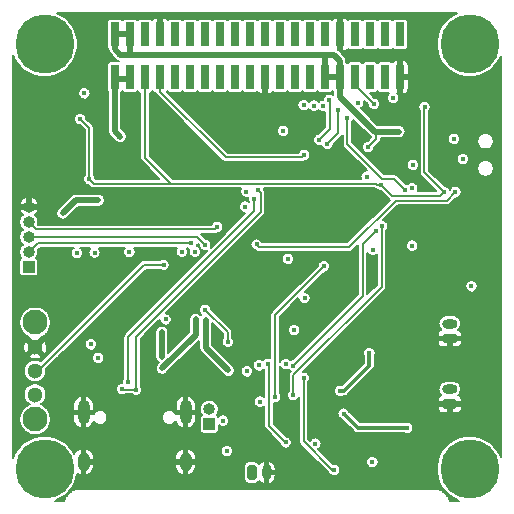
<source format=gbr>
G04 #@! TF.GenerationSoftware,KiCad,Pcbnew,(5.1.6)-1*
G04 #@! TF.CreationDate,2020-11-06T20:37:42+01:00*
G04 #@! TF.ProjectId,DynOSSAT-EDU-EPS,44796e4f-5353-4415-942d-4544552d4550,rev?*
G04 #@! TF.SameCoordinates,Original*
G04 #@! TF.FileFunction,Copper,L4,Bot*
G04 #@! TF.FilePolarity,Positive*
%FSLAX46Y46*%
G04 Gerber Fmt 4.6, Leading zero omitted, Abs format (unit mm)*
G04 Created by KiCad (PCBNEW (5.1.6)-1) date 2020-11-06 20:37:42*
%MOMM*%
%LPD*%
G01*
G04 APERTURE LIST*
G04 #@! TA.AperFunction,ComponentPad*
%ADD10C,0.800000*%
G04 #@! TD*
G04 #@! TA.AperFunction,ComponentPad*
%ADD11C,5.000000*%
G04 #@! TD*
G04 #@! TA.AperFunction,SMDPad,CuDef*
%ADD12R,0.750000X2.100000*%
G04 #@! TD*
G04 #@! TA.AperFunction,ComponentPad*
%ADD13O,1.000000X1.000000*%
G04 #@! TD*
G04 #@! TA.AperFunction,ComponentPad*
%ADD14R,1.000000X1.000000*%
G04 #@! TD*
G04 #@! TA.AperFunction,ComponentPad*
%ADD15O,1.000000X1.600000*%
G04 #@! TD*
G04 #@! TA.AperFunction,ComponentPad*
%ADD16O,1.000000X2.100000*%
G04 #@! TD*
G04 #@! TA.AperFunction,ComponentPad*
%ADD17C,2.100000*%
G04 #@! TD*
G04 #@! TA.AperFunction,ComponentPad*
%ADD18C,1.300000*%
G04 #@! TD*
G04 #@! TA.AperFunction,ComponentPad*
%ADD19O,1.300000X0.800000*%
G04 #@! TD*
G04 #@! TA.AperFunction,ComponentPad*
%ADD20O,0.800000X1.300000*%
G04 #@! TD*
G04 #@! TA.AperFunction,ViaPad*
%ADD21C,0.450000*%
G04 #@! TD*
G04 #@! TA.AperFunction,Conductor*
%ADD22C,0.500000*%
G04 #@! TD*
G04 #@! TA.AperFunction,Conductor*
%ADD23C,0.300000*%
G04 #@! TD*
G04 #@! TA.AperFunction,Conductor*
%ADD24C,0.200000*%
G04 #@! TD*
G04 APERTURE END LIST*
D10*
X227859825Y-86270175D03*
X226534000Y-85721000D03*
X225208175Y-86270175D03*
X224659000Y-87596000D03*
X225208175Y-88921825D03*
X226534000Y-89471000D03*
X227859825Y-88921825D03*
X228409000Y-87596000D03*
D11*
X226534000Y-87596000D03*
D10*
X191859825Y-50270175D03*
X190534000Y-49721000D03*
X189208175Y-50270175D03*
X188659000Y-51596000D03*
X189208175Y-52921825D03*
X190534000Y-53471000D03*
X191859825Y-52921825D03*
X192409000Y-51596000D03*
D11*
X190534000Y-51596000D03*
X226534000Y-51596000D03*
D10*
X228409000Y-51596000D03*
X227859825Y-52921825D03*
X226534000Y-53471000D03*
X225208175Y-52921825D03*
X224659000Y-51596000D03*
X225208175Y-50270175D03*
X226534000Y-49721000D03*
X227859825Y-50270175D03*
D11*
X190534000Y-87596000D03*
D10*
X192409000Y-87596000D03*
X191859825Y-88921825D03*
X190534000Y-89471000D03*
X189208175Y-88921825D03*
X188659000Y-87596000D03*
X189208175Y-86270175D03*
X190534000Y-85721000D03*
X191859825Y-86270175D03*
D12*
X196494400Y-54400000D03*
X196494400Y-50800000D03*
X197764400Y-54400000D03*
X197764400Y-50800000D03*
X199034400Y-54400000D03*
X199034400Y-50800000D03*
X200304400Y-54400000D03*
X200304400Y-50800000D03*
X201574400Y-54400000D03*
X201574400Y-50800000D03*
X202844400Y-54400000D03*
X202844400Y-50800000D03*
X204114400Y-54400000D03*
X204114400Y-50800000D03*
X205384400Y-54400000D03*
X205384400Y-50800000D03*
X206654400Y-54400000D03*
X206654400Y-50800000D03*
X207924400Y-54400000D03*
X207924400Y-50800000D03*
X209194400Y-54400000D03*
X209194400Y-50800000D03*
X210464400Y-54400000D03*
X210464400Y-50800000D03*
X211734400Y-54400000D03*
X211734400Y-50800000D03*
X213004400Y-54400000D03*
X213004400Y-50800000D03*
X214274400Y-54400000D03*
X214274400Y-50800000D03*
X215544400Y-54400000D03*
X215544400Y-50800000D03*
X216814400Y-54400000D03*
X216814400Y-50800000D03*
X218084400Y-54400000D03*
X218084400Y-50800000D03*
X219354400Y-54400000D03*
X219354400Y-50800000D03*
X220624400Y-54400000D03*
X220624400Y-50800000D03*
D13*
X204470000Y-82524600D03*
D14*
X204470000Y-83794600D03*
X189204600Y-70485000D03*
D13*
X189204600Y-69215000D03*
X189204600Y-67945000D03*
X189204600Y-66675000D03*
X189204600Y-65405000D03*
D15*
X193836100Y-86971300D03*
D16*
X202480100Y-82791300D03*
D15*
X202476100Y-86971300D03*
D16*
X193840100Y-82791300D03*
D17*
X189738000Y-75184000D03*
D18*
X189738000Y-77284000D03*
X189738000Y-79284000D03*
X189738000Y-81284000D03*
D17*
X189738000Y-83384000D03*
G04 #@! TA.AperFunction,ComponentPad*
G36*
G01*
X225290800Y-82492800D02*
X224390800Y-82492800D01*
G75*
G02*
X224190800Y-82292800I0J200000D01*
G01*
X224190800Y-81892800D01*
G75*
G02*
X224390800Y-81692800I200000J0D01*
G01*
X225290800Y-81692800D01*
G75*
G02*
X225490800Y-81892800I0J-200000D01*
G01*
X225490800Y-82292800D01*
G75*
G02*
X225290800Y-82492800I-200000J0D01*
G01*
G37*
G04 #@! TD.AperFunction*
D19*
X224840800Y-80842800D03*
X224840800Y-75280200D03*
G04 #@! TA.AperFunction,ComponentPad*
G36*
G01*
X225290800Y-76930200D02*
X224390800Y-76930200D01*
G75*
G02*
X224190800Y-76730200I0J200000D01*
G01*
X224190800Y-76330200D01*
G75*
G02*
X224390800Y-76130200I200000J0D01*
G01*
X225290800Y-76130200D01*
G75*
G02*
X225490800Y-76330200I0J-200000D01*
G01*
X225490800Y-76730200D01*
G75*
G02*
X225290800Y-76930200I-200000J0D01*
G01*
G37*
G04 #@! TD.AperFunction*
G04 #@! TA.AperFunction,ComponentPad*
G36*
G01*
X207683400Y-88334000D02*
X207683400Y-87434000D01*
G75*
G02*
X207883400Y-87234000I200000J0D01*
G01*
X208283400Y-87234000D01*
G75*
G02*
X208483400Y-87434000I0J-200000D01*
G01*
X208483400Y-88334000D01*
G75*
G02*
X208283400Y-88534000I-200000J0D01*
G01*
X207883400Y-88534000D01*
G75*
G02*
X207683400Y-88334000I0J200000D01*
G01*
G37*
G04 #@! TD.AperFunction*
D20*
X209333400Y-87884000D03*
D21*
X195834000Y-74422000D03*
X208915000Y-83947000D03*
X209296000Y-76835000D03*
X210312000Y-72771000D03*
X207518000Y-69469000D03*
X217424000Y-88392000D03*
X220599000Y-88392000D03*
X217297000Y-81915000D03*
X212598000Y-74295000D03*
X214884000Y-74295000D03*
X217932000Y-74295000D03*
X218313000Y-70485000D03*
X194310000Y-75946000D03*
X207899000Y-75438000D03*
X207137000Y-75438000D03*
X207899000Y-74676000D03*
X207137000Y-74676000D03*
X217151799Y-65405000D03*
X211182799Y-65405000D03*
X214179999Y-62255400D03*
X214179999Y-68224400D03*
X214179999Y-65405000D03*
X195808600Y-60883800D03*
X197720799Y-57175400D03*
X206483799Y-64668400D03*
X206483799Y-62509400D03*
X206483799Y-60477400D03*
X206483799Y-58572400D03*
X202165799Y-66700400D03*
X204197799Y-66700400D03*
X191497799Y-69875400D03*
X191497799Y-72161400D03*
X194698199Y-73355200D03*
X198736799Y-83489800D03*
X197339799Y-83489800D03*
X200304400Y-50800000D03*
X215544400Y-50800000D03*
X220624400Y-54400000D03*
X209194400Y-54400000D03*
X199567800Y-69088000D03*
X200660000Y-71297800D03*
X198247000Y-71907400D03*
X216458800Y-69824600D03*
X218744800Y-83210400D03*
X215620600Y-83743800D03*
X205188399Y-81648300D03*
X196850000Y-66700400D03*
X202158600Y-75387200D03*
X204774800Y-70662800D03*
X197891400Y-74549000D03*
X220227761Y-67376439D03*
X206095600Y-79248000D03*
X204165200Y-74955400D03*
X218033600Y-77774800D03*
X215569800Y-80975200D03*
X219024200Y-63525400D03*
X224358200Y-64160400D03*
X194335400Y-63068200D03*
X199034400Y-54400000D03*
X193548000Y-57962800D03*
X222707200Y-56921400D03*
X219125800Y-67044928D03*
X211582000Y-81330800D03*
X218557475Y-67454000D03*
X211586517Y-78830875D03*
X210058000Y-81508600D03*
X214172800Y-70434200D03*
X210947000Y-78714600D03*
X203250800Y-69189600D03*
X211136404Y-69799200D03*
X218313000Y-69037200D03*
X226683600Y-72122000D03*
X217805000Y-62839600D03*
X221665800Y-63830200D03*
X221716600Y-61849000D03*
X225958400Y-61366400D03*
X207515068Y-65376668D03*
X208762600Y-81889600D03*
X205968600Y-86080600D03*
X207594200Y-64096900D03*
X210731100Y-58953400D03*
X197713600Y-69240398D03*
X194767200Y-69265800D03*
X193268600Y-69316600D03*
X220062627Y-56162379D03*
X196494400Y-54547600D03*
X197764400Y-54547600D03*
X196951600Y-59461400D03*
X212547200Y-73126600D03*
X200609200Y-70307200D03*
X194462400Y-77038200D03*
X200787000Y-74930006D03*
X215849200Y-82905600D03*
X221234000Y-84099400D03*
X204139802Y-68605400D03*
X208483200Y-68580000D03*
X225323400Y-64135000D03*
X205155800Y-67081400D03*
X201574400Y-54400000D03*
X201574400Y-50800000D03*
X202844400Y-54400000D03*
X202844400Y-50800000D03*
X204114400Y-54400000D03*
X204114400Y-50800000D03*
X205384400Y-54400000D03*
X205384400Y-50800000D03*
X206654400Y-54400000D03*
X206654400Y-50800000D03*
X207924400Y-54400000D03*
X207924400Y-50800000D03*
X211734400Y-54400000D03*
X213004400Y-54400000D03*
X219354400Y-54400000D03*
X219354400Y-50800000D03*
X220624400Y-50800000D03*
X218084400Y-50800000D03*
X217093800Y-56565800D03*
X216814400Y-50800000D03*
X216179400Y-57886600D03*
X221024460Y-63940200D03*
X212521800Y-60985399D03*
X200355200Y-54368700D03*
X202971400Y-68470000D03*
X210464400Y-54400000D03*
X192065400Y-65918945D03*
X195097391Y-64820811D03*
X200456800Y-78079600D03*
X211658200Y-75844400D03*
X200482200Y-75986010D03*
X210947000Y-85344000D03*
X209423000Y-78689200D03*
X195072000Y-78181200D03*
X218287600Y-87020400D03*
X208686400Y-78816200D03*
X213461600Y-85445600D03*
X212471000Y-79883000D03*
X215061800Y-87655400D03*
X204139800Y-74117200D03*
X206044800Y-76809600D03*
X197618512Y-80245112D03*
X208305400Y-64693800D03*
X208610198Y-64008000D03*
X198272400Y-80873600D03*
X197104000Y-80822800D03*
X205638400Y-83489800D03*
X200482200Y-79070200D03*
X202158600Y-69189600D03*
X207670400Y-79324200D03*
X203327000Y-74929970D03*
X221665800Y-68681600D03*
X214274400Y-54400000D03*
X215544400Y-54400000D03*
X197764400Y-50800000D03*
X196494400Y-50800000D03*
X220548200Y-59029600D03*
X217932000Y-60350400D03*
X225196400Y-59639200D03*
X193903600Y-55793400D03*
X199034400Y-50800000D03*
X213004400Y-50800000D03*
X213804500Y-59702700D03*
X214655400Y-56337200D03*
X214274400Y-50800000D03*
X214477600Y-60071000D03*
X215417400Y-57200800D03*
X209194400Y-50800000D03*
X212474186Y-56790797D03*
X211734400Y-50800000D03*
X214147400Y-56845200D03*
X216814400Y-54400000D03*
X218414600Y-56667400D03*
X218084400Y-54381396D03*
X210464400Y-50800000D03*
X213334600Y-56819800D03*
D22*
X206095600Y-79248000D02*
X204165200Y-77317600D01*
X204165200Y-77317600D02*
X204165200Y-74955400D01*
D23*
X218033600Y-78092998D02*
X218033600Y-77774800D01*
X218033600Y-78829598D02*
X218033600Y-78092998D01*
X215887998Y-80975200D02*
X218033600Y-78829598D01*
X215569800Y-80975200D02*
X215887998Y-80975200D01*
D24*
X219964000Y-64465200D02*
X219024200Y-63525400D01*
X224358200Y-64160400D02*
X224053400Y-64465200D01*
X224053400Y-64465200D02*
X219964000Y-64465200D01*
X194560399Y-63293199D02*
X194335400Y-63068200D01*
X194708001Y-63440801D02*
X194560399Y-63293199D01*
X218706002Y-63525400D02*
X218621403Y-63440801D01*
X219024200Y-63525400D02*
X218706002Y-63525400D01*
X218621403Y-63440801D02*
X201231500Y-63436500D01*
X199034400Y-61239400D02*
X201231500Y-63436500D01*
X199034400Y-54400000D02*
X199034400Y-61239400D01*
X201231500Y-63436500D02*
X194708001Y-63440801D01*
X194335400Y-63068200D02*
X194335400Y-58750200D01*
X194335400Y-58750200D02*
X193548000Y-57962800D01*
X222707200Y-56921400D02*
X222681800Y-56946800D01*
X222681800Y-62484000D02*
X224358200Y-64160400D01*
X222681800Y-56946800D02*
X222681800Y-62484000D01*
X211607400Y-81305400D02*
X211607400Y-79629000D01*
X219125800Y-67233800D02*
X219125800Y-67044928D01*
X211582000Y-81330800D02*
X211607400Y-81305400D01*
X219082476Y-72153924D02*
X219082476Y-67277124D01*
X211607400Y-79629000D02*
X219082476Y-72153924D01*
X219082476Y-67277124D02*
X219125800Y-67233800D01*
X211586517Y-78830875D02*
X217474800Y-72942592D01*
X217474800Y-68536675D02*
X218557475Y-67454000D01*
X217474800Y-72942592D02*
X217474800Y-68536675D01*
X210058000Y-81508600D02*
X210058000Y-74549000D01*
X213947801Y-70659199D02*
X214172800Y-70434200D01*
X210058000Y-74549000D02*
X213947801Y-70659199D01*
D22*
X196642000Y-54547600D02*
X196494400Y-54400000D01*
X197764400Y-54547600D02*
X196642000Y-54547600D01*
X196494400Y-54400000D02*
X196494400Y-56896000D01*
X196469000Y-56896000D02*
X196494400Y-56896000D01*
X196469000Y-58978800D02*
X196469000Y-56896000D01*
X196951600Y-59461400D02*
X196469000Y-58978800D01*
D24*
X189956000Y-79284000D02*
X189738000Y-79284000D01*
X200609200Y-70307200D02*
X198932800Y-70307200D01*
X198932800Y-70307200D02*
X189956000Y-79284000D01*
D23*
X215849200Y-82905600D02*
X217043000Y-84099400D01*
X217043000Y-84099400D02*
X221234000Y-84099400D01*
D24*
X189204600Y-67945000D02*
X203479402Y-67945000D01*
X203479402Y-67945000D02*
X204139802Y-68605400D01*
X220268800Y-64871600D02*
X224586800Y-64871600D01*
X216335401Y-68804999D02*
X220268800Y-64871600D01*
X208483200Y-68580000D02*
X208708199Y-68804999D01*
X224586800Y-64871600D02*
X225323400Y-64135000D01*
X208708199Y-68804999D02*
X216335401Y-68804999D01*
X189835999Y-67306399D02*
X204930801Y-67306399D01*
X204930801Y-67306399D02*
X205155800Y-67081400D01*
X189204600Y-66675000D02*
X189835999Y-67306399D01*
X216179400Y-57886600D02*
X216179400Y-60083302D01*
X220084659Y-63000399D02*
X221024460Y-63940200D01*
X219096497Y-63000399D02*
X220084659Y-63000399D01*
X216179400Y-60083302D02*
X219096497Y-63000399D01*
X205864798Y-61210398D02*
X200304400Y-55650000D01*
X200304400Y-55650000D02*
X200304400Y-54400000D01*
X212296801Y-61210398D02*
X205864798Y-61210398D01*
X212521800Y-60985399D02*
X212296801Y-61210398D01*
X189949600Y-68470000D02*
X189204600Y-69215000D01*
X202971400Y-68470000D02*
X189949600Y-68470000D01*
D22*
X192065400Y-65918945D02*
X193163534Y-64820811D01*
X193163534Y-64820811D02*
X195097391Y-64820811D01*
X200456800Y-76011410D02*
X200482200Y-75986010D01*
X200456800Y-78079600D02*
X200456800Y-76011410D01*
D24*
X209532999Y-78799199D02*
X209532999Y-83929999D01*
X209532999Y-83929999D02*
X210722001Y-85119001D01*
X210722001Y-85119001D02*
X210947000Y-85344000D01*
X209423000Y-78689200D02*
X209532999Y-78799199D01*
X212471000Y-84429600D02*
X212471000Y-79883000D01*
X214894398Y-87655400D02*
X215061800Y-87655400D01*
X212471000Y-84429600D02*
X212471000Y-85232002D01*
X212471000Y-85232002D02*
X214894398Y-87655400D01*
X204139800Y-74117200D02*
X206044800Y-76022200D01*
X206044800Y-76022200D02*
X206044800Y-76809600D01*
X208305400Y-65011998D02*
X208305400Y-64693800D01*
X208305400Y-65709800D02*
X208305400Y-65011998D01*
X197618512Y-80245112D02*
X197618512Y-76396688D01*
X197618512Y-76396688D02*
X208305400Y-65709800D01*
X197154800Y-80873600D02*
X197104000Y-80822800D01*
X198272400Y-80873600D02*
X197154800Y-80873600D01*
X208835197Y-65815003D02*
X198272400Y-76377800D01*
X198272400Y-76377800D02*
X198272400Y-80555402D01*
X208610198Y-64008000D02*
X208835197Y-64232999D01*
X198272400Y-80555402D02*
X198272400Y-80873600D01*
X208835197Y-64232999D02*
X208835197Y-65815003D01*
D22*
X203327000Y-76225400D02*
X203327000Y-74929970D01*
X200482200Y-79070200D02*
X203327000Y-76225400D01*
X220548200Y-59029600D02*
X218624000Y-59029600D01*
X214274400Y-54400000D02*
X215544400Y-54400000D01*
X197764400Y-52350000D02*
X197764400Y-50800000D01*
X197916200Y-52501800D02*
X197764400Y-52350000D01*
X214321200Y-52501800D02*
X197916200Y-52501800D01*
X196494400Y-50800000D02*
X197764400Y-50800000D01*
X214274400Y-52548600D02*
X214274400Y-54400000D01*
X214321200Y-52501800D02*
X214274400Y-52548600D01*
X215036400Y-52501800D02*
X214321200Y-52501800D01*
X215544400Y-54400000D02*
X215544400Y-53009800D01*
X215544400Y-53009800D02*
X215036400Y-52501800D01*
X196494400Y-52070000D02*
X196494400Y-50800000D01*
X197916200Y-52501800D02*
X196926200Y-52501800D01*
X196926200Y-52501800D02*
X196494400Y-52070000D01*
D24*
X218624000Y-59658400D02*
X218624000Y-59029600D01*
X217932000Y-60350400D02*
X218624000Y-59658400D01*
D22*
X215544400Y-56083200D02*
X215544400Y-54400000D01*
X218624000Y-59029600D02*
X218490800Y-59029600D01*
X218490800Y-59029600D02*
X215544400Y-56083200D01*
D24*
X214672401Y-56354201D02*
X214655400Y-56337200D01*
X213804500Y-59702700D02*
X214672401Y-58834799D01*
X214672401Y-58834799D02*
X214672401Y-56354201D01*
X214477600Y-60071000D02*
X215417400Y-59131200D01*
X215417400Y-59131200D02*
X215417400Y-57200800D01*
X218406800Y-56667400D02*
X218414600Y-56667400D01*
X216814400Y-55075000D02*
X218406800Y-56667400D01*
X216814400Y-54400000D02*
X216814400Y-55075000D01*
G36*
X225207703Y-49114672D02*
G01*
X224749104Y-49421098D01*
X224359098Y-49811104D01*
X224052672Y-50269703D01*
X223841602Y-50779270D01*
X223734000Y-51320224D01*
X223734000Y-51871776D01*
X223841602Y-52412730D01*
X224052672Y-52922297D01*
X224359098Y-53380896D01*
X224749104Y-53770902D01*
X225207703Y-54077328D01*
X225717270Y-54288398D01*
X226258224Y-54396000D01*
X226809776Y-54396000D01*
X227350730Y-54288398D01*
X227860297Y-54077328D01*
X228318896Y-53770902D01*
X228708902Y-53380896D01*
X229015328Y-52922297D01*
X229150400Y-52596205D01*
X229150401Y-86595797D01*
X229015328Y-86269703D01*
X228708902Y-85811104D01*
X228318896Y-85421098D01*
X227860297Y-85114672D01*
X227350730Y-84903602D01*
X226809776Y-84796000D01*
X226258224Y-84796000D01*
X225717270Y-84903602D01*
X225207703Y-85114672D01*
X224749104Y-85421098D01*
X224359098Y-85811104D01*
X224052672Y-86269703D01*
X223841602Y-86779270D01*
X223734000Y-87320224D01*
X223734000Y-87871776D01*
X223841602Y-88412730D01*
X224052672Y-88922297D01*
X224359098Y-89380896D01*
X224749104Y-89770902D01*
X225207703Y-90077328D01*
X225656437Y-90263200D01*
X224843692Y-90263200D01*
X224805492Y-90139794D01*
X224792320Y-90108459D01*
X224779589Y-90076949D01*
X224777131Y-90072325D01*
X224684307Y-89900649D01*
X224665300Y-89872470D01*
X224646689Y-89844030D01*
X224643380Y-89839972D01*
X224518976Y-89689594D01*
X224494830Y-89665616D01*
X224471079Y-89641363D01*
X224467045Y-89638025D01*
X224315803Y-89514675D01*
X224287490Y-89495864D01*
X224259450Y-89476664D01*
X224254844Y-89474174D01*
X224082521Y-89382548D01*
X224051086Y-89369592D01*
X224019859Y-89356208D01*
X224014857Y-89354659D01*
X223828021Y-89298250D01*
X223794673Y-89291647D01*
X223761435Y-89284582D01*
X223756227Y-89284035D01*
X223561994Y-89264990D01*
X223561993Y-89264990D01*
X223543818Y-89263200D01*
X193505236Y-89263203D01*
X193489020Y-89264800D01*
X193484431Y-89264768D01*
X193479220Y-89265278D01*
X193285123Y-89285679D01*
X193251759Y-89292528D01*
X193218445Y-89298883D01*
X193213436Y-89300395D01*
X193213430Y-89300396D01*
X193213424Y-89300398D01*
X193026994Y-89358108D01*
X192995659Y-89371280D01*
X192964149Y-89384011D01*
X192959525Y-89386469D01*
X192787849Y-89479293D01*
X192759670Y-89498300D01*
X192731230Y-89516911D01*
X192727172Y-89520220D01*
X192576794Y-89644624D01*
X192552816Y-89668770D01*
X192528563Y-89692521D01*
X192525225Y-89696555D01*
X192401875Y-89847797D01*
X192383064Y-89876110D01*
X192363864Y-89904150D01*
X192361374Y-89908756D01*
X192269748Y-90081079D01*
X192256792Y-90112514D01*
X192243408Y-90143741D01*
X192241859Y-90148743D01*
X192207302Y-90263200D01*
X191411563Y-90263200D01*
X191860297Y-90077328D01*
X192318896Y-89770902D01*
X192708902Y-89380896D01*
X193015328Y-88922297D01*
X193226398Y-88412730D01*
X193313476Y-87974956D01*
X193340510Y-87997586D01*
X193552591Y-88076867D01*
X193682100Y-88021149D01*
X193682100Y-87125300D01*
X193990100Y-87125300D01*
X193990100Y-88021149D01*
X194119609Y-88076867D01*
X194331690Y-87997586D01*
X194463859Y-87886946D01*
X194571903Y-87752647D01*
X194651671Y-87599850D01*
X194700097Y-87434427D01*
X194715320Y-87262735D01*
X201596880Y-87262735D01*
X201612103Y-87434427D01*
X201660529Y-87599850D01*
X201740297Y-87752647D01*
X201848341Y-87886946D01*
X201980510Y-87997586D01*
X202192591Y-88076867D01*
X202322100Y-88021149D01*
X202322100Y-87125300D01*
X202630100Y-87125300D01*
X202630100Y-88021149D01*
X202759609Y-88076867D01*
X202971690Y-87997586D01*
X203103859Y-87886946D01*
X203211903Y-87752647D01*
X203291671Y-87599850D01*
X203340097Y-87434427D01*
X203340134Y-87434000D01*
X207381949Y-87434000D01*
X207381949Y-88334000D01*
X207391584Y-88431828D01*
X207420120Y-88525897D01*
X207466459Y-88612591D01*
X207528821Y-88688579D01*
X207604809Y-88750941D01*
X207691503Y-88797280D01*
X207785572Y-88825816D01*
X207883400Y-88835451D01*
X208283400Y-88835451D01*
X208381228Y-88825816D01*
X208475297Y-88797280D01*
X208561991Y-88750941D01*
X208637979Y-88688579D01*
X208700341Y-88612591D01*
X208713197Y-88588539D01*
X208806823Y-88695446D01*
X208926474Y-88787388D01*
X209065831Y-88838928D01*
X209179400Y-88781437D01*
X209179400Y-88038000D01*
X209487400Y-88038000D01*
X209487400Y-88781437D01*
X209600969Y-88838928D01*
X209740326Y-88787388D01*
X209859977Y-88695446D01*
X209959392Y-88581928D01*
X210034750Y-88451196D01*
X210083156Y-88308275D01*
X210102749Y-88158656D01*
X210008634Y-88038000D01*
X209487400Y-88038000D01*
X209179400Y-88038000D01*
X209159400Y-88038000D01*
X209159400Y-87730000D01*
X209179400Y-87730000D01*
X209179400Y-86986563D01*
X209487400Y-86986563D01*
X209487400Y-87730000D01*
X210008634Y-87730000D01*
X210102749Y-87609344D01*
X210083156Y-87459725D01*
X210034750Y-87316804D01*
X209959392Y-87186072D01*
X209859977Y-87072554D01*
X209740326Y-86980612D01*
X209600969Y-86929072D01*
X209487400Y-86986563D01*
X209179400Y-86986563D01*
X209065831Y-86929072D01*
X208926474Y-86980612D01*
X208806823Y-87072554D01*
X208713197Y-87179461D01*
X208700341Y-87155409D01*
X208637979Y-87079421D01*
X208561991Y-87017059D01*
X208475297Y-86970720D01*
X208381228Y-86942184D01*
X208283400Y-86932549D01*
X207883400Y-86932549D01*
X207785572Y-86942184D01*
X207691503Y-86970720D01*
X207604809Y-87017059D01*
X207528821Y-87079421D01*
X207466459Y-87155409D01*
X207420120Y-87242103D01*
X207391584Y-87336172D01*
X207381949Y-87434000D01*
X203340134Y-87434000D01*
X203355320Y-87262735D01*
X203254655Y-87125300D01*
X202630100Y-87125300D01*
X202322100Y-87125300D01*
X201697545Y-87125300D01*
X201596880Y-87262735D01*
X194715320Y-87262735D01*
X194614655Y-87125300D01*
X193990100Y-87125300D01*
X193682100Y-87125300D01*
X193662100Y-87125300D01*
X193662100Y-86817300D01*
X193682100Y-86817300D01*
X193682100Y-85921451D01*
X193990100Y-85921451D01*
X193990100Y-86817300D01*
X194614655Y-86817300D01*
X194715320Y-86679865D01*
X201596880Y-86679865D01*
X201697545Y-86817300D01*
X202322100Y-86817300D01*
X202322100Y-85921451D01*
X202630100Y-85921451D01*
X202630100Y-86817300D01*
X203254655Y-86817300D01*
X203355320Y-86679865D01*
X203340097Y-86508173D01*
X203291671Y-86342750D01*
X203211903Y-86189953D01*
X203103859Y-86055654D01*
X203071890Y-86028892D01*
X205443600Y-86028892D01*
X205443600Y-86132308D01*
X205463776Y-86233737D01*
X205503351Y-86329281D01*
X205560806Y-86415268D01*
X205633932Y-86488394D01*
X205719919Y-86545849D01*
X205815463Y-86585424D01*
X205916892Y-86605600D01*
X206020308Y-86605600D01*
X206121737Y-86585424D01*
X206217281Y-86545849D01*
X206303268Y-86488394D01*
X206376394Y-86415268D01*
X206433849Y-86329281D01*
X206473424Y-86233737D01*
X206493600Y-86132308D01*
X206493600Y-86028892D01*
X206473424Y-85927463D01*
X206433849Y-85831919D01*
X206376394Y-85745932D01*
X206303268Y-85672806D01*
X206217281Y-85615351D01*
X206121737Y-85575776D01*
X206020308Y-85555600D01*
X205916892Y-85555600D01*
X205815463Y-85575776D01*
X205719919Y-85615351D01*
X205633932Y-85672806D01*
X205560806Y-85745932D01*
X205503351Y-85831919D01*
X205463776Y-85927463D01*
X205443600Y-86028892D01*
X203071890Y-86028892D01*
X202971690Y-85945014D01*
X202759609Y-85865733D01*
X202630100Y-85921451D01*
X202322100Y-85921451D01*
X202192591Y-85865733D01*
X201980510Y-85945014D01*
X201848341Y-86055654D01*
X201740297Y-86189953D01*
X201660529Y-86342750D01*
X201612103Y-86508173D01*
X201596880Y-86679865D01*
X194715320Y-86679865D01*
X194700097Y-86508173D01*
X194651671Y-86342750D01*
X194571903Y-86189953D01*
X194463859Y-86055654D01*
X194331690Y-85945014D01*
X194119609Y-85865733D01*
X193990100Y-85921451D01*
X193682100Y-85921451D01*
X193552591Y-85865733D01*
X193340510Y-85945014D01*
X193208341Y-86055654D01*
X193100297Y-86189953D01*
X193034500Y-86315988D01*
X193015328Y-86269703D01*
X192708902Y-85811104D01*
X192318896Y-85421098D01*
X191860297Y-85114672D01*
X191350730Y-84903602D01*
X190809776Y-84796000D01*
X190258224Y-84796000D01*
X189717270Y-84903602D01*
X189207703Y-85114672D01*
X188749104Y-85421098D01*
X188359098Y-85811104D01*
X188052672Y-86269703D01*
X187900400Y-86637319D01*
X187900400Y-83251037D01*
X188388000Y-83251037D01*
X188388000Y-83516963D01*
X188439880Y-83777780D01*
X188541646Y-84023465D01*
X188689387Y-84244575D01*
X188877425Y-84432613D01*
X189098535Y-84580354D01*
X189344220Y-84682120D01*
X189605037Y-84734000D01*
X189870963Y-84734000D01*
X190131780Y-84682120D01*
X190377465Y-84580354D01*
X190598575Y-84432613D01*
X190786613Y-84244575D01*
X190934354Y-84023465D01*
X191036120Y-83777780D01*
X191088000Y-83516963D01*
X191088000Y-83251037D01*
X191036120Y-82990220D01*
X191017514Y-82945300D01*
X192986100Y-82945300D01*
X192986100Y-83495300D01*
X193032553Y-83658948D01*
X193110040Y-83810389D01*
X193215583Y-83943803D01*
X193345125Y-84054063D01*
X193493689Y-84136932D01*
X193556591Y-84146867D01*
X193686100Y-84091149D01*
X193686100Y-82945300D01*
X193994100Y-82945300D01*
X193994100Y-84091149D01*
X194123609Y-84146867D01*
X194186511Y-84136932D01*
X194335075Y-84054063D01*
X194464617Y-83943803D01*
X194570160Y-83810389D01*
X194647647Y-83658948D01*
X194683578Y-83532366D01*
X194751631Y-83634214D01*
X194838686Y-83721269D01*
X194941052Y-83789668D01*
X195054794Y-83836781D01*
X195175543Y-83860800D01*
X195298657Y-83860800D01*
X195419406Y-83836781D01*
X195533148Y-83789668D01*
X195635514Y-83721269D01*
X195722569Y-83634214D01*
X195790968Y-83531848D01*
X195838081Y-83418106D01*
X195862100Y-83297357D01*
X195862100Y-83174243D01*
X200454100Y-83174243D01*
X200454100Y-83297357D01*
X200478119Y-83418106D01*
X200525232Y-83531848D01*
X200593631Y-83634214D01*
X200680686Y-83721269D01*
X200783052Y-83789668D01*
X200896794Y-83836781D01*
X201017543Y-83860800D01*
X201140657Y-83860800D01*
X201261406Y-83836781D01*
X201375148Y-83789668D01*
X201477514Y-83721269D01*
X201564569Y-83634214D01*
X201632968Y-83531848D01*
X201635049Y-83526825D01*
X201672553Y-83658948D01*
X201750040Y-83810389D01*
X201855583Y-83943803D01*
X201985125Y-84054063D01*
X202133689Y-84136932D01*
X202196591Y-84146867D01*
X202326100Y-84091149D01*
X202326100Y-82945300D01*
X202634100Y-82945300D01*
X202634100Y-84091149D01*
X202763609Y-84146867D01*
X202826511Y-84136932D01*
X202975075Y-84054063D01*
X203104617Y-83943803D01*
X203210160Y-83810389D01*
X203287647Y-83658948D01*
X203334100Y-83495300D01*
X203334100Y-83294600D01*
X203668549Y-83294600D01*
X203668549Y-84294600D01*
X203674341Y-84353410D01*
X203691496Y-84409960D01*
X203719353Y-84462077D01*
X203756842Y-84507758D01*
X203802523Y-84545247D01*
X203854640Y-84573104D01*
X203911190Y-84590259D01*
X203970000Y-84596051D01*
X204970000Y-84596051D01*
X205028810Y-84590259D01*
X205085360Y-84573104D01*
X205137477Y-84545247D01*
X205183158Y-84507758D01*
X205220647Y-84462077D01*
X205248504Y-84409960D01*
X205265659Y-84353410D01*
X205271451Y-84294600D01*
X205271451Y-83865313D01*
X205303732Y-83897594D01*
X205389719Y-83955049D01*
X205485263Y-83994624D01*
X205586692Y-84014800D01*
X205690108Y-84014800D01*
X205791537Y-83994624D01*
X205887081Y-83955049D01*
X205973068Y-83897594D01*
X206046194Y-83824468D01*
X206103649Y-83738481D01*
X206143224Y-83642937D01*
X206163400Y-83541508D01*
X206163400Y-83438092D01*
X206143224Y-83336663D01*
X206103649Y-83241119D01*
X206046194Y-83155132D01*
X205973068Y-83082006D01*
X205887081Y-83024551D01*
X205791537Y-82984976D01*
X205690108Y-82964800D01*
X205586692Y-82964800D01*
X205485263Y-82984976D01*
X205389719Y-83024551D01*
X205303732Y-83082006D01*
X205233872Y-83151866D01*
X205220647Y-83127123D01*
X205183158Y-83081442D01*
X205137477Y-83043953D01*
X205098907Y-83023337D01*
X205178951Y-82903542D01*
X205239257Y-82757951D01*
X205270000Y-82603393D01*
X205270000Y-82445807D01*
X205239257Y-82291249D01*
X205178951Y-82145658D01*
X205091401Y-82014630D01*
X204979970Y-81903199D01*
X204848942Y-81815649D01*
X204703351Y-81755343D01*
X204548793Y-81724600D01*
X204391207Y-81724600D01*
X204236649Y-81755343D01*
X204091058Y-81815649D01*
X203960030Y-81903199D01*
X203848599Y-82014630D01*
X203761049Y-82145658D01*
X203700743Y-82291249D01*
X203670000Y-82445807D01*
X203670000Y-82603393D01*
X203700743Y-82757951D01*
X203761049Y-82903542D01*
X203841093Y-83023337D01*
X203802523Y-83043953D01*
X203756842Y-83081442D01*
X203719353Y-83127123D01*
X203691496Y-83179240D01*
X203674341Y-83235790D01*
X203668549Y-83294600D01*
X203334100Y-83294600D01*
X203334100Y-82945300D01*
X202634100Y-82945300D01*
X202326100Y-82945300D01*
X201635266Y-82945300D01*
X201632968Y-82939752D01*
X201564569Y-82837386D01*
X201477514Y-82750331D01*
X201375148Y-82681932D01*
X201261406Y-82634819D01*
X201140657Y-82610800D01*
X201017543Y-82610800D01*
X200896794Y-82634819D01*
X200783052Y-82681932D01*
X200680686Y-82750331D01*
X200593631Y-82837386D01*
X200525232Y-82939752D01*
X200478119Y-83053494D01*
X200454100Y-83174243D01*
X195862100Y-83174243D01*
X195838081Y-83053494D01*
X195790968Y-82939752D01*
X195722569Y-82837386D01*
X195635514Y-82750331D01*
X195533148Y-82681932D01*
X195419406Y-82634819D01*
X195298657Y-82610800D01*
X195175543Y-82610800D01*
X195054794Y-82634819D01*
X194941052Y-82681932D01*
X194838686Y-82750331D01*
X194751631Y-82837386D01*
X194683232Y-82939752D01*
X194680934Y-82945300D01*
X193994100Y-82945300D01*
X193686100Y-82945300D01*
X192986100Y-82945300D01*
X191017514Y-82945300D01*
X190934354Y-82744535D01*
X190786613Y-82523425D01*
X190598575Y-82335387D01*
X190377465Y-82187646D01*
X190203436Y-82115561D01*
X190245731Y-82087300D01*
X192986100Y-82087300D01*
X192986100Y-82637300D01*
X193686100Y-82637300D01*
X193686100Y-81491451D01*
X193994100Y-81491451D01*
X193994100Y-82637300D01*
X194694100Y-82637300D01*
X194694100Y-82087300D01*
X201626100Y-82087300D01*
X201626100Y-82637300D01*
X202326100Y-82637300D01*
X202326100Y-81491451D01*
X202634100Y-81491451D01*
X202634100Y-82637300D01*
X203334100Y-82637300D01*
X203334100Y-82087300D01*
X203287647Y-81923652D01*
X203210160Y-81772211D01*
X203104617Y-81638797D01*
X202975075Y-81528537D01*
X202826511Y-81445668D01*
X202763609Y-81435733D01*
X202634100Y-81491451D01*
X202326100Y-81491451D01*
X202196591Y-81435733D01*
X202133689Y-81445668D01*
X201985125Y-81528537D01*
X201855583Y-81638797D01*
X201750040Y-81772211D01*
X201672553Y-81923652D01*
X201626100Y-82087300D01*
X194694100Y-82087300D01*
X194647647Y-81923652D01*
X194570160Y-81772211D01*
X194464617Y-81638797D01*
X194335075Y-81528537D01*
X194186511Y-81445668D01*
X194123609Y-81435733D01*
X193994100Y-81491451D01*
X193686100Y-81491451D01*
X193556591Y-81435733D01*
X193493689Y-81445668D01*
X193345125Y-81528537D01*
X193215583Y-81638797D01*
X193110040Y-81772211D01*
X193032553Y-81923652D01*
X192986100Y-82087300D01*
X190245731Y-82087300D01*
X190343590Y-82021913D01*
X190475913Y-81889590D01*
X190579879Y-81733994D01*
X190651492Y-81561105D01*
X190688000Y-81377567D01*
X190688000Y-81190433D01*
X190651492Y-81006895D01*
X190579879Y-80834006D01*
X190475913Y-80678410D01*
X190343590Y-80546087D01*
X190187994Y-80442121D01*
X190015105Y-80370508D01*
X189831567Y-80334000D01*
X189644433Y-80334000D01*
X189460895Y-80370508D01*
X189288006Y-80442121D01*
X189132410Y-80546087D01*
X189000087Y-80678410D01*
X188896121Y-80834006D01*
X188824508Y-81006895D01*
X188788000Y-81190433D01*
X188788000Y-81377567D01*
X188824508Y-81561105D01*
X188896121Y-81733994D01*
X189000087Y-81889590D01*
X189132410Y-82021913D01*
X189272564Y-82115561D01*
X189098535Y-82187646D01*
X188877425Y-82335387D01*
X188689387Y-82523425D01*
X188541646Y-82744535D01*
X188439880Y-82990220D01*
X188388000Y-83251037D01*
X187900400Y-83251037D01*
X187900400Y-79190433D01*
X188788000Y-79190433D01*
X188788000Y-79377567D01*
X188824508Y-79561105D01*
X188896121Y-79733994D01*
X189000087Y-79889590D01*
X189132410Y-80021913D01*
X189288006Y-80125879D01*
X189460895Y-80197492D01*
X189644433Y-80234000D01*
X189831567Y-80234000D01*
X190015105Y-80197492D01*
X190187994Y-80125879D01*
X190343590Y-80021913D01*
X190475913Y-79889590D01*
X190579879Y-79733994D01*
X190651492Y-79561105D01*
X190688000Y-79377567D01*
X190688000Y-79190433D01*
X190675930Y-79129755D01*
X191676193Y-78129492D01*
X194547000Y-78129492D01*
X194547000Y-78232908D01*
X194567176Y-78334337D01*
X194606751Y-78429881D01*
X194664206Y-78515868D01*
X194737332Y-78588994D01*
X194823319Y-78646449D01*
X194918863Y-78686024D01*
X195020292Y-78706200D01*
X195123708Y-78706200D01*
X195225137Y-78686024D01*
X195320681Y-78646449D01*
X195406668Y-78588994D01*
X195479794Y-78515868D01*
X195537249Y-78429881D01*
X195576824Y-78334337D01*
X195597000Y-78232908D01*
X195597000Y-78129492D01*
X195576824Y-78028063D01*
X195537249Y-77932519D01*
X195479794Y-77846532D01*
X195406668Y-77773406D01*
X195320681Y-77715951D01*
X195225137Y-77676376D01*
X195123708Y-77656200D01*
X195020292Y-77656200D01*
X194918863Y-77676376D01*
X194823319Y-77715951D01*
X194737332Y-77773406D01*
X194664206Y-77846532D01*
X194606751Y-77932519D01*
X194567176Y-78028063D01*
X194547000Y-78129492D01*
X191676193Y-78129492D01*
X192819193Y-76986492D01*
X193937400Y-76986492D01*
X193937400Y-77089908D01*
X193957576Y-77191337D01*
X193997151Y-77286881D01*
X194054606Y-77372868D01*
X194127732Y-77445994D01*
X194213719Y-77503449D01*
X194309263Y-77543024D01*
X194410692Y-77563200D01*
X194514108Y-77563200D01*
X194615537Y-77543024D01*
X194711081Y-77503449D01*
X194797068Y-77445994D01*
X194870194Y-77372868D01*
X194927649Y-77286881D01*
X194967224Y-77191337D01*
X194987400Y-77089908D01*
X194987400Y-76986492D01*
X194967224Y-76885063D01*
X194927649Y-76789519D01*
X194870194Y-76703532D01*
X194797068Y-76630406D01*
X194711081Y-76572951D01*
X194615537Y-76533376D01*
X194514108Y-76513200D01*
X194410692Y-76513200D01*
X194309263Y-76533376D01*
X194213719Y-76572951D01*
X194127732Y-76630406D01*
X194054606Y-76703532D01*
X193997151Y-76789519D01*
X193957576Y-76885063D01*
X193937400Y-76986492D01*
X192819193Y-76986492D01*
X199098486Y-70707200D01*
X200266738Y-70707200D01*
X200274532Y-70714994D01*
X200360519Y-70772449D01*
X200456063Y-70812024D01*
X200557492Y-70832200D01*
X200660908Y-70832200D01*
X200762337Y-70812024D01*
X200857881Y-70772449D01*
X200943868Y-70714994D01*
X201016994Y-70641868D01*
X201074449Y-70555881D01*
X201114024Y-70460337D01*
X201134200Y-70358908D01*
X201134200Y-70255492D01*
X201114024Y-70154063D01*
X201074449Y-70058519D01*
X201016994Y-69972532D01*
X200943868Y-69899406D01*
X200857881Y-69841951D01*
X200762337Y-69802376D01*
X200660908Y-69782200D01*
X200557492Y-69782200D01*
X200456063Y-69802376D01*
X200360519Y-69841951D01*
X200274532Y-69899406D01*
X200266738Y-69907200D01*
X198952435Y-69907200D01*
X198932799Y-69905266D01*
X198913163Y-69907200D01*
X198913153Y-69907200D01*
X198854386Y-69912988D01*
X198778986Y-69935860D01*
X198709497Y-69973003D01*
X198709495Y-69973004D01*
X198709496Y-69973004D01*
X198663849Y-70010465D01*
X198663847Y-70010467D01*
X198648589Y-70022989D01*
X198636067Y-70038247D01*
X190214490Y-78459825D01*
X190187994Y-78442121D01*
X190015105Y-78370508D01*
X189831567Y-78334000D01*
X189644433Y-78334000D01*
X189460895Y-78370508D01*
X189288006Y-78442121D01*
X189132410Y-78546087D01*
X189000087Y-78678410D01*
X188896121Y-78834006D01*
X188824508Y-79006895D01*
X188788000Y-79190433D01*
X187900400Y-79190433D01*
X187900400Y-78034510D01*
X189205278Y-78034510D01*
X189276546Y-78181137D01*
X189460436Y-78253925D01*
X189654992Y-78289439D01*
X189852739Y-78286313D01*
X190046075Y-78244670D01*
X190199454Y-78181137D01*
X190270722Y-78034510D01*
X189738000Y-77501789D01*
X189205278Y-78034510D01*
X187900400Y-78034510D01*
X187900400Y-77200992D01*
X188732561Y-77200992D01*
X188735687Y-77398739D01*
X188777330Y-77592075D01*
X188840863Y-77745454D01*
X188987490Y-77816722D01*
X189520211Y-77284000D01*
X189955789Y-77284000D01*
X190488510Y-77816722D01*
X190635137Y-77745454D01*
X190707925Y-77561564D01*
X190743439Y-77367008D01*
X190740313Y-77169261D01*
X190698670Y-76975925D01*
X190635137Y-76822546D01*
X190488510Y-76751278D01*
X189955789Y-77284000D01*
X189520211Y-77284000D01*
X188987490Y-76751278D01*
X188840863Y-76822546D01*
X188768075Y-77006436D01*
X188732561Y-77200992D01*
X187900400Y-77200992D01*
X187900400Y-75051037D01*
X188388000Y-75051037D01*
X188388000Y-75316963D01*
X188439880Y-75577780D01*
X188541646Y-75823465D01*
X188689387Y-76044575D01*
X188877425Y-76232613D01*
X189098535Y-76380354D01*
X189249347Y-76442822D01*
X189205278Y-76533490D01*
X189738000Y-77066211D01*
X190270722Y-76533490D01*
X190226653Y-76442822D01*
X190377465Y-76380354D01*
X190598575Y-76232613D01*
X190786613Y-76044575D01*
X190934354Y-75823465D01*
X191036120Y-75577780D01*
X191088000Y-75316963D01*
X191088000Y-75051037D01*
X191036120Y-74790220D01*
X190934354Y-74544535D01*
X190786613Y-74323425D01*
X190598575Y-74135387D01*
X190377465Y-73987646D01*
X190131780Y-73885880D01*
X189870963Y-73834000D01*
X189605037Y-73834000D01*
X189344220Y-73885880D01*
X189098535Y-73987646D01*
X188877425Y-74135387D01*
X188689387Y-74323425D01*
X188541646Y-74544535D01*
X188439880Y-74790220D01*
X188388000Y-75051037D01*
X187900400Y-75051037D01*
X187900400Y-65688509D01*
X188399033Y-65688509D01*
X188434499Y-65774156D01*
X188521315Y-65917302D01*
X188634389Y-66040761D01*
X188676543Y-66071686D01*
X188583199Y-66165030D01*
X188495649Y-66296058D01*
X188435343Y-66441649D01*
X188404600Y-66596207D01*
X188404600Y-66753793D01*
X188435343Y-66908351D01*
X188495649Y-67053942D01*
X188583199Y-67184970D01*
X188694630Y-67296401D01*
X188714982Y-67310000D01*
X188694630Y-67323599D01*
X188583199Y-67435030D01*
X188495649Y-67566058D01*
X188435343Y-67711649D01*
X188404600Y-67866207D01*
X188404600Y-68023793D01*
X188435343Y-68178351D01*
X188495649Y-68323942D01*
X188583199Y-68454970D01*
X188694630Y-68566401D01*
X188714982Y-68580000D01*
X188694630Y-68593599D01*
X188583199Y-68705030D01*
X188495649Y-68836058D01*
X188435343Y-68981649D01*
X188404600Y-69136207D01*
X188404600Y-69293793D01*
X188435343Y-69448351D01*
X188495649Y-69593942D01*
X188575693Y-69713737D01*
X188537123Y-69734353D01*
X188491442Y-69771842D01*
X188453953Y-69817523D01*
X188426096Y-69869640D01*
X188408941Y-69926190D01*
X188403149Y-69985000D01*
X188403149Y-70985000D01*
X188408941Y-71043810D01*
X188426096Y-71100360D01*
X188453953Y-71152477D01*
X188491442Y-71198158D01*
X188537123Y-71235647D01*
X188589240Y-71263504D01*
X188645790Y-71280659D01*
X188704600Y-71286451D01*
X189704600Y-71286451D01*
X189763410Y-71280659D01*
X189819960Y-71263504D01*
X189872077Y-71235647D01*
X189917758Y-71198158D01*
X189955247Y-71152477D01*
X189983104Y-71100360D01*
X190000259Y-71043810D01*
X190006051Y-70985000D01*
X190006051Y-69985000D01*
X190000259Y-69926190D01*
X189983104Y-69869640D01*
X189955247Y-69817523D01*
X189917758Y-69771842D01*
X189872077Y-69734353D01*
X189833507Y-69713737D01*
X189913551Y-69593942D01*
X189973857Y-69448351D01*
X190004600Y-69293793D01*
X190004600Y-69136207D01*
X189978798Y-69006488D01*
X190115286Y-68870000D01*
X192992009Y-68870000D01*
X192933932Y-68908806D01*
X192860806Y-68981932D01*
X192803351Y-69067919D01*
X192763776Y-69163463D01*
X192743600Y-69264892D01*
X192743600Y-69368308D01*
X192763776Y-69469737D01*
X192803351Y-69565281D01*
X192860806Y-69651268D01*
X192933932Y-69724394D01*
X193019919Y-69781849D01*
X193115463Y-69821424D01*
X193216892Y-69841600D01*
X193320308Y-69841600D01*
X193421737Y-69821424D01*
X193517281Y-69781849D01*
X193603268Y-69724394D01*
X193676394Y-69651268D01*
X193733849Y-69565281D01*
X193773424Y-69469737D01*
X193793600Y-69368308D01*
X193793600Y-69264892D01*
X193773424Y-69163463D01*
X193733849Y-69067919D01*
X193676394Y-68981932D01*
X193603268Y-68908806D01*
X193545191Y-68870000D01*
X194420538Y-68870000D01*
X194359406Y-68931132D01*
X194301951Y-69017119D01*
X194262376Y-69112663D01*
X194242200Y-69214092D01*
X194242200Y-69317508D01*
X194262376Y-69418937D01*
X194301951Y-69514481D01*
X194359406Y-69600468D01*
X194432532Y-69673594D01*
X194518519Y-69731049D01*
X194614063Y-69770624D01*
X194715492Y-69790800D01*
X194818908Y-69790800D01*
X194920337Y-69770624D01*
X195015881Y-69731049D01*
X195101868Y-69673594D01*
X195174994Y-69600468D01*
X195232449Y-69514481D01*
X195272024Y-69418937D01*
X195292200Y-69317508D01*
X195292200Y-69214092D01*
X195272024Y-69112663D01*
X195232449Y-69017119D01*
X195174994Y-68931132D01*
X195113862Y-68870000D01*
X197341536Y-68870000D01*
X197305806Y-68905730D01*
X197248351Y-68991717D01*
X197208776Y-69087261D01*
X197188600Y-69188690D01*
X197188600Y-69292106D01*
X197208776Y-69393535D01*
X197248351Y-69489079D01*
X197305806Y-69575066D01*
X197378932Y-69648192D01*
X197464919Y-69705647D01*
X197560463Y-69745222D01*
X197661892Y-69765398D01*
X197765308Y-69765398D01*
X197866737Y-69745222D01*
X197962281Y-69705647D01*
X198048268Y-69648192D01*
X198121394Y-69575066D01*
X198178849Y-69489079D01*
X198218424Y-69393535D01*
X198238600Y-69292106D01*
X198238600Y-69188690D01*
X198218424Y-69087261D01*
X198178849Y-68991717D01*
X198121394Y-68905730D01*
X198085664Y-68870000D01*
X201740738Y-68870000D01*
X201693351Y-68940919D01*
X201653776Y-69036463D01*
X201633600Y-69137892D01*
X201633600Y-69241308D01*
X201653776Y-69342737D01*
X201693351Y-69438281D01*
X201750806Y-69524268D01*
X201823932Y-69597394D01*
X201909919Y-69654849D01*
X202005463Y-69694424D01*
X202106892Y-69714600D01*
X202210308Y-69714600D01*
X202311737Y-69694424D01*
X202407281Y-69654849D01*
X202493268Y-69597394D01*
X202566394Y-69524268D01*
X202623849Y-69438281D01*
X202663424Y-69342737D01*
X202683600Y-69241308D01*
X202683600Y-69137892D01*
X202663424Y-69036463D01*
X202623849Y-68940919D01*
X202576462Y-68870000D01*
X202628938Y-68870000D01*
X202636732Y-68877794D01*
X202722719Y-68935249D01*
X202778354Y-68958294D01*
X202745976Y-69036463D01*
X202725800Y-69137892D01*
X202725800Y-69241308D01*
X202745976Y-69342737D01*
X202785551Y-69438281D01*
X202843006Y-69524268D01*
X202916132Y-69597394D01*
X203002119Y-69654849D01*
X203097663Y-69694424D01*
X203199092Y-69714600D01*
X203302508Y-69714600D01*
X203403937Y-69694424D01*
X203499481Y-69654849D01*
X203585468Y-69597394D01*
X203658594Y-69524268D01*
X203716049Y-69438281D01*
X203755624Y-69342737D01*
X203775800Y-69241308D01*
X203775800Y-69137892D01*
X203755624Y-69036463D01*
X203716049Y-68940919D01*
X203658594Y-68854932D01*
X203585468Y-68781806D01*
X203499481Y-68724351D01*
X203443846Y-68701306D01*
X203476224Y-68623137D01*
X203495409Y-68526692D01*
X203614802Y-68646085D01*
X203614802Y-68657108D01*
X203634978Y-68758537D01*
X203674553Y-68854081D01*
X203732008Y-68940068D01*
X203805134Y-69013194D01*
X203891121Y-69070649D01*
X203986665Y-69110224D01*
X204088094Y-69130400D01*
X204191510Y-69130400D01*
X204292939Y-69110224D01*
X204372065Y-69077450D01*
X197349560Y-76099955D01*
X197334302Y-76112477D01*
X197321780Y-76127735D01*
X197321777Y-76127738D01*
X197284315Y-76173386D01*
X197247173Y-76242874D01*
X197224300Y-76318275D01*
X197216577Y-76396688D01*
X197218513Y-76416344D01*
X197218512Y-79902650D01*
X197210718Y-79910444D01*
X197153263Y-79996431D01*
X197113688Y-80091975D01*
X197093512Y-80193404D01*
X197093512Y-80296820D01*
X197093707Y-80297800D01*
X197052292Y-80297800D01*
X196950863Y-80317976D01*
X196855319Y-80357551D01*
X196769332Y-80415006D01*
X196696206Y-80488132D01*
X196638751Y-80574119D01*
X196599176Y-80669663D01*
X196579000Y-80771092D01*
X196579000Y-80874508D01*
X196599176Y-80975937D01*
X196638751Y-81071481D01*
X196696206Y-81157468D01*
X196769332Y-81230594D01*
X196855319Y-81288049D01*
X196950863Y-81327624D01*
X197052292Y-81347800D01*
X197155708Y-81347800D01*
X197257137Y-81327624D01*
X197352681Y-81288049D01*
X197374305Y-81273600D01*
X197929938Y-81273600D01*
X197937732Y-81281394D01*
X198023719Y-81338849D01*
X198119263Y-81378424D01*
X198220692Y-81398600D01*
X198324108Y-81398600D01*
X198425537Y-81378424D01*
X198521081Y-81338849D01*
X198607068Y-81281394D01*
X198680194Y-81208268D01*
X198737649Y-81122281D01*
X198777224Y-81026737D01*
X198797400Y-80925308D01*
X198797400Y-80821892D01*
X198777224Y-80720463D01*
X198737649Y-80624919D01*
X198680194Y-80538932D01*
X198672400Y-80531138D01*
X198672400Y-76543485D01*
X199204475Y-76011410D01*
X199904140Y-76011410D01*
X199906801Y-76038428D01*
X199906800Y-78106617D01*
X199914758Y-78187418D01*
X199946208Y-78291093D01*
X199997279Y-78386642D01*
X200066010Y-78470390D01*
X200149758Y-78539121D01*
X200205609Y-78568974D01*
X200074187Y-78700396D01*
X200022679Y-78763158D01*
X199971609Y-78858706D01*
X199940159Y-78962382D01*
X199929540Y-79070200D01*
X199940159Y-79178018D01*
X199971609Y-79281694D01*
X200022679Y-79377242D01*
X200091410Y-79460990D01*
X200175158Y-79529721D01*
X200270706Y-79580791D01*
X200374382Y-79612241D01*
X200482200Y-79622860D01*
X200590018Y-79612241D01*
X200693694Y-79580791D01*
X200789242Y-79529721D01*
X200852004Y-79478213D01*
X203615200Y-76715017D01*
X203615200Y-77290592D01*
X203612540Y-77317600D01*
X203615200Y-77344608D01*
X203615200Y-77344617D01*
X203623158Y-77425418D01*
X203654608Y-77529093D01*
X203705679Y-77624642D01*
X203774410Y-77708390D01*
X203795396Y-77725613D01*
X205725795Y-79656013D01*
X205788558Y-79707521D01*
X205884105Y-79758592D01*
X205987781Y-79790041D01*
X206095600Y-79800660D01*
X206203419Y-79790041D01*
X206307094Y-79758592D01*
X206402642Y-79707521D01*
X206486390Y-79638790D01*
X206555121Y-79555042D01*
X206606192Y-79459494D01*
X206637641Y-79355819D01*
X206645847Y-79272492D01*
X207145400Y-79272492D01*
X207145400Y-79375908D01*
X207165576Y-79477337D01*
X207205151Y-79572881D01*
X207262606Y-79658868D01*
X207335732Y-79731994D01*
X207421719Y-79789449D01*
X207517263Y-79829024D01*
X207618692Y-79849200D01*
X207722108Y-79849200D01*
X207823537Y-79829024D01*
X207919081Y-79789449D01*
X208005068Y-79731994D01*
X208078194Y-79658868D01*
X208135649Y-79572881D01*
X208175224Y-79477337D01*
X208195400Y-79375908D01*
X208195400Y-79272492D01*
X208175224Y-79171063D01*
X208135649Y-79075519D01*
X208078194Y-78989532D01*
X208005068Y-78916406D01*
X207919081Y-78858951D01*
X207823537Y-78819376D01*
X207722108Y-78799200D01*
X207618692Y-78799200D01*
X207517263Y-78819376D01*
X207421719Y-78858951D01*
X207335732Y-78916406D01*
X207262606Y-78989532D01*
X207205151Y-79075519D01*
X207165576Y-79171063D01*
X207145400Y-79272492D01*
X206645847Y-79272492D01*
X206648260Y-79248000D01*
X206637641Y-79140181D01*
X206606192Y-79036505D01*
X206555121Y-78940958D01*
X206503613Y-78878195D01*
X204715200Y-77089783D01*
X204715200Y-75258285D01*
X205644800Y-76187886D01*
X205644801Y-76467137D01*
X205637006Y-76474932D01*
X205579551Y-76560919D01*
X205539976Y-76656463D01*
X205519800Y-76757892D01*
X205519800Y-76861308D01*
X205539976Y-76962737D01*
X205579551Y-77058281D01*
X205637006Y-77144268D01*
X205710132Y-77217394D01*
X205796119Y-77274849D01*
X205891663Y-77314424D01*
X205993092Y-77334600D01*
X206096508Y-77334600D01*
X206197937Y-77314424D01*
X206293481Y-77274849D01*
X206379468Y-77217394D01*
X206452594Y-77144268D01*
X206510049Y-77058281D01*
X206549624Y-76962737D01*
X206569800Y-76861308D01*
X206569800Y-76757892D01*
X206549624Y-76656463D01*
X206510049Y-76560919D01*
X206452594Y-76474932D01*
X206444800Y-76467138D01*
X206444800Y-76041847D01*
X206446735Y-76022200D01*
X206439012Y-75943786D01*
X206416140Y-75868386D01*
X206378997Y-75798897D01*
X206341535Y-75753249D01*
X206341533Y-75753247D01*
X206329011Y-75737989D01*
X206313754Y-75725468D01*
X204664800Y-74076515D01*
X204664800Y-74065492D01*
X204644624Y-73964063D01*
X204605049Y-73868519D01*
X204547594Y-73782532D01*
X204474468Y-73709406D01*
X204388481Y-73651951D01*
X204292937Y-73612376D01*
X204191508Y-73592200D01*
X204088092Y-73592200D01*
X203986663Y-73612376D01*
X203891119Y-73651951D01*
X203805132Y-73709406D01*
X203732006Y-73782532D01*
X203674551Y-73868519D01*
X203634976Y-73964063D01*
X203614800Y-74065492D01*
X203614800Y-74168908D01*
X203634976Y-74270337D01*
X203674551Y-74365881D01*
X203732006Y-74451868D01*
X203805132Y-74524994D01*
X203814806Y-74531458D01*
X203774411Y-74564610D01*
X203756536Y-74586391D01*
X203717790Y-74539180D01*
X203634042Y-74470449D01*
X203538494Y-74419378D01*
X203434819Y-74387928D01*
X203327000Y-74377309D01*
X203219182Y-74387928D01*
X203115507Y-74419378D01*
X203019959Y-74470449D01*
X202936211Y-74539180D01*
X202867480Y-74622928D01*
X202816409Y-74718476D01*
X202784959Y-74822151D01*
X202777001Y-74902952D01*
X202777000Y-75997583D01*
X201006800Y-77767783D01*
X201006800Y-76151323D01*
X201024241Y-76093828D01*
X201034860Y-75986011D01*
X201024241Y-75878192D01*
X200992791Y-75774516D01*
X200941721Y-75678968D01*
X200872990Y-75595220D01*
X200789242Y-75526489D01*
X200693694Y-75475419D01*
X200590018Y-75443969D01*
X200482199Y-75433350D01*
X200374382Y-75443969D01*
X200270706Y-75475419D01*
X200175158Y-75526489D01*
X200112396Y-75577997D01*
X200086991Y-75603402D01*
X200066011Y-75620620D01*
X200048793Y-75641600D01*
X200048787Y-75641606D01*
X199997279Y-75704368D01*
X199950070Y-75792692D01*
X199946209Y-75799916D01*
X199936212Y-75832873D01*
X199914759Y-75903592D01*
X199904140Y-76011410D01*
X199204475Y-76011410D01*
X200262000Y-74953885D01*
X200262000Y-74981714D01*
X200282176Y-75083143D01*
X200321751Y-75178687D01*
X200379206Y-75264674D01*
X200452332Y-75337800D01*
X200538319Y-75395255D01*
X200633863Y-75434830D01*
X200735292Y-75455006D01*
X200838708Y-75455006D01*
X200940137Y-75434830D01*
X201035681Y-75395255D01*
X201121668Y-75337800D01*
X201194794Y-75264674D01*
X201252249Y-75178687D01*
X201291824Y-75083143D01*
X201312000Y-74981714D01*
X201312000Y-74878298D01*
X201291824Y-74776869D01*
X201252249Y-74681325D01*
X201194794Y-74595338D01*
X201121668Y-74522212D01*
X201035681Y-74464757D01*
X200940137Y-74425182D01*
X200838708Y-74405006D01*
X200810879Y-74405006D01*
X205468393Y-69747492D01*
X210611404Y-69747492D01*
X210611404Y-69850908D01*
X210631580Y-69952337D01*
X210671155Y-70047881D01*
X210728610Y-70133868D01*
X210801736Y-70206994D01*
X210887723Y-70264449D01*
X210983267Y-70304024D01*
X211084696Y-70324200D01*
X211188112Y-70324200D01*
X211289541Y-70304024D01*
X211385085Y-70264449D01*
X211471072Y-70206994D01*
X211544198Y-70133868D01*
X211601653Y-70047881D01*
X211641228Y-69952337D01*
X211661404Y-69850908D01*
X211661404Y-69747492D01*
X211641228Y-69646063D01*
X211601653Y-69550519D01*
X211544198Y-69464532D01*
X211471072Y-69391406D01*
X211385085Y-69333951D01*
X211289541Y-69294376D01*
X211188112Y-69274200D01*
X211084696Y-69274200D01*
X210983267Y-69294376D01*
X210887723Y-69333951D01*
X210801736Y-69391406D01*
X210728610Y-69464532D01*
X210671155Y-69550519D01*
X210631580Y-69646063D01*
X210611404Y-69747492D01*
X205468393Y-69747492D01*
X209104151Y-66111735D01*
X209119408Y-66099214D01*
X209169394Y-66038306D01*
X209206537Y-65968817D01*
X209229409Y-65893417D01*
X209235197Y-65834650D01*
X209237132Y-65815003D01*
X209235197Y-65795356D01*
X209235197Y-64252646D01*
X209237132Y-64232999D01*
X209233513Y-64196249D01*
X209229409Y-64154585D01*
X209206537Y-64079185D01*
X209169394Y-64009696D01*
X209135198Y-63968028D01*
X209135198Y-63956292D01*
X209115022Y-63854863D01*
X209108223Y-63838448D01*
X218459746Y-63840760D01*
X218482699Y-63859597D01*
X218552188Y-63896740D01*
X218627588Y-63919612D01*
X218681234Y-63924896D01*
X218689532Y-63933194D01*
X218775519Y-63990649D01*
X218871063Y-64030224D01*
X218972492Y-64050400D01*
X218983515Y-64050400D01*
X219667267Y-64734153D01*
X219679789Y-64749411D01*
X219695047Y-64761933D01*
X219695049Y-64761935D01*
X219740697Y-64799397D01*
X219763258Y-64811456D01*
X216169716Y-68404999D01*
X208978968Y-68404999D01*
X208948449Y-68331319D01*
X208890994Y-68245332D01*
X208817868Y-68172206D01*
X208731881Y-68114751D01*
X208636337Y-68075176D01*
X208534908Y-68055000D01*
X208431492Y-68055000D01*
X208330063Y-68075176D01*
X208234519Y-68114751D01*
X208148532Y-68172206D01*
X208075406Y-68245332D01*
X208017951Y-68331319D01*
X207978376Y-68426863D01*
X207958200Y-68528292D01*
X207958200Y-68631708D01*
X207978376Y-68733137D01*
X208017951Y-68828681D01*
X208075406Y-68914668D01*
X208148532Y-68987794D01*
X208234519Y-69045249D01*
X208330063Y-69084824D01*
X208431492Y-69105000D01*
X208443228Y-69105000D01*
X208474178Y-69130400D01*
X208484896Y-69139196D01*
X208554385Y-69176339D01*
X208629785Y-69199211D01*
X208708199Y-69206934D01*
X208727846Y-69204999D01*
X216315755Y-69204999D01*
X216335401Y-69206934D01*
X216355047Y-69204999D01*
X216355048Y-69204999D01*
X216413815Y-69199211D01*
X216489215Y-69176339D01*
X216558704Y-69139196D01*
X216619612Y-69089210D01*
X216632138Y-69073947D01*
X217074801Y-68631284D01*
X217074800Y-72776907D01*
X211545832Y-78305875D01*
X211534809Y-78305875D01*
X211433380Y-78326051D01*
X211339711Y-78364849D01*
X211281668Y-78306806D01*
X211195681Y-78249351D01*
X211100137Y-78209776D01*
X210998708Y-78189600D01*
X210895292Y-78189600D01*
X210793863Y-78209776D01*
X210698319Y-78249351D01*
X210612332Y-78306806D01*
X210539206Y-78379932D01*
X210481751Y-78465919D01*
X210458000Y-78523260D01*
X210458000Y-75792692D01*
X211133200Y-75792692D01*
X211133200Y-75896108D01*
X211153376Y-75997537D01*
X211192951Y-76093081D01*
X211250406Y-76179068D01*
X211323532Y-76252194D01*
X211409519Y-76309649D01*
X211505063Y-76349224D01*
X211606492Y-76369400D01*
X211709908Y-76369400D01*
X211811337Y-76349224D01*
X211906881Y-76309649D01*
X211992868Y-76252194D01*
X212065994Y-76179068D01*
X212123449Y-76093081D01*
X212163024Y-75997537D01*
X212183200Y-75896108D01*
X212183200Y-75792692D01*
X212163024Y-75691263D01*
X212123449Y-75595719D01*
X212065994Y-75509732D01*
X211992868Y-75436606D01*
X211906881Y-75379151D01*
X211811337Y-75339576D01*
X211709908Y-75319400D01*
X211606492Y-75319400D01*
X211505063Y-75339576D01*
X211409519Y-75379151D01*
X211323532Y-75436606D01*
X211250406Y-75509732D01*
X211192951Y-75595719D01*
X211153376Y-75691263D01*
X211133200Y-75792692D01*
X210458000Y-75792692D01*
X210458000Y-74714685D01*
X212022200Y-73150485D01*
X212022200Y-73178308D01*
X212042376Y-73279737D01*
X212081951Y-73375281D01*
X212139406Y-73461268D01*
X212212532Y-73534394D01*
X212298519Y-73591849D01*
X212394063Y-73631424D01*
X212495492Y-73651600D01*
X212598908Y-73651600D01*
X212700337Y-73631424D01*
X212795881Y-73591849D01*
X212881868Y-73534394D01*
X212954994Y-73461268D01*
X213012449Y-73375281D01*
X213052024Y-73279737D01*
X213072200Y-73178308D01*
X213072200Y-73074892D01*
X213052024Y-72973463D01*
X213012449Y-72877919D01*
X212954994Y-72791932D01*
X212881868Y-72718806D01*
X212795881Y-72661351D01*
X212700337Y-72621776D01*
X212598908Y-72601600D01*
X212571086Y-72601600D01*
X214213486Y-70959200D01*
X214224508Y-70959200D01*
X214325937Y-70939024D01*
X214421481Y-70899449D01*
X214507468Y-70841994D01*
X214580594Y-70768868D01*
X214638049Y-70682881D01*
X214677624Y-70587337D01*
X214697800Y-70485908D01*
X214697800Y-70382492D01*
X214677624Y-70281063D01*
X214638049Y-70185519D01*
X214580594Y-70099532D01*
X214507468Y-70026406D01*
X214421481Y-69968951D01*
X214325937Y-69929376D01*
X214224508Y-69909200D01*
X214121092Y-69909200D01*
X214019663Y-69929376D01*
X213924119Y-69968951D01*
X213838132Y-70026406D01*
X213765006Y-70099532D01*
X213707551Y-70185519D01*
X213667976Y-70281063D01*
X213647800Y-70382492D01*
X213647800Y-70393514D01*
X209789048Y-74252267D01*
X209773790Y-74264789D01*
X209761268Y-74280047D01*
X209761265Y-74280050D01*
X209723803Y-74325698D01*
X209686661Y-74395186D01*
X209663788Y-74470587D01*
X209656065Y-74549000D01*
X209658001Y-74568656D01*
X209658000Y-78218284D01*
X209576137Y-78184376D01*
X209474708Y-78164200D01*
X209371292Y-78164200D01*
X209269863Y-78184376D01*
X209174319Y-78223951D01*
X209088332Y-78281406D01*
X209015206Y-78354532D01*
X208992129Y-78389069D01*
X208935081Y-78350951D01*
X208839537Y-78311376D01*
X208738108Y-78291200D01*
X208634692Y-78291200D01*
X208533263Y-78311376D01*
X208437719Y-78350951D01*
X208351732Y-78408406D01*
X208278606Y-78481532D01*
X208221151Y-78567519D01*
X208181576Y-78663063D01*
X208161400Y-78764492D01*
X208161400Y-78867908D01*
X208181576Y-78969337D01*
X208221151Y-79064881D01*
X208278606Y-79150868D01*
X208351732Y-79223994D01*
X208437719Y-79281449D01*
X208533263Y-79321024D01*
X208634692Y-79341200D01*
X208738108Y-79341200D01*
X208839537Y-79321024D01*
X208935081Y-79281449D01*
X209021068Y-79223994D01*
X209094194Y-79150868D01*
X209117271Y-79116331D01*
X209132999Y-79126840D01*
X209133000Y-81517538D01*
X209097268Y-81481806D01*
X209011281Y-81424351D01*
X208915737Y-81384776D01*
X208814308Y-81364600D01*
X208710892Y-81364600D01*
X208609463Y-81384776D01*
X208513919Y-81424351D01*
X208427932Y-81481806D01*
X208354806Y-81554932D01*
X208297351Y-81640919D01*
X208257776Y-81736463D01*
X208237600Y-81837892D01*
X208237600Y-81941308D01*
X208257776Y-82042737D01*
X208297351Y-82138281D01*
X208354806Y-82224268D01*
X208427932Y-82297394D01*
X208513919Y-82354849D01*
X208609463Y-82394424D01*
X208710892Y-82414600D01*
X208814308Y-82414600D01*
X208915737Y-82394424D01*
X209011281Y-82354849D01*
X209097268Y-82297394D01*
X209133000Y-82261662D01*
X209133000Y-83910343D01*
X209131064Y-83929999D01*
X209138787Y-84008412D01*
X209161660Y-84083813D01*
X209198802Y-84153301D01*
X209236264Y-84198949D01*
X209236267Y-84198952D01*
X209248789Y-84214210D01*
X209264047Y-84226732D01*
X210422000Y-85384686D01*
X210422000Y-85395708D01*
X210442176Y-85497137D01*
X210481751Y-85592681D01*
X210539206Y-85678668D01*
X210612332Y-85751794D01*
X210698319Y-85809249D01*
X210793863Y-85848824D01*
X210895292Y-85869000D01*
X210998708Y-85869000D01*
X211100137Y-85848824D01*
X211195681Y-85809249D01*
X211281668Y-85751794D01*
X211354794Y-85678668D01*
X211412249Y-85592681D01*
X211451824Y-85497137D01*
X211472000Y-85395708D01*
X211472000Y-85292292D01*
X211451824Y-85190863D01*
X211412249Y-85095319D01*
X211354794Y-85009332D01*
X211281668Y-84936206D01*
X211195681Y-84878751D01*
X211100137Y-84839176D01*
X210998708Y-84819000D01*
X210987686Y-84819000D01*
X209932999Y-83764314D01*
X209932999Y-82019021D01*
X210006292Y-82033600D01*
X210109708Y-82033600D01*
X210211137Y-82013424D01*
X210306681Y-81973849D01*
X210392668Y-81916394D01*
X210465794Y-81843268D01*
X210523249Y-81757281D01*
X210562824Y-81661737D01*
X210583000Y-81560308D01*
X210583000Y-81456892D01*
X210562824Y-81355463D01*
X210523249Y-81259919D01*
X210465794Y-81173932D01*
X210458000Y-81166138D01*
X210458000Y-78905940D01*
X210481751Y-78963281D01*
X210539206Y-79049268D01*
X210612332Y-79122394D01*
X210698319Y-79179849D01*
X210793863Y-79219424D01*
X210895292Y-79239600D01*
X210998708Y-79239600D01*
X211100137Y-79219424D01*
X211193806Y-79180626D01*
X211251849Y-79238669D01*
X211337836Y-79296124D01*
X211363826Y-79306889D01*
X211338448Y-79332267D01*
X211323190Y-79344789D01*
X211310668Y-79360047D01*
X211310665Y-79360050D01*
X211273203Y-79405698D01*
X211236061Y-79475186D01*
X211213188Y-79550587D01*
X211205465Y-79629000D01*
X211207401Y-79648656D01*
X211207400Y-80962938D01*
X211174206Y-80996132D01*
X211116751Y-81082119D01*
X211077176Y-81177663D01*
X211057000Y-81279092D01*
X211057000Y-81382508D01*
X211077176Y-81483937D01*
X211116751Y-81579481D01*
X211174206Y-81665468D01*
X211247332Y-81738594D01*
X211333319Y-81796049D01*
X211428863Y-81835624D01*
X211530292Y-81855800D01*
X211633708Y-81855800D01*
X211735137Y-81835624D01*
X211830681Y-81796049D01*
X211916668Y-81738594D01*
X211989794Y-81665468D01*
X212047249Y-81579481D01*
X212071001Y-81522139D01*
X212071000Y-84409953D01*
X212071000Y-84409954D01*
X212071001Y-85212346D01*
X212069065Y-85232002D01*
X212076788Y-85310415D01*
X212099661Y-85385816D01*
X212136803Y-85455304D01*
X212174265Y-85500952D01*
X212174268Y-85500955D01*
X212186790Y-85516213D01*
X212202048Y-85528735D01*
X214597665Y-87924353D01*
X214610187Y-87939611D01*
X214625445Y-87952133D01*
X214625447Y-87952135D01*
X214632561Y-87957973D01*
X214654006Y-87990068D01*
X214727132Y-88063194D01*
X214813119Y-88120649D01*
X214908663Y-88160224D01*
X215010092Y-88180400D01*
X215113508Y-88180400D01*
X215214937Y-88160224D01*
X215310481Y-88120649D01*
X215396468Y-88063194D01*
X215469594Y-87990068D01*
X215527049Y-87904081D01*
X215566624Y-87808537D01*
X215586800Y-87707108D01*
X215586800Y-87603692D01*
X215566624Y-87502263D01*
X215527049Y-87406719D01*
X215469594Y-87320732D01*
X215396468Y-87247606D01*
X215310481Y-87190151D01*
X215214937Y-87150576D01*
X215113508Y-87130400D01*
X215010092Y-87130400D01*
X214947529Y-87142845D01*
X214773376Y-86968692D01*
X217762600Y-86968692D01*
X217762600Y-87072108D01*
X217782776Y-87173537D01*
X217822351Y-87269081D01*
X217879806Y-87355068D01*
X217952932Y-87428194D01*
X218038919Y-87485649D01*
X218134463Y-87525224D01*
X218235892Y-87545400D01*
X218339308Y-87545400D01*
X218440737Y-87525224D01*
X218536281Y-87485649D01*
X218622268Y-87428194D01*
X218695394Y-87355068D01*
X218752849Y-87269081D01*
X218792424Y-87173537D01*
X218812600Y-87072108D01*
X218812600Y-86968692D01*
X218792424Y-86867263D01*
X218752849Y-86771719D01*
X218695394Y-86685732D01*
X218622268Y-86612606D01*
X218536281Y-86555151D01*
X218440737Y-86515576D01*
X218339308Y-86495400D01*
X218235892Y-86495400D01*
X218134463Y-86515576D01*
X218038919Y-86555151D01*
X217952932Y-86612606D01*
X217879806Y-86685732D01*
X217822351Y-86771719D01*
X217782776Y-86867263D01*
X217762600Y-86968692D01*
X214773376Y-86968692D01*
X213713429Y-85908746D01*
X213796268Y-85853394D01*
X213869394Y-85780268D01*
X213926849Y-85694281D01*
X213966424Y-85598737D01*
X213986600Y-85497308D01*
X213986600Y-85393892D01*
X213966424Y-85292463D01*
X213926849Y-85196919D01*
X213869394Y-85110932D01*
X213796268Y-85037806D01*
X213710281Y-84980351D01*
X213614737Y-84940776D01*
X213513308Y-84920600D01*
X213409892Y-84920600D01*
X213308463Y-84940776D01*
X213212919Y-84980351D01*
X213126932Y-85037806D01*
X213053806Y-85110932D01*
X212998454Y-85193771D01*
X212871000Y-85066317D01*
X212871000Y-82853892D01*
X215324200Y-82853892D01*
X215324200Y-82957308D01*
X215344376Y-83058737D01*
X215383951Y-83154281D01*
X215441406Y-83240268D01*
X215514532Y-83313394D01*
X215600519Y-83370849D01*
X215696063Y-83410424D01*
X215722984Y-83415779D01*
X216709176Y-84401972D01*
X216723263Y-84419137D01*
X216740428Y-84433224D01*
X216740432Y-84433228D01*
X216791783Y-84475371D01*
X216851320Y-84507194D01*
X216869959Y-84517157D01*
X216954785Y-84542889D01*
X217020895Y-84549400D01*
X217020905Y-84549400D01*
X217042999Y-84551576D01*
X217065093Y-84549400D01*
X220962497Y-84549400D01*
X220985319Y-84564649D01*
X221080863Y-84604224D01*
X221182292Y-84624400D01*
X221285708Y-84624400D01*
X221387137Y-84604224D01*
X221482681Y-84564649D01*
X221568668Y-84507194D01*
X221641794Y-84434068D01*
X221699249Y-84348081D01*
X221738824Y-84252537D01*
X221759000Y-84151108D01*
X221759000Y-84047692D01*
X221738824Y-83946263D01*
X221699249Y-83850719D01*
X221641794Y-83764732D01*
X221568668Y-83691606D01*
X221482681Y-83634151D01*
X221387137Y-83594576D01*
X221285708Y-83574400D01*
X221182292Y-83574400D01*
X221080863Y-83594576D01*
X220985319Y-83634151D01*
X220962497Y-83649400D01*
X217229396Y-83649400D01*
X216359379Y-82779384D01*
X216354024Y-82752463D01*
X216314449Y-82656919D01*
X216256994Y-82570932D01*
X216183868Y-82497806D01*
X216176377Y-82492800D01*
X223835087Y-82492800D01*
X223841922Y-82562196D01*
X223862164Y-82628925D01*
X223895035Y-82690424D01*
X223939273Y-82744327D01*
X223993176Y-82788565D01*
X224054675Y-82821436D01*
X224121404Y-82841678D01*
X224190800Y-82848513D01*
X224598300Y-82846800D01*
X224686800Y-82758300D01*
X224686800Y-82246800D01*
X224994800Y-82246800D01*
X224994800Y-82758300D01*
X225083300Y-82846800D01*
X225490800Y-82848513D01*
X225560196Y-82841678D01*
X225626925Y-82821436D01*
X225688424Y-82788565D01*
X225742327Y-82744327D01*
X225786565Y-82690424D01*
X225819436Y-82628925D01*
X225839678Y-82562196D01*
X225846513Y-82492800D01*
X225844800Y-82335300D01*
X225756300Y-82246800D01*
X224994800Y-82246800D01*
X224686800Y-82246800D01*
X223925300Y-82246800D01*
X223836800Y-82335300D01*
X223835087Y-82492800D01*
X216176377Y-82492800D01*
X216097881Y-82440351D01*
X216002337Y-82400776D01*
X215900908Y-82380600D01*
X215797492Y-82380600D01*
X215696063Y-82400776D01*
X215600519Y-82440351D01*
X215514532Y-82497806D01*
X215441406Y-82570932D01*
X215383951Y-82656919D01*
X215344376Y-82752463D01*
X215324200Y-82853892D01*
X212871000Y-82853892D01*
X212871000Y-81692800D01*
X223835087Y-81692800D01*
X223836800Y-81850300D01*
X223925300Y-81938800D01*
X224686800Y-81938800D01*
X224686800Y-81918800D01*
X224994800Y-81918800D01*
X224994800Y-81938800D01*
X225756300Y-81938800D01*
X225844800Y-81850300D01*
X225846513Y-81692800D01*
X225839678Y-81623404D01*
X225819436Y-81556675D01*
X225786565Y-81495176D01*
X225742327Y-81441273D01*
X225688424Y-81397035D01*
X225626925Y-81364164D01*
X225577282Y-81349105D01*
X225588170Y-81340170D01*
X225675645Y-81233581D01*
X225740645Y-81111975D01*
X225780672Y-80980024D01*
X225794187Y-80842800D01*
X225780672Y-80705576D01*
X225740645Y-80573625D01*
X225675645Y-80452019D01*
X225588170Y-80345430D01*
X225481581Y-80257955D01*
X225359975Y-80192955D01*
X225228024Y-80152928D01*
X225125190Y-80142800D01*
X224556410Y-80142800D01*
X224453576Y-80152928D01*
X224321625Y-80192955D01*
X224200019Y-80257955D01*
X224093430Y-80345430D01*
X224005955Y-80452019D01*
X223940955Y-80573625D01*
X223900928Y-80705576D01*
X223887413Y-80842800D01*
X223900928Y-80980024D01*
X223940955Y-81111975D01*
X224005955Y-81233581D01*
X224093430Y-81340170D01*
X224104318Y-81349105D01*
X224054675Y-81364164D01*
X223993176Y-81397035D01*
X223939273Y-81441273D01*
X223895035Y-81495176D01*
X223862164Y-81556675D01*
X223841922Y-81623404D01*
X223835087Y-81692800D01*
X212871000Y-81692800D01*
X212871000Y-80923492D01*
X215044800Y-80923492D01*
X215044800Y-81026908D01*
X215064976Y-81128337D01*
X215104551Y-81223881D01*
X215162006Y-81309868D01*
X215235132Y-81382994D01*
X215321119Y-81440449D01*
X215416663Y-81480024D01*
X215518092Y-81500200D01*
X215621508Y-81500200D01*
X215722937Y-81480024D01*
X215818481Y-81440449D01*
X215841303Y-81425200D01*
X215865904Y-81425200D01*
X215887998Y-81427376D01*
X215910092Y-81425200D01*
X215910103Y-81425200D01*
X215976213Y-81418689D01*
X216061039Y-81392957D01*
X216139214Y-81351171D01*
X216207735Y-81294937D01*
X216221827Y-81277766D01*
X218336173Y-79163421D01*
X218353337Y-79149335D01*
X218367424Y-79132170D01*
X218367428Y-79132166D01*
X218409571Y-79080815D01*
X218433255Y-79036505D01*
X218451357Y-79002639D01*
X218477089Y-78917813D01*
X218483600Y-78851703D01*
X218483600Y-78851691D01*
X218485776Y-78829599D01*
X218483600Y-78807507D01*
X218483600Y-78046303D01*
X218498849Y-78023481D01*
X218538424Y-77927937D01*
X218558600Y-77826508D01*
X218558600Y-77723092D01*
X218538424Y-77621663D01*
X218498849Y-77526119D01*
X218441394Y-77440132D01*
X218368268Y-77367006D01*
X218282281Y-77309551D01*
X218186737Y-77269976D01*
X218085308Y-77249800D01*
X217981892Y-77249800D01*
X217880463Y-77269976D01*
X217784919Y-77309551D01*
X217698932Y-77367006D01*
X217625806Y-77440132D01*
X217568351Y-77526119D01*
X217528776Y-77621663D01*
X217508600Y-77723092D01*
X217508600Y-77826508D01*
X217528776Y-77927937D01*
X217568351Y-78023481D01*
X217583600Y-78046303D01*
X217583600Y-78115102D01*
X217583601Y-78115112D01*
X217583600Y-78643202D01*
X215746618Y-80480185D01*
X215722937Y-80470376D01*
X215621508Y-80450200D01*
X215518092Y-80450200D01*
X215416663Y-80470376D01*
X215321119Y-80509951D01*
X215235132Y-80567406D01*
X215162006Y-80640532D01*
X215104551Y-80726519D01*
X215064976Y-80822063D01*
X215044800Y-80923492D01*
X212871000Y-80923492D01*
X212871000Y-80225462D01*
X212878794Y-80217668D01*
X212936249Y-80131681D01*
X212975824Y-80036137D01*
X212996000Y-79934708D01*
X212996000Y-79831292D01*
X212975824Y-79729863D01*
X212936249Y-79634319D01*
X212878794Y-79548332D01*
X212805668Y-79475206D01*
X212719681Y-79417751D01*
X212624137Y-79378176D01*
X212522708Y-79358000D01*
X212444085Y-79358000D01*
X214871885Y-76930200D01*
X223835087Y-76930200D01*
X223841922Y-76999596D01*
X223862164Y-77066325D01*
X223895035Y-77127824D01*
X223939273Y-77181727D01*
X223993176Y-77225965D01*
X224054675Y-77258836D01*
X224121404Y-77279078D01*
X224190800Y-77285913D01*
X224598300Y-77284200D01*
X224686800Y-77195700D01*
X224686800Y-76684200D01*
X224994800Y-76684200D01*
X224994800Y-77195700D01*
X225083300Y-77284200D01*
X225490800Y-77285913D01*
X225560196Y-77279078D01*
X225626925Y-77258836D01*
X225688424Y-77225965D01*
X225742327Y-77181727D01*
X225786565Y-77127824D01*
X225819436Y-77066325D01*
X225839678Y-76999596D01*
X225846513Y-76930200D01*
X225844800Y-76772700D01*
X225756300Y-76684200D01*
X224994800Y-76684200D01*
X224686800Y-76684200D01*
X223925300Y-76684200D01*
X223836800Y-76772700D01*
X223835087Y-76930200D01*
X214871885Y-76930200D01*
X215671885Y-76130200D01*
X223835087Y-76130200D01*
X223836800Y-76287700D01*
X223925300Y-76376200D01*
X224686800Y-76376200D01*
X224686800Y-76356200D01*
X224994800Y-76356200D01*
X224994800Y-76376200D01*
X225756300Y-76376200D01*
X225844800Y-76287700D01*
X225846513Y-76130200D01*
X225839678Y-76060804D01*
X225819436Y-75994075D01*
X225786565Y-75932576D01*
X225742327Y-75878673D01*
X225688424Y-75834435D01*
X225626925Y-75801564D01*
X225577282Y-75786505D01*
X225588170Y-75777570D01*
X225675645Y-75670981D01*
X225740645Y-75549375D01*
X225780672Y-75417424D01*
X225794187Y-75280200D01*
X225780672Y-75142976D01*
X225740645Y-75011025D01*
X225675645Y-74889419D01*
X225588170Y-74782830D01*
X225481581Y-74695355D01*
X225359975Y-74630355D01*
X225228024Y-74590328D01*
X225125190Y-74580200D01*
X224556410Y-74580200D01*
X224453576Y-74590328D01*
X224321625Y-74630355D01*
X224200019Y-74695355D01*
X224093430Y-74782830D01*
X224005955Y-74889419D01*
X223940955Y-75011025D01*
X223900928Y-75142976D01*
X223887413Y-75280200D01*
X223900928Y-75417424D01*
X223940955Y-75549375D01*
X224005955Y-75670981D01*
X224093430Y-75777570D01*
X224104318Y-75786505D01*
X224054675Y-75801564D01*
X223993176Y-75834435D01*
X223939273Y-75878673D01*
X223895035Y-75932576D01*
X223862164Y-75994075D01*
X223841922Y-76060804D01*
X223835087Y-76130200D01*
X215671885Y-76130200D01*
X219351430Y-72450656D01*
X219366687Y-72438135D01*
X219416673Y-72377227D01*
X219420172Y-72370681D01*
X219453816Y-72307739D01*
X219476688Y-72232338D01*
X219476688Y-72232337D01*
X219482476Y-72173571D01*
X219482476Y-72173570D01*
X219484411Y-72153924D01*
X219482476Y-72134278D01*
X219482476Y-72070292D01*
X226158600Y-72070292D01*
X226158600Y-72173708D01*
X226178776Y-72275137D01*
X226218351Y-72370681D01*
X226275806Y-72456668D01*
X226348932Y-72529794D01*
X226434919Y-72587249D01*
X226530463Y-72626824D01*
X226631892Y-72647000D01*
X226735308Y-72647000D01*
X226836737Y-72626824D01*
X226932281Y-72587249D01*
X227018268Y-72529794D01*
X227091394Y-72456668D01*
X227148849Y-72370681D01*
X227188424Y-72275137D01*
X227208600Y-72173708D01*
X227208600Y-72070292D01*
X227188424Y-71968863D01*
X227148849Y-71873319D01*
X227091394Y-71787332D01*
X227018268Y-71714206D01*
X226932281Y-71656751D01*
X226836737Y-71617176D01*
X226735308Y-71597000D01*
X226631892Y-71597000D01*
X226530463Y-71617176D01*
X226434919Y-71656751D01*
X226348932Y-71714206D01*
X226275806Y-71787332D01*
X226218351Y-71873319D01*
X226178776Y-71968863D01*
X226158600Y-72070292D01*
X219482476Y-72070292D01*
X219482476Y-68629892D01*
X221140800Y-68629892D01*
X221140800Y-68733308D01*
X221160976Y-68834737D01*
X221200551Y-68930281D01*
X221258006Y-69016268D01*
X221331132Y-69089394D01*
X221417119Y-69146849D01*
X221512663Y-69186424D01*
X221614092Y-69206600D01*
X221717508Y-69206600D01*
X221818937Y-69186424D01*
X221914481Y-69146849D01*
X222000468Y-69089394D01*
X222073594Y-69016268D01*
X222131049Y-68930281D01*
X222170624Y-68834737D01*
X222190800Y-68733308D01*
X222190800Y-68629892D01*
X222170624Y-68528463D01*
X222131049Y-68432919D01*
X222073594Y-68346932D01*
X222000468Y-68273806D01*
X221914481Y-68216351D01*
X221818937Y-68176776D01*
X221717508Y-68156600D01*
X221614092Y-68156600D01*
X221512663Y-68176776D01*
X221417119Y-68216351D01*
X221331132Y-68273806D01*
X221258006Y-68346932D01*
X221200551Y-68432919D01*
X221160976Y-68528463D01*
X221140800Y-68629892D01*
X219482476Y-68629892D01*
X219482476Y-67430714D01*
X219533594Y-67379596D01*
X219591049Y-67293609D01*
X219630624Y-67198065D01*
X219650800Y-67096636D01*
X219650800Y-66993220D01*
X219630624Y-66891791D01*
X219591049Y-66796247D01*
X219533594Y-66710260D01*
X219460468Y-66637134D01*
X219374481Y-66579679D01*
X219278937Y-66540104D01*
X219184723Y-66521363D01*
X220434486Y-65271600D01*
X224567154Y-65271600D01*
X224586800Y-65273535D01*
X224606446Y-65271600D01*
X224606447Y-65271600D01*
X224665214Y-65265812D01*
X224740614Y-65242940D01*
X224810103Y-65205797D01*
X224871011Y-65155811D01*
X224883537Y-65140548D01*
X225364085Y-64660000D01*
X225375108Y-64660000D01*
X225476537Y-64639824D01*
X225572081Y-64600249D01*
X225658068Y-64542794D01*
X225731194Y-64469668D01*
X225788649Y-64383681D01*
X225828224Y-64288137D01*
X225848400Y-64186708D01*
X225848400Y-64083292D01*
X225828224Y-63981863D01*
X225788649Y-63886319D01*
X225731194Y-63800332D01*
X225658068Y-63727206D01*
X225572081Y-63669751D01*
X225476537Y-63630176D01*
X225375108Y-63610000D01*
X225271692Y-63610000D01*
X225170263Y-63630176D01*
X225074719Y-63669751D01*
X224988732Y-63727206D01*
X224915606Y-63800332D01*
X224858151Y-63886319D01*
X224835540Y-63940909D01*
X224823449Y-63911719D01*
X224765994Y-63825732D01*
X224692868Y-63752606D01*
X224606881Y-63695151D01*
X224511337Y-63655576D01*
X224409908Y-63635400D01*
X224398885Y-63635400D01*
X223081800Y-62318315D01*
X223081800Y-62066456D01*
X227169600Y-62066456D01*
X227169600Y-62204344D01*
X227196501Y-62339582D01*
X227249268Y-62466974D01*
X227325874Y-62581624D01*
X227423376Y-62679126D01*
X227538026Y-62755732D01*
X227665418Y-62808499D01*
X227800656Y-62835400D01*
X227938544Y-62835400D01*
X228073782Y-62808499D01*
X228201174Y-62755732D01*
X228315824Y-62679126D01*
X228413326Y-62581624D01*
X228489932Y-62466974D01*
X228542699Y-62339582D01*
X228569600Y-62204344D01*
X228569600Y-62066456D01*
X228542699Y-61931218D01*
X228489932Y-61803826D01*
X228413326Y-61689176D01*
X228315824Y-61591674D01*
X228201174Y-61515068D01*
X228073782Y-61462301D01*
X227938544Y-61435400D01*
X227800656Y-61435400D01*
X227665418Y-61462301D01*
X227538026Y-61515068D01*
X227423376Y-61591674D01*
X227325874Y-61689176D01*
X227249268Y-61803826D01*
X227196501Y-61931218D01*
X227169600Y-62066456D01*
X223081800Y-62066456D01*
X223081800Y-61314692D01*
X225433400Y-61314692D01*
X225433400Y-61418108D01*
X225453576Y-61519537D01*
X225493151Y-61615081D01*
X225550606Y-61701068D01*
X225623732Y-61774194D01*
X225709719Y-61831649D01*
X225805263Y-61871224D01*
X225906692Y-61891400D01*
X226010108Y-61891400D01*
X226111537Y-61871224D01*
X226207081Y-61831649D01*
X226293068Y-61774194D01*
X226366194Y-61701068D01*
X226423649Y-61615081D01*
X226463224Y-61519537D01*
X226483400Y-61418108D01*
X226483400Y-61314692D01*
X226463224Y-61213263D01*
X226423649Y-61117719D01*
X226366194Y-61031732D01*
X226293068Y-60958606D01*
X226207081Y-60901151D01*
X226111537Y-60861576D01*
X226010108Y-60841400D01*
X225906692Y-60841400D01*
X225805263Y-60861576D01*
X225709719Y-60901151D01*
X225623732Y-60958606D01*
X225550606Y-61031732D01*
X225493151Y-61117719D01*
X225453576Y-61213263D01*
X225433400Y-61314692D01*
X223081800Y-61314692D01*
X223081800Y-59587492D01*
X224671400Y-59587492D01*
X224671400Y-59690908D01*
X224691576Y-59792337D01*
X224731151Y-59887881D01*
X224788606Y-59973868D01*
X224861732Y-60046994D01*
X224947719Y-60104449D01*
X225043263Y-60144024D01*
X225144692Y-60164200D01*
X225248108Y-60164200D01*
X225349537Y-60144024D01*
X225445081Y-60104449D01*
X225531068Y-60046994D01*
X225604194Y-59973868D01*
X225661649Y-59887881D01*
X225701224Y-59792337D01*
X225706372Y-59766456D01*
X227169600Y-59766456D01*
X227169600Y-59904344D01*
X227196501Y-60039582D01*
X227249268Y-60166974D01*
X227325874Y-60281624D01*
X227423376Y-60379126D01*
X227538026Y-60455732D01*
X227665418Y-60508499D01*
X227800656Y-60535400D01*
X227938544Y-60535400D01*
X228073782Y-60508499D01*
X228201174Y-60455732D01*
X228315824Y-60379126D01*
X228413326Y-60281624D01*
X228489932Y-60166974D01*
X228542699Y-60039582D01*
X228569600Y-59904344D01*
X228569600Y-59766456D01*
X228542699Y-59631218D01*
X228489932Y-59503826D01*
X228413326Y-59389176D01*
X228315824Y-59291674D01*
X228201174Y-59215068D01*
X228073782Y-59162301D01*
X227938544Y-59135400D01*
X227800656Y-59135400D01*
X227665418Y-59162301D01*
X227538026Y-59215068D01*
X227423376Y-59291674D01*
X227325874Y-59389176D01*
X227249268Y-59503826D01*
X227196501Y-59631218D01*
X227169600Y-59766456D01*
X225706372Y-59766456D01*
X225721400Y-59690908D01*
X225721400Y-59587492D01*
X225701224Y-59486063D01*
X225661649Y-59390519D01*
X225604194Y-59304532D01*
X225531068Y-59231406D01*
X225445081Y-59173951D01*
X225349537Y-59134376D01*
X225248108Y-59114200D01*
X225144692Y-59114200D01*
X225043263Y-59134376D01*
X224947719Y-59173951D01*
X224861732Y-59231406D01*
X224788606Y-59304532D01*
X224731151Y-59390519D01*
X224691576Y-59486063D01*
X224671400Y-59587492D01*
X223081800Y-59587492D01*
X223081800Y-57289262D01*
X223114994Y-57256068D01*
X223172449Y-57170081D01*
X223212024Y-57074537D01*
X223232200Y-56973108D01*
X223232200Y-56869692D01*
X223212024Y-56768263D01*
X223172449Y-56672719D01*
X223114994Y-56586732D01*
X223041868Y-56513606D01*
X222955881Y-56456151D01*
X222860337Y-56416576D01*
X222758908Y-56396400D01*
X222655492Y-56396400D01*
X222554063Y-56416576D01*
X222458519Y-56456151D01*
X222372532Y-56513606D01*
X222299406Y-56586732D01*
X222241951Y-56672719D01*
X222202376Y-56768263D01*
X222182200Y-56869692D01*
X222182200Y-56973108D01*
X222202376Y-57074537D01*
X222241951Y-57170081D01*
X222281800Y-57229719D01*
X222281801Y-62464344D01*
X222279865Y-62484000D01*
X222287588Y-62562413D01*
X222310461Y-62637814D01*
X222347603Y-62707302D01*
X222385065Y-62752950D01*
X222385068Y-62752953D01*
X222397590Y-62768211D01*
X222412848Y-62780733D01*
X223697315Y-64065200D01*
X222136716Y-64065200D01*
X222170624Y-63983337D01*
X222190800Y-63881908D01*
X222190800Y-63778492D01*
X222170624Y-63677063D01*
X222131049Y-63581519D01*
X222073594Y-63495532D01*
X222000468Y-63422406D01*
X221914481Y-63364951D01*
X221818937Y-63325376D01*
X221717508Y-63305200D01*
X221614092Y-63305200D01*
X221512663Y-63325376D01*
X221417119Y-63364951D01*
X221331132Y-63422406D01*
X221276406Y-63477132D01*
X221273141Y-63474951D01*
X221177597Y-63435376D01*
X221076168Y-63415200D01*
X221065146Y-63415200D01*
X220381396Y-62731451D01*
X220368870Y-62716188D01*
X220307962Y-62666202D01*
X220238473Y-62629059D01*
X220163073Y-62606187D01*
X220104306Y-62600399D01*
X220104305Y-62600399D01*
X220084659Y-62598464D01*
X220065013Y-62600399D01*
X219262183Y-62600399D01*
X218459076Y-61797292D01*
X221191600Y-61797292D01*
X221191600Y-61900708D01*
X221211776Y-62002137D01*
X221251351Y-62097681D01*
X221308806Y-62183668D01*
X221381932Y-62256794D01*
X221467919Y-62314249D01*
X221563463Y-62353824D01*
X221664892Y-62374000D01*
X221768308Y-62374000D01*
X221869737Y-62353824D01*
X221965281Y-62314249D01*
X222051268Y-62256794D01*
X222124394Y-62183668D01*
X222181849Y-62097681D01*
X222221424Y-62002137D01*
X222241600Y-61900708D01*
X222241600Y-61797292D01*
X222221424Y-61695863D01*
X222181849Y-61600319D01*
X222124394Y-61514332D01*
X222051268Y-61441206D01*
X221965281Y-61383751D01*
X221869737Y-61344176D01*
X221768308Y-61324000D01*
X221664892Y-61324000D01*
X221563463Y-61344176D01*
X221467919Y-61383751D01*
X221381932Y-61441206D01*
X221308806Y-61514332D01*
X221251351Y-61600319D01*
X221211776Y-61695863D01*
X221191600Y-61797292D01*
X218459076Y-61797292D01*
X216579400Y-59917617D01*
X216579400Y-58229062D01*
X216587194Y-58221268D01*
X216644649Y-58135281D01*
X216684224Y-58039737D01*
X216690677Y-58007295D01*
X218082792Y-59399410D01*
X218100010Y-59420390D01*
X218120990Y-59437608D01*
X218120995Y-59437613D01*
X218183758Y-59489121D01*
X218212324Y-59504390D01*
X217891315Y-59825400D01*
X217880292Y-59825400D01*
X217778863Y-59845576D01*
X217683319Y-59885151D01*
X217597332Y-59942606D01*
X217524206Y-60015732D01*
X217466751Y-60101719D01*
X217427176Y-60197263D01*
X217407000Y-60298692D01*
X217407000Y-60402108D01*
X217427176Y-60503537D01*
X217466751Y-60599081D01*
X217524206Y-60685068D01*
X217597332Y-60758194D01*
X217683319Y-60815649D01*
X217778863Y-60855224D01*
X217880292Y-60875400D01*
X217983708Y-60875400D01*
X218085137Y-60855224D01*
X218180681Y-60815649D01*
X218266668Y-60758194D01*
X218339794Y-60685068D01*
X218397249Y-60599081D01*
X218436824Y-60503537D01*
X218457000Y-60402108D01*
X218457000Y-60391085D01*
X218892954Y-59955132D01*
X218908211Y-59942611D01*
X218926013Y-59920920D01*
X218958197Y-59881703D01*
X218995340Y-59812214D01*
X219018212Y-59736814D01*
X219025935Y-59658400D01*
X219024000Y-59638753D01*
X219024000Y-59579600D01*
X220575218Y-59579600D01*
X220656019Y-59571642D01*
X220759694Y-59540192D01*
X220855242Y-59489121D01*
X220938990Y-59420390D01*
X221007721Y-59336642D01*
X221058792Y-59241094D01*
X221090242Y-59137419D01*
X221100861Y-59029600D01*
X221090242Y-58921781D01*
X221058792Y-58818106D01*
X221007721Y-58722558D01*
X220938990Y-58638810D01*
X220855242Y-58570079D01*
X220759694Y-58519008D01*
X220656019Y-58487558D01*
X220575218Y-58479600D01*
X218718618Y-58479600D01*
X217291276Y-57052258D01*
X217342481Y-57031049D01*
X217428468Y-56973594D01*
X217501594Y-56900468D01*
X217559049Y-56814481D01*
X217598624Y-56718937D01*
X217618800Y-56617508D01*
X217618800Y-56514092D01*
X217601665Y-56427950D01*
X217889600Y-56715885D01*
X217889600Y-56719108D01*
X217909776Y-56820537D01*
X217949351Y-56916081D01*
X218006806Y-57002068D01*
X218079932Y-57075194D01*
X218165919Y-57132649D01*
X218261463Y-57172224D01*
X218362892Y-57192400D01*
X218466308Y-57192400D01*
X218567737Y-57172224D01*
X218663281Y-57132649D01*
X218749268Y-57075194D01*
X218822394Y-57002068D01*
X218879849Y-56916081D01*
X218919424Y-56820537D01*
X218939600Y-56719108D01*
X218939600Y-56615692D01*
X218919424Y-56514263D01*
X218879849Y-56418719D01*
X218822394Y-56332732D01*
X218749268Y-56259606D01*
X218663281Y-56202151D01*
X218567737Y-56162576D01*
X218466308Y-56142400D01*
X218447485Y-56142400D01*
X218056536Y-55751451D01*
X218459400Y-55751451D01*
X218518210Y-55745659D01*
X218574760Y-55728504D01*
X218626877Y-55700647D01*
X218672558Y-55663158D01*
X218710047Y-55617477D01*
X218719400Y-55599979D01*
X218728753Y-55617477D01*
X218766242Y-55663158D01*
X218811923Y-55700647D01*
X218864040Y-55728504D01*
X218920590Y-55745659D01*
X218979400Y-55751451D01*
X219729400Y-55751451D01*
X219733211Y-55751076D01*
X219727959Y-55754585D01*
X219654833Y-55827711D01*
X219597378Y-55913698D01*
X219557803Y-56009242D01*
X219537627Y-56110671D01*
X219537627Y-56214087D01*
X219557803Y-56315516D01*
X219597378Y-56411060D01*
X219654833Y-56497047D01*
X219727959Y-56570173D01*
X219813946Y-56627628D01*
X219909490Y-56667203D01*
X220010919Y-56687379D01*
X220114335Y-56687379D01*
X220215764Y-56667203D01*
X220311308Y-56627628D01*
X220397295Y-56570173D01*
X220470421Y-56497047D01*
X220527876Y-56411060D01*
X220567451Y-56315516D01*
X220587627Y-56214087D01*
X220587627Y-56110671D01*
X220567451Y-56009242D01*
X220527876Y-55913698D01*
X220470421Y-55827711D01*
X220414305Y-55771595D01*
X220470400Y-55715500D01*
X220470400Y-54554000D01*
X220778400Y-54554000D01*
X220778400Y-55715500D01*
X220866900Y-55804000D01*
X220999400Y-55805713D01*
X221068796Y-55798878D01*
X221135525Y-55778636D01*
X221197024Y-55745765D01*
X221250927Y-55701527D01*
X221295165Y-55647624D01*
X221328036Y-55586125D01*
X221348278Y-55519396D01*
X221355113Y-55450000D01*
X221353400Y-54642500D01*
X221264900Y-54554000D01*
X220778400Y-54554000D01*
X220470400Y-54554000D01*
X220450400Y-54554000D01*
X220450400Y-54246000D01*
X220470400Y-54246000D01*
X220470400Y-53084500D01*
X220778400Y-53084500D01*
X220778400Y-54246000D01*
X221264900Y-54246000D01*
X221353400Y-54157500D01*
X221355113Y-53350000D01*
X221348278Y-53280604D01*
X221328036Y-53213875D01*
X221295165Y-53152376D01*
X221250927Y-53098473D01*
X221197024Y-53054235D01*
X221135525Y-53021364D01*
X221068796Y-53001122D01*
X220999400Y-52994287D01*
X220866900Y-52996000D01*
X220778400Y-53084500D01*
X220470400Y-53084500D01*
X220381900Y-52996000D01*
X220249400Y-52994287D01*
X220180004Y-53001122D01*
X220113275Y-53021364D01*
X220051776Y-53054235D01*
X219997873Y-53098473D01*
X219954471Y-53151358D01*
X219942558Y-53136842D01*
X219896877Y-53099353D01*
X219844760Y-53071496D01*
X219788210Y-53054341D01*
X219729400Y-53048549D01*
X218979400Y-53048549D01*
X218920590Y-53054341D01*
X218864040Y-53071496D01*
X218811923Y-53099353D01*
X218766242Y-53136842D01*
X218728753Y-53182523D01*
X218719400Y-53200021D01*
X218710047Y-53182523D01*
X218672558Y-53136842D01*
X218626877Y-53099353D01*
X218574760Y-53071496D01*
X218518210Y-53054341D01*
X218459400Y-53048549D01*
X217709400Y-53048549D01*
X217650590Y-53054341D01*
X217594040Y-53071496D01*
X217541923Y-53099353D01*
X217496242Y-53136842D01*
X217458753Y-53182523D01*
X217449400Y-53200021D01*
X217440047Y-53182523D01*
X217402558Y-53136842D01*
X217356877Y-53099353D01*
X217304760Y-53071496D01*
X217248210Y-53054341D01*
X217189400Y-53048549D01*
X216439400Y-53048549D01*
X216380590Y-53054341D01*
X216324040Y-53071496D01*
X216271923Y-53099353D01*
X216226242Y-53136842D01*
X216188753Y-53182523D01*
X216179400Y-53200021D01*
X216170047Y-53182523D01*
X216132558Y-53136842D01*
X216094400Y-53105527D01*
X216094400Y-53036807D01*
X216097060Y-53009799D01*
X216094400Y-52982791D01*
X216094400Y-52982782D01*
X216086442Y-52901981D01*
X216054992Y-52798306D01*
X216003921Y-52702758D01*
X215935190Y-52619010D01*
X215914204Y-52601787D01*
X215444412Y-52131995D01*
X215427190Y-52111010D01*
X215390400Y-52080817D01*
X215390400Y-50954000D01*
X215370400Y-50954000D01*
X215370400Y-50646000D01*
X215390400Y-50646000D01*
X215390400Y-49484500D01*
X215698400Y-49484500D01*
X215698400Y-50646000D01*
X215718400Y-50646000D01*
X215718400Y-50954000D01*
X215698400Y-50954000D01*
X215698400Y-52115500D01*
X215786900Y-52204000D01*
X215919400Y-52205713D01*
X215988796Y-52198878D01*
X216055525Y-52178636D01*
X216117024Y-52145765D01*
X216170927Y-52101527D01*
X216214329Y-52048642D01*
X216226242Y-52063158D01*
X216271923Y-52100647D01*
X216324040Y-52128504D01*
X216380590Y-52145659D01*
X216439400Y-52151451D01*
X217189400Y-52151451D01*
X217248210Y-52145659D01*
X217304760Y-52128504D01*
X217356877Y-52100647D01*
X217402558Y-52063158D01*
X217440047Y-52017477D01*
X217449400Y-51999979D01*
X217458753Y-52017477D01*
X217496242Y-52063158D01*
X217541923Y-52100647D01*
X217594040Y-52128504D01*
X217650590Y-52145659D01*
X217709400Y-52151451D01*
X218459400Y-52151451D01*
X218518210Y-52145659D01*
X218574760Y-52128504D01*
X218626877Y-52100647D01*
X218672558Y-52063158D01*
X218710047Y-52017477D01*
X218719400Y-51999979D01*
X218728753Y-52017477D01*
X218766242Y-52063158D01*
X218811923Y-52100647D01*
X218864040Y-52128504D01*
X218920590Y-52145659D01*
X218979400Y-52151451D01*
X219729400Y-52151451D01*
X219788210Y-52145659D01*
X219844760Y-52128504D01*
X219896877Y-52100647D01*
X219942558Y-52063158D01*
X219980047Y-52017477D01*
X219989400Y-51999979D01*
X219998753Y-52017477D01*
X220036242Y-52063158D01*
X220081923Y-52100647D01*
X220134040Y-52128504D01*
X220190590Y-52145659D01*
X220249400Y-52151451D01*
X220999400Y-52151451D01*
X221058210Y-52145659D01*
X221114760Y-52128504D01*
X221166877Y-52100647D01*
X221212558Y-52063158D01*
X221250047Y-52017477D01*
X221277904Y-51965360D01*
X221295059Y-51908810D01*
X221300851Y-51850000D01*
X221300851Y-49750000D01*
X221295059Y-49691190D01*
X221277904Y-49634640D01*
X221250047Y-49582523D01*
X221212558Y-49536842D01*
X221166877Y-49499353D01*
X221114760Y-49471496D01*
X221058210Y-49454341D01*
X220999400Y-49448549D01*
X220249400Y-49448549D01*
X220190590Y-49454341D01*
X220134040Y-49471496D01*
X220081923Y-49499353D01*
X220036242Y-49536842D01*
X219998753Y-49582523D01*
X219989400Y-49600021D01*
X219980047Y-49582523D01*
X219942558Y-49536842D01*
X219896877Y-49499353D01*
X219844760Y-49471496D01*
X219788210Y-49454341D01*
X219729400Y-49448549D01*
X218979400Y-49448549D01*
X218920590Y-49454341D01*
X218864040Y-49471496D01*
X218811923Y-49499353D01*
X218766242Y-49536842D01*
X218728753Y-49582523D01*
X218719400Y-49600021D01*
X218710047Y-49582523D01*
X218672558Y-49536842D01*
X218626877Y-49499353D01*
X218574760Y-49471496D01*
X218518210Y-49454341D01*
X218459400Y-49448549D01*
X217709400Y-49448549D01*
X217650590Y-49454341D01*
X217594040Y-49471496D01*
X217541923Y-49499353D01*
X217496242Y-49536842D01*
X217458753Y-49582523D01*
X217449400Y-49600021D01*
X217440047Y-49582523D01*
X217402558Y-49536842D01*
X217356877Y-49499353D01*
X217304760Y-49471496D01*
X217248210Y-49454341D01*
X217189400Y-49448549D01*
X216439400Y-49448549D01*
X216380590Y-49454341D01*
X216324040Y-49471496D01*
X216271923Y-49499353D01*
X216226242Y-49536842D01*
X216214329Y-49551358D01*
X216170927Y-49498473D01*
X216117024Y-49454235D01*
X216055525Y-49421364D01*
X215988796Y-49401122D01*
X215919400Y-49394287D01*
X215786900Y-49396000D01*
X215698400Y-49484500D01*
X215390400Y-49484500D01*
X215301900Y-49396000D01*
X215169400Y-49394287D01*
X215100004Y-49401122D01*
X215033275Y-49421364D01*
X214971776Y-49454235D01*
X214917873Y-49498473D01*
X214874471Y-49551358D01*
X214862558Y-49536842D01*
X214816877Y-49499353D01*
X214764760Y-49471496D01*
X214708210Y-49454341D01*
X214649400Y-49448549D01*
X213899400Y-49448549D01*
X213840590Y-49454341D01*
X213784040Y-49471496D01*
X213731923Y-49499353D01*
X213686242Y-49536842D01*
X213648753Y-49582523D01*
X213639400Y-49600021D01*
X213630047Y-49582523D01*
X213592558Y-49536842D01*
X213546877Y-49499353D01*
X213494760Y-49471496D01*
X213438210Y-49454341D01*
X213379400Y-49448549D01*
X212629400Y-49448549D01*
X212570590Y-49454341D01*
X212514040Y-49471496D01*
X212461923Y-49499353D01*
X212416242Y-49536842D01*
X212378753Y-49582523D01*
X212369400Y-49600021D01*
X212360047Y-49582523D01*
X212322558Y-49536842D01*
X212276877Y-49499353D01*
X212224760Y-49471496D01*
X212168210Y-49454341D01*
X212109400Y-49448549D01*
X211359400Y-49448549D01*
X211300590Y-49454341D01*
X211244040Y-49471496D01*
X211191923Y-49499353D01*
X211146242Y-49536842D01*
X211108753Y-49582523D01*
X211099400Y-49600021D01*
X211090047Y-49582523D01*
X211052558Y-49536842D01*
X211006877Y-49499353D01*
X210954760Y-49471496D01*
X210898210Y-49454341D01*
X210839400Y-49448549D01*
X210089400Y-49448549D01*
X210030590Y-49454341D01*
X209974040Y-49471496D01*
X209921923Y-49499353D01*
X209876242Y-49536842D01*
X209838753Y-49582523D01*
X209829400Y-49600021D01*
X209820047Y-49582523D01*
X209782558Y-49536842D01*
X209736877Y-49499353D01*
X209684760Y-49471496D01*
X209628210Y-49454341D01*
X209569400Y-49448549D01*
X208819400Y-49448549D01*
X208760590Y-49454341D01*
X208704040Y-49471496D01*
X208651923Y-49499353D01*
X208606242Y-49536842D01*
X208568753Y-49582523D01*
X208559400Y-49600021D01*
X208550047Y-49582523D01*
X208512558Y-49536842D01*
X208466877Y-49499353D01*
X208414760Y-49471496D01*
X208358210Y-49454341D01*
X208299400Y-49448549D01*
X207549400Y-49448549D01*
X207490590Y-49454341D01*
X207434040Y-49471496D01*
X207381923Y-49499353D01*
X207336242Y-49536842D01*
X207298753Y-49582523D01*
X207289400Y-49600021D01*
X207280047Y-49582523D01*
X207242558Y-49536842D01*
X207196877Y-49499353D01*
X207144760Y-49471496D01*
X207088210Y-49454341D01*
X207029400Y-49448549D01*
X206279400Y-49448549D01*
X206220590Y-49454341D01*
X206164040Y-49471496D01*
X206111923Y-49499353D01*
X206066242Y-49536842D01*
X206028753Y-49582523D01*
X206019400Y-49600021D01*
X206010047Y-49582523D01*
X205972558Y-49536842D01*
X205926877Y-49499353D01*
X205874760Y-49471496D01*
X205818210Y-49454341D01*
X205759400Y-49448549D01*
X205009400Y-49448549D01*
X204950590Y-49454341D01*
X204894040Y-49471496D01*
X204841923Y-49499353D01*
X204796242Y-49536842D01*
X204758753Y-49582523D01*
X204749400Y-49600021D01*
X204740047Y-49582523D01*
X204702558Y-49536842D01*
X204656877Y-49499353D01*
X204604760Y-49471496D01*
X204548210Y-49454341D01*
X204489400Y-49448549D01*
X203739400Y-49448549D01*
X203680590Y-49454341D01*
X203624040Y-49471496D01*
X203571923Y-49499353D01*
X203526242Y-49536842D01*
X203488753Y-49582523D01*
X203479400Y-49600021D01*
X203470047Y-49582523D01*
X203432558Y-49536842D01*
X203386877Y-49499353D01*
X203334760Y-49471496D01*
X203278210Y-49454341D01*
X203219400Y-49448549D01*
X202469400Y-49448549D01*
X202410590Y-49454341D01*
X202354040Y-49471496D01*
X202301923Y-49499353D01*
X202256242Y-49536842D01*
X202218753Y-49582523D01*
X202209400Y-49600021D01*
X202200047Y-49582523D01*
X202162558Y-49536842D01*
X202116877Y-49499353D01*
X202064760Y-49471496D01*
X202008210Y-49454341D01*
X201949400Y-49448549D01*
X201199400Y-49448549D01*
X201140590Y-49454341D01*
X201084040Y-49471496D01*
X201031923Y-49499353D01*
X200986242Y-49536842D01*
X200974329Y-49551358D01*
X200930927Y-49498473D01*
X200877024Y-49454235D01*
X200815525Y-49421364D01*
X200748796Y-49401122D01*
X200679400Y-49394287D01*
X200546900Y-49396000D01*
X200458400Y-49484500D01*
X200458400Y-50646000D01*
X200478400Y-50646000D01*
X200478400Y-50954000D01*
X200458400Y-50954000D01*
X200458400Y-50974000D01*
X200150400Y-50974000D01*
X200150400Y-50954000D01*
X200130400Y-50954000D01*
X200130400Y-50646000D01*
X200150400Y-50646000D01*
X200150400Y-49484500D01*
X200061900Y-49396000D01*
X199929400Y-49394287D01*
X199860004Y-49401122D01*
X199793275Y-49421364D01*
X199731776Y-49454235D01*
X199677873Y-49498473D01*
X199634471Y-49551358D01*
X199622558Y-49536842D01*
X199576877Y-49499353D01*
X199524760Y-49471496D01*
X199468210Y-49454341D01*
X199409400Y-49448549D01*
X198659400Y-49448549D01*
X198600590Y-49454341D01*
X198544040Y-49471496D01*
X198491923Y-49499353D01*
X198446242Y-49536842D01*
X198408753Y-49582523D01*
X198399400Y-49600021D01*
X198390047Y-49582523D01*
X198352558Y-49536842D01*
X198306877Y-49499353D01*
X198254760Y-49471496D01*
X198198210Y-49454341D01*
X198139400Y-49448549D01*
X197389400Y-49448549D01*
X197330590Y-49454341D01*
X197274040Y-49471496D01*
X197221923Y-49499353D01*
X197176242Y-49536842D01*
X197138753Y-49582523D01*
X197129400Y-49600021D01*
X197120047Y-49582523D01*
X197082558Y-49536842D01*
X197036877Y-49499353D01*
X196984760Y-49471496D01*
X196928210Y-49454341D01*
X196869400Y-49448549D01*
X196119400Y-49448549D01*
X196060590Y-49454341D01*
X196004040Y-49471496D01*
X195951923Y-49499353D01*
X195906242Y-49536842D01*
X195868753Y-49582523D01*
X195840896Y-49634640D01*
X195823741Y-49691190D01*
X195817949Y-49750000D01*
X195817949Y-51850000D01*
X195823741Y-51908810D01*
X195840896Y-51965360D01*
X195868753Y-52017477D01*
X195906242Y-52063158D01*
X195944128Y-52094250D01*
X195944400Y-52097008D01*
X195944400Y-52097017D01*
X195952358Y-52177818D01*
X195983808Y-52281493D01*
X196034879Y-52377042D01*
X196103610Y-52460790D01*
X196124595Y-52478012D01*
X196518191Y-52871609D01*
X196535410Y-52892590D01*
X196556390Y-52909808D01*
X196556395Y-52909813D01*
X196592435Y-52939390D01*
X196619158Y-52961321D01*
X196714706Y-53012392D01*
X196818381Y-53043842D01*
X196866173Y-53048549D01*
X196119400Y-53048549D01*
X196060590Y-53054341D01*
X196004040Y-53071496D01*
X195951923Y-53099353D01*
X195906242Y-53136842D01*
X195868753Y-53182523D01*
X195840896Y-53234640D01*
X195823741Y-53291190D01*
X195817949Y-53350000D01*
X195817949Y-55450000D01*
X195823741Y-55508810D01*
X195840896Y-55565360D01*
X195868753Y-55617477D01*
X195906242Y-55663158D01*
X195944401Y-55694474D01*
X195944401Y-56730680D01*
X195926958Y-56788181D01*
X195916339Y-56896000D01*
X195919001Y-56923028D01*
X195919000Y-58951792D01*
X195916340Y-58978800D01*
X195919000Y-59005808D01*
X195919000Y-59005817D01*
X195926958Y-59086618D01*
X195958408Y-59190293D01*
X196009479Y-59285842D01*
X196078210Y-59369590D01*
X196099195Y-59386812D01*
X196581795Y-59869413D01*
X196644557Y-59920920D01*
X196740105Y-59971991D01*
X196843780Y-60003441D01*
X196951599Y-60014060D01*
X197059418Y-60003441D01*
X197163093Y-59971991D01*
X197258641Y-59920920D01*
X197342390Y-59852190D01*
X197411120Y-59768441D01*
X197462191Y-59672893D01*
X197493641Y-59569218D01*
X197504260Y-59461399D01*
X197493641Y-59353580D01*
X197462191Y-59249905D01*
X197411120Y-59154357D01*
X197359613Y-59091595D01*
X197019000Y-58750983D01*
X197019000Y-57061317D01*
X197036442Y-57003819D01*
X197047061Y-56896000D01*
X197044400Y-56868982D01*
X197044400Y-55694473D01*
X197082558Y-55663158D01*
X197120047Y-55617477D01*
X197129400Y-55599979D01*
X197138753Y-55617477D01*
X197176242Y-55663158D01*
X197221923Y-55700647D01*
X197274040Y-55728504D01*
X197330590Y-55745659D01*
X197389400Y-55751451D01*
X198139400Y-55751451D01*
X198198210Y-55745659D01*
X198254760Y-55728504D01*
X198306877Y-55700647D01*
X198352558Y-55663158D01*
X198390047Y-55617477D01*
X198399400Y-55599979D01*
X198408753Y-55617477D01*
X198446242Y-55663158D01*
X198491923Y-55700647D01*
X198544040Y-55728504D01*
X198600590Y-55745659D01*
X198634400Y-55748989D01*
X198634401Y-61219744D01*
X198632465Y-61239400D01*
X198640188Y-61317813D01*
X198663061Y-61393214D01*
X198700203Y-61462702D01*
X198737665Y-61508350D01*
X198737668Y-61508353D01*
X198750190Y-61523611D01*
X198765448Y-61536133D01*
X200266452Y-63037137D01*
X194873578Y-63040693D01*
X194860400Y-63027515D01*
X194860400Y-63016492D01*
X194840224Y-62915063D01*
X194800649Y-62819519D01*
X194743194Y-62733532D01*
X194735400Y-62725738D01*
X194735400Y-58769847D01*
X194737335Y-58750200D01*
X194729612Y-58671786D01*
X194706740Y-58596386D01*
X194669597Y-58526897D01*
X194632135Y-58481249D01*
X194632133Y-58481247D01*
X194619611Y-58465989D01*
X194604353Y-58453467D01*
X194073000Y-57922115D01*
X194073000Y-57911092D01*
X194052824Y-57809663D01*
X194013249Y-57714119D01*
X193955794Y-57628132D01*
X193882668Y-57555006D01*
X193796681Y-57497551D01*
X193701137Y-57457976D01*
X193599708Y-57437800D01*
X193496292Y-57437800D01*
X193394863Y-57457976D01*
X193299319Y-57497551D01*
X193213332Y-57555006D01*
X193140206Y-57628132D01*
X193082751Y-57714119D01*
X193043176Y-57809663D01*
X193023000Y-57911092D01*
X193023000Y-58014508D01*
X193043176Y-58115937D01*
X193082751Y-58211481D01*
X193140206Y-58297468D01*
X193213332Y-58370594D01*
X193299319Y-58428049D01*
X193394863Y-58467624D01*
X193496292Y-58487800D01*
X193507315Y-58487800D01*
X193935401Y-58915887D01*
X193935400Y-62725738D01*
X193927606Y-62733532D01*
X193870151Y-62819519D01*
X193830576Y-62915063D01*
X193810400Y-63016492D01*
X193810400Y-63119908D01*
X193830576Y-63221337D01*
X193870151Y-63316881D01*
X193927606Y-63402868D01*
X194000732Y-63475994D01*
X194086719Y-63533449D01*
X194182263Y-63573024D01*
X194283692Y-63593200D01*
X194294715Y-63593200D01*
X194411362Y-63709847D01*
X194423978Y-63725199D01*
X194454187Y-63749958D01*
X194484699Y-63774998D01*
X194484816Y-63775060D01*
X194484919Y-63775145D01*
X194519666Y-63793689D01*
X194554188Y-63812141D01*
X194554315Y-63812179D01*
X194554432Y-63812242D01*
X194591530Y-63823469D01*
X194629587Y-63835013D01*
X194629723Y-63835026D01*
X194629847Y-63835064D01*
X194667763Y-63838773D01*
X194708001Y-63842736D01*
X194727788Y-63840787D01*
X201211975Y-63836512D01*
X201231500Y-63838435D01*
X201251099Y-63836505D01*
X207135806Y-63837960D01*
X207128951Y-63848219D01*
X207089376Y-63943763D01*
X207069200Y-64045192D01*
X207069200Y-64148608D01*
X207089376Y-64250037D01*
X207128951Y-64345581D01*
X207186406Y-64431568D01*
X207259532Y-64504694D01*
X207345519Y-64562149D01*
X207441063Y-64601724D01*
X207542492Y-64621900D01*
X207645908Y-64621900D01*
X207747337Y-64601724D01*
X207792120Y-64583175D01*
X207780400Y-64642092D01*
X207780400Y-64745508D01*
X207800576Y-64846937D01*
X207840151Y-64942481D01*
X207873997Y-64993135D01*
X207849736Y-64968874D01*
X207763749Y-64911419D01*
X207668205Y-64871844D01*
X207566776Y-64851668D01*
X207463360Y-64851668D01*
X207361931Y-64871844D01*
X207266387Y-64911419D01*
X207180400Y-64968874D01*
X207107274Y-65042000D01*
X207049819Y-65127987D01*
X207010244Y-65223531D01*
X206990068Y-65324960D01*
X206990068Y-65428376D01*
X207010244Y-65529805D01*
X207049819Y-65625349D01*
X207107274Y-65711336D01*
X207180400Y-65784462D01*
X207266387Y-65841917D01*
X207361931Y-65881492D01*
X207463360Y-65901668D01*
X207547846Y-65901668D01*
X204611852Y-68837663D01*
X204644626Y-68758537D01*
X204664802Y-68657108D01*
X204664802Y-68553692D01*
X204644626Y-68452263D01*
X204605051Y-68356719D01*
X204547596Y-68270732D01*
X204474470Y-68197606D01*
X204388483Y-68140151D01*
X204292939Y-68100576D01*
X204191510Y-68080400D01*
X204180487Y-68080400D01*
X203806486Y-67706399D01*
X204911155Y-67706399D01*
X204930801Y-67708334D01*
X204950447Y-67706399D01*
X204950448Y-67706399D01*
X205009215Y-67700611D01*
X205084615Y-67677739D01*
X205154104Y-67640596D01*
X205195772Y-67606400D01*
X205207508Y-67606400D01*
X205308937Y-67586224D01*
X205404481Y-67546649D01*
X205490468Y-67489194D01*
X205563594Y-67416068D01*
X205621049Y-67330081D01*
X205660624Y-67234537D01*
X205680800Y-67133108D01*
X205680800Y-67029692D01*
X205660624Y-66928263D01*
X205621049Y-66832719D01*
X205563594Y-66746732D01*
X205490468Y-66673606D01*
X205404481Y-66616151D01*
X205308937Y-66576576D01*
X205207508Y-66556400D01*
X205104092Y-66556400D01*
X205002663Y-66576576D01*
X204907119Y-66616151D01*
X204821132Y-66673606D01*
X204748006Y-66746732D01*
X204690551Y-66832719D01*
X204660032Y-66906399D01*
X190001685Y-66906399D01*
X189978798Y-66883512D01*
X190004600Y-66753793D01*
X190004600Y-66596207D01*
X189973857Y-66441649D01*
X189913551Y-66296058D01*
X189826001Y-66165030D01*
X189732657Y-66071686D01*
X189774811Y-66040761D01*
X189886380Y-65918945D01*
X191512740Y-65918945D01*
X191523359Y-66026763D01*
X191554809Y-66130439D01*
X191605879Y-66225987D01*
X191674610Y-66309735D01*
X191758358Y-66378466D01*
X191853906Y-66429536D01*
X191957582Y-66460986D01*
X192065400Y-66471605D01*
X192173218Y-66460986D01*
X192276894Y-66429536D01*
X192372442Y-66378466D01*
X192435204Y-66326958D01*
X193391352Y-65370811D01*
X195124409Y-65370811D01*
X195205210Y-65362853D01*
X195308885Y-65331403D01*
X195404433Y-65280332D01*
X195488181Y-65211601D01*
X195556912Y-65127853D01*
X195607983Y-65032305D01*
X195639433Y-64928630D01*
X195650052Y-64820811D01*
X195639433Y-64712992D01*
X195607983Y-64609317D01*
X195556912Y-64513769D01*
X195488181Y-64430021D01*
X195404433Y-64361290D01*
X195308885Y-64310219D01*
X195205210Y-64278769D01*
X195124409Y-64270811D01*
X193190542Y-64270811D01*
X193163534Y-64268151D01*
X193136526Y-64270811D01*
X193136516Y-64270811D01*
X193055715Y-64278769D01*
X192952040Y-64310219D01*
X192907562Y-64333993D01*
X192856491Y-64361290D01*
X192793729Y-64412798D01*
X192793724Y-64412803D01*
X192772744Y-64430021D01*
X192755526Y-64451001D01*
X191657387Y-65549141D01*
X191605879Y-65611903D01*
X191554809Y-65707451D01*
X191523359Y-65811127D01*
X191512740Y-65918945D01*
X189886380Y-65918945D01*
X189887885Y-65917302D01*
X189974701Y-65774156D01*
X190010167Y-65688509D01*
X189954449Y-65559000D01*
X189358600Y-65559000D01*
X189358600Y-65579000D01*
X189050600Y-65579000D01*
X189050600Y-65559000D01*
X188454751Y-65559000D01*
X188399033Y-65688509D01*
X187900400Y-65688509D01*
X187900400Y-65121491D01*
X188399033Y-65121491D01*
X188454751Y-65251000D01*
X189050600Y-65251000D01*
X189050600Y-64653490D01*
X189358600Y-64653490D01*
X189358600Y-65251000D01*
X189954449Y-65251000D01*
X190010167Y-65121491D01*
X189974701Y-65035844D01*
X189887885Y-64892698D01*
X189774811Y-64769239D01*
X189639824Y-64670212D01*
X189488111Y-64599423D01*
X189358600Y-64653490D01*
X189050600Y-64653490D01*
X188921089Y-64599423D01*
X188769376Y-64670212D01*
X188634389Y-64769239D01*
X188521315Y-64892698D01*
X188434499Y-65035844D01*
X188399033Y-65121491D01*
X187900400Y-65121491D01*
X187900400Y-55741692D01*
X193378600Y-55741692D01*
X193378600Y-55845108D01*
X193398776Y-55946537D01*
X193438351Y-56042081D01*
X193495806Y-56128068D01*
X193568932Y-56201194D01*
X193654919Y-56258649D01*
X193750463Y-56298224D01*
X193851892Y-56318400D01*
X193955308Y-56318400D01*
X194056737Y-56298224D01*
X194152281Y-56258649D01*
X194238268Y-56201194D01*
X194311394Y-56128068D01*
X194368849Y-56042081D01*
X194408424Y-55946537D01*
X194428600Y-55845108D01*
X194428600Y-55741692D01*
X194408424Y-55640263D01*
X194368849Y-55544719D01*
X194311394Y-55458732D01*
X194238268Y-55385606D01*
X194152281Y-55328151D01*
X194056737Y-55288576D01*
X193955308Y-55268400D01*
X193851892Y-55268400D01*
X193750463Y-55288576D01*
X193654919Y-55328151D01*
X193568932Y-55385606D01*
X193495806Y-55458732D01*
X193438351Y-55544719D01*
X193398776Y-55640263D01*
X193378600Y-55741692D01*
X187900400Y-55741692D01*
X187900400Y-52554681D01*
X188052672Y-52922297D01*
X188359098Y-53380896D01*
X188749104Y-53770902D01*
X189207703Y-54077328D01*
X189717270Y-54288398D01*
X190258224Y-54396000D01*
X190809776Y-54396000D01*
X191350730Y-54288398D01*
X191860297Y-54077328D01*
X192318896Y-53770902D01*
X192708902Y-53380896D01*
X193015328Y-52922297D01*
X193226398Y-52412730D01*
X193334000Y-51871776D01*
X193334000Y-51320224D01*
X193226398Y-50779270D01*
X193015328Y-50269703D01*
X192708902Y-49811104D01*
X192318896Y-49421098D01*
X191860297Y-49114672D01*
X191615334Y-49013205D01*
X225452680Y-49013199D01*
X225207703Y-49114672D01*
G37*
X225207703Y-49114672D02*
X224749104Y-49421098D01*
X224359098Y-49811104D01*
X224052672Y-50269703D01*
X223841602Y-50779270D01*
X223734000Y-51320224D01*
X223734000Y-51871776D01*
X223841602Y-52412730D01*
X224052672Y-52922297D01*
X224359098Y-53380896D01*
X224749104Y-53770902D01*
X225207703Y-54077328D01*
X225717270Y-54288398D01*
X226258224Y-54396000D01*
X226809776Y-54396000D01*
X227350730Y-54288398D01*
X227860297Y-54077328D01*
X228318896Y-53770902D01*
X228708902Y-53380896D01*
X229015328Y-52922297D01*
X229150400Y-52596205D01*
X229150401Y-86595797D01*
X229015328Y-86269703D01*
X228708902Y-85811104D01*
X228318896Y-85421098D01*
X227860297Y-85114672D01*
X227350730Y-84903602D01*
X226809776Y-84796000D01*
X226258224Y-84796000D01*
X225717270Y-84903602D01*
X225207703Y-85114672D01*
X224749104Y-85421098D01*
X224359098Y-85811104D01*
X224052672Y-86269703D01*
X223841602Y-86779270D01*
X223734000Y-87320224D01*
X223734000Y-87871776D01*
X223841602Y-88412730D01*
X224052672Y-88922297D01*
X224359098Y-89380896D01*
X224749104Y-89770902D01*
X225207703Y-90077328D01*
X225656437Y-90263200D01*
X224843692Y-90263200D01*
X224805492Y-90139794D01*
X224792320Y-90108459D01*
X224779589Y-90076949D01*
X224777131Y-90072325D01*
X224684307Y-89900649D01*
X224665300Y-89872470D01*
X224646689Y-89844030D01*
X224643380Y-89839972D01*
X224518976Y-89689594D01*
X224494830Y-89665616D01*
X224471079Y-89641363D01*
X224467045Y-89638025D01*
X224315803Y-89514675D01*
X224287490Y-89495864D01*
X224259450Y-89476664D01*
X224254844Y-89474174D01*
X224082521Y-89382548D01*
X224051086Y-89369592D01*
X224019859Y-89356208D01*
X224014857Y-89354659D01*
X223828021Y-89298250D01*
X223794673Y-89291647D01*
X223761435Y-89284582D01*
X223756227Y-89284035D01*
X223561994Y-89264990D01*
X223561993Y-89264990D01*
X223543818Y-89263200D01*
X193505236Y-89263203D01*
X193489020Y-89264800D01*
X193484431Y-89264768D01*
X193479220Y-89265278D01*
X193285123Y-89285679D01*
X193251759Y-89292528D01*
X193218445Y-89298883D01*
X193213436Y-89300395D01*
X193213430Y-89300396D01*
X193213424Y-89300398D01*
X193026994Y-89358108D01*
X192995659Y-89371280D01*
X192964149Y-89384011D01*
X192959525Y-89386469D01*
X192787849Y-89479293D01*
X192759670Y-89498300D01*
X192731230Y-89516911D01*
X192727172Y-89520220D01*
X192576794Y-89644624D01*
X192552816Y-89668770D01*
X192528563Y-89692521D01*
X192525225Y-89696555D01*
X192401875Y-89847797D01*
X192383064Y-89876110D01*
X192363864Y-89904150D01*
X192361374Y-89908756D01*
X192269748Y-90081079D01*
X192256792Y-90112514D01*
X192243408Y-90143741D01*
X192241859Y-90148743D01*
X192207302Y-90263200D01*
X191411563Y-90263200D01*
X191860297Y-90077328D01*
X192318896Y-89770902D01*
X192708902Y-89380896D01*
X193015328Y-88922297D01*
X193226398Y-88412730D01*
X193313476Y-87974956D01*
X193340510Y-87997586D01*
X193552591Y-88076867D01*
X193682100Y-88021149D01*
X193682100Y-87125300D01*
X193990100Y-87125300D01*
X193990100Y-88021149D01*
X194119609Y-88076867D01*
X194331690Y-87997586D01*
X194463859Y-87886946D01*
X194571903Y-87752647D01*
X194651671Y-87599850D01*
X194700097Y-87434427D01*
X194715320Y-87262735D01*
X201596880Y-87262735D01*
X201612103Y-87434427D01*
X201660529Y-87599850D01*
X201740297Y-87752647D01*
X201848341Y-87886946D01*
X201980510Y-87997586D01*
X202192591Y-88076867D01*
X202322100Y-88021149D01*
X202322100Y-87125300D01*
X202630100Y-87125300D01*
X202630100Y-88021149D01*
X202759609Y-88076867D01*
X202971690Y-87997586D01*
X203103859Y-87886946D01*
X203211903Y-87752647D01*
X203291671Y-87599850D01*
X203340097Y-87434427D01*
X203340134Y-87434000D01*
X207381949Y-87434000D01*
X207381949Y-88334000D01*
X207391584Y-88431828D01*
X207420120Y-88525897D01*
X207466459Y-88612591D01*
X207528821Y-88688579D01*
X207604809Y-88750941D01*
X207691503Y-88797280D01*
X207785572Y-88825816D01*
X207883400Y-88835451D01*
X208283400Y-88835451D01*
X208381228Y-88825816D01*
X208475297Y-88797280D01*
X208561991Y-88750941D01*
X208637979Y-88688579D01*
X208700341Y-88612591D01*
X208713197Y-88588539D01*
X208806823Y-88695446D01*
X208926474Y-88787388D01*
X209065831Y-88838928D01*
X209179400Y-88781437D01*
X209179400Y-88038000D01*
X209487400Y-88038000D01*
X209487400Y-88781437D01*
X209600969Y-88838928D01*
X209740326Y-88787388D01*
X209859977Y-88695446D01*
X209959392Y-88581928D01*
X210034750Y-88451196D01*
X210083156Y-88308275D01*
X210102749Y-88158656D01*
X210008634Y-88038000D01*
X209487400Y-88038000D01*
X209179400Y-88038000D01*
X209159400Y-88038000D01*
X209159400Y-87730000D01*
X209179400Y-87730000D01*
X209179400Y-86986563D01*
X209487400Y-86986563D01*
X209487400Y-87730000D01*
X210008634Y-87730000D01*
X210102749Y-87609344D01*
X210083156Y-87459725D01*
X210034750Y-87316804D01*
X209959392Y-87186072D01*
X209859977Y-87072554D01*
X209740326Y-86980612D01*
X209600969Y-86929072D01*
X209487400Y-86986563D01*
X209179400Y-86986563D01*
X209065831Y-86929072D01*
X208926474Y-86980612D01*
X208806823Y-87072554D01*
X208713197Y-87179461D01*
X208700341Y-87155409D01*
X208637979Y-87079421D01*
X208561991Y-87017059D01*
X208475297Y-86970720D01*
X208381228Y-86942184D01*
X208283400Y-86932549D01*
X207883400Y-86932549D01*
X207785572Y-86942184D01*
X207691503Y-86970720D01*
X207604809Y-87017059D01*
X207528821Y-87079421D01*
X207466459Y-87155409D01*
X207420120Y-87242103D01*
X207391584Y-87336172D01*
X207381949Y-87434000D01*
X203340134Y-87434000D01*
X203355320Y-87262735D01*
X203254655Y-87125300D01*
X202630100Y-87125300D01*
X202322100Y-87125300D01*
X201697545Y-87125300D01*
X201596880Y-87262735D01*
X194715320Y-87262735D01*
X194614655Y-87125300D01*
X193990100Y-87125300D01*
X193682100Y-87125300D01*
X193662100Y-87125300D01*
X193662100Y-86817300D01*
X193682100Y-86817300D01*
X193682100Y-85921451D01*
X193990100Y-85921451D01*
X193990100Y-86817300D01*
X194614655Y-86817300D01*
X194715320Y-86679865D01*
X201596880Y-86679865D01*
X201697545Y-86817300D01*
X202322100Y-86817300D01*
X202322100Y-85921451D01*
X202630100Y-85921451D01*
X202630100Y-86817300D01*
X203254655Y-86817300D01*
X203355320Y-86679865D01*
X203340097Y-86508173D01*
X203291671Y-86342750D01*
X203211903Y-86189953D01*
X203103859Y-86055654D01*
X203071890Y-86028892D01*
X205443600Y-86028892D01*
X205443600Y-86132308D01*
X205463776Y-86233737D01*
X205503351Y-86329281D01*
X205560806Y-86415268D01*
X205633932Y-86488394D01*
X205719919Y-86545849D01*
X205815463Y-86585424D01*
X205916892Y-86605600D01*
X206020308Y-86605600D01*
X206121737Y-86585424D01*
X206217281Y-86545849D01*
X206303268Y-86488394D01*
X206376394Y-86415268D01*
X206433849Y-86329281D01*
X206473424Y-86233737D01*
X206493600Y-86132308D01*
X206493600Y-86028892D01*
X206473424Y-85927463D01*
X206433849Y-85831919D01*
X206376394Y-85745932D01*
X206303268Y-85672806D01*
X206217281Y-85615351D01*
X206121737Y-85575776D01*
X206020308Y-85555600D01*
X205916892Y-85555600D01*
X205815463Y-85575776D01*
X205719919Y-85615351D01*
X205633932Y-85672806D01*
X205560806Y-85745932D01*
X205503351Y-85831919D01*
X205463776Y-85927463D01*
X205443600Y-86028892D01*
X203071890Y-86028892D01*
X202971690Y-85945014D01*
X202759609Y-85865733D01*
X202630100Y-85921451D01*
X202322100Y-85921451D01*
X202192591Y-85865733D01*
X201980510Y-85945014D01*
X201848341Y-86055654D01*
X201740297Y-86189953D01*
X201660529Y-86342750D01*
X201612103Y-86508173D01*
X201596880Y-86679865D01*
X194715320Y-86679865D01*
X194700097Y-86508173D01*
X194651671Y-86342750D01*
X194571903Y-86189953D01*
X194463859Y-86055654D01*
X194331690Y-85945014D01*
X194119609Y-85865733D01*
X193990100Y-85921451D01*
X193682100Y-85921451D01*
X193552591Y-85865733D01*
X193340510Y-85945014D01*
X193208341Y-86055654D01*
X193100297Y-86189953D01*
X193034500Y-86315988D01*
X193015328Y-86269703D01*
X192708902Y-85811104D01*
X192318896Y-85421098D01*
X191860297Y-85114672D01*
X191350730Y-84903602D01*
X190809776Y-84796000D01*
X190258224Y-84796000D01*
X189717270Y-84903602D01*
X189207703Y-85114672D01*
X188749104Y-85421098D01*
X188359098Y-85811104D01*
X188052672Y-86269703D01*
X187900400Y-86637319D01*
X187900400Y-83251037D01*
X188388000Y-83251037D01*
X188388000Y-83516963D01*
X188439880Y-83777780D01*
X188541646Y-84023465D01*
X188689387Y-84244575D01*
X188877425Y-84432613D01*
X189098535Y-84580354D01*
X189344220Y-84682120D01*
X189605037Y-84734000D01*
X189870963Y-84734000D01*
X190131780Y-84682120D01*
X190377465Y-84580354D01*
X190598575Y-84432613D01*
X190786613Y-84244575D01*
X190934354Y-84023465D01*
X191036120Y-83777780D01*
X191088000Y-83516963D01*
X191088000Y-83251037D01*
X191036120Y-82990220D01*
X191017514Y-82945300D01*
X192986100Y-82945300D01*
X192986100Y-83495300D01*
X193032553Y-83658948D01*
X193110040Y-83810389D01*
X193215583Y-83943803D01*
X193345125Y-84054063D01*
X193493689Y-84136932D01*
X193556591Y-84146867D01*
X193686100Y-84091149D01*
X193686100Y-82945300D01*
X193994100Y-82945300D01*
X193994100Y-84091149D01*
X194123609Y-84146867D01*
X194186511Y-84136932D01*
X194335075Y-84054063D01*
X194464617Y-83943803D01*
X194570160Y-83810389D01*
X194647647Y-83658948D01*
X194683578Y-83532366D01*
X194751631Y-83634214D01*
X194838686Y-83721269D01*
X194941052Y-83789668D01*
X195054794Y-83836781D01*
X195175543Y-83860800D01*
X195298657Y-83860800D01*
X195419406Y-83836781D01*
X195533148Y-83789668D01*
X195635514Y-83721269D01*
X195722569Y-83634214D01*
X195790968Y-83531848D01*
X195838081Y-83418106D01*
X195862100Y-83297357D01*
X195862100Y-83174243D01*
X200454100Y-83174243D01*
X200454100Y-83297357D01*
X200478119Y-83418106D01*
X200525232Y-83531848D01*
X200593631Y-83634214D01*
X200680686Y-83721269D01*
X200783052Y-83789668D01*
X200896794Y-83836781D01*
X201017543Y-83860800D01*
X201140657Y-83860800D01*
X201261406Y-83836781D01*
X201375148Y-83789668D01*
X201477514Y-83721269D01*
X201564569Y-83634214D01*
X201632968Y-83531848D01*
X201635049Y-83526825D01*
X201672553Y-83658948D01*
X201750040Y-83810389D01*
X201855583Y-83943803D01*
X201985125Y-84054063D01*
X202133689Y-84136932D01*
X202196591Y-84146867D01*
X202326100Y-84091149D01*
X202326100Y-82945300D01*
X202634100Y-82945300D01*
X202634100Y-84091149D01*
X202763609Y-84146867D01*
X202826511Y-84136932D01*
X202975075Y-84054063D01*
X203104617Y-83943803D01*
X203210160Y-83810389D01*
X203287647Y-83658948D01*
X203334100Y-83495300D01*
X203334100Y-83294600D01*
X203668549Y-83294600D01*
X203668549Y-84294600D01*
X203674341Y-84353410D01*
X203691496Y-84409960D01*
X203719353Y-84462077D01*
X203756842Y-84507758D01*
X203802523Y-84545247D01*
X203854640Y-84573104D01*
X203911190Y-84590259D01*
X203970000Y-84596051D01*
X204970000Y-84596051D01*
X205028810Y-84590259D01*
X205085360Y-84573104D01*
X205137477Y-84545247D01*
X205183158Y-84507758D01*
X205220647Y-84462077D01*
X205248504Y-84409960D01*
X205265659Y-84353410D01*
X205271451Y-84294600D01*
X205271451Y-83865313D01*
X205303732Y-83897594D01*
X205389719Y-83955049D01*
X205485263Y-83994624D01*
X205586692Y-84014800D01*
X205690108Y-84014800D01*
X205791537Y-83994624D01*
X205887081Y-83955049D01*
X205973068Y-83897594D01*
X206046194Y-83824468D01*
X206103649Y-83738481D01*
X206143224Y-83642937D01*
X206163400Y-83541508D01*
X206163400Y-83438092D01*
X206143224Y-83336663D01*
X206103649Y-83241119D01*
X206046194Y-83155132D01*
X205973068Y-83082006D01*
X205887081Y-83024551D01*
X205791537Y-82984976D01*
X205690108Y-82964800D01*
X205586692Y-82964800D01*
X205485263Y-82984976D01*
X205389719Y-83024551D01*
X205303732Y-83082006D01*
X205233872Y-83151866D01*
X205220647Y-83127123D01*
X205183158Y-83081442D01*
X205137477Y-83043953D01*
X205098907Y-83023337D01*
X205178951Y-82903542D01*
X205239257Y-82757951D01*
X205270000Y-82603393D01*
X205270000Y-82445807D01*
X205239257Y-82291249D01*
X205178951Y-82145658D01*
X205091401Y-82014630D01*
X204979970Y-81903199D01*
X204848942Y-81815649D01*
X204703351Y-81755343D01*
X204548793Y-81724600D01*
X204391207Y-81724600D01*
X204236649Y-81755343D01*
X204091058Y-81815649D01*
X203960030Y-81903199D01*
X203848599Y-82014630D01*
X203761049Y-82145658D01*
X203700743Y-82291249D01*
X203670000Y-82445807D01*
X203670000Y-82603393D01*
X203700743Y-82757951D01*
X203761049Y-82903542D01*
X203841093Y-83023337D01*
X203802523Y-83043953D01*
X203756842Y-83081442D01*
X203719353Y-83127123D01*
X203691496Y-83179240D01*
X203674341Y-83235790D01*
X203668549Y-83294600D01*
X203334100Y-83294600D01*
X203334100Y-82945300D01*
X202634100Y-82945300D01*
X202326100Y-82945300D01*
X201635266Y-82945300D01*
X201632968Y-82939752D01*
X201564569Y-82837386D01*
X201477514Y-82750331D01*
X201375148Y-82681932D01*
X201261406Y-82634819D01*
X201140657Y-82610800D01*
X201017543Y-82610800D01*
X200896794Y-82634819D01*
X200783052Y-82681932D01*
X200680686Y-82750331D01*
X200593631Y-82837386D01*
X200525232Y-82939752D01*
X200478119Y-83053494D01*
X200454100Y-83174243D01*
X195862100Y-83174243D01*
X195838081Y-83053494D01*
X195790968Y-82939752D01*
X195722569Y-82837386D01*
X195635514Y-82750331D01*
X195533148Y-82681932D01*
X195419406Y-82634819D01*
X195298657Y-82610800D01*
X195175543Y-82610800D01*
X195054794Y-82634819D01*
X194941052Y-82681932D01*
X194838686Y-82750331D01*
X194751631Y-82837386D01*
X194683232Y-82939752D01*
X194680934Y-82945300D01*
X193994100Y-82945300D01*
X193686100Y-82945300D01*
X192986100Y-82945300D01*
X191017514Y-82945300D01*
X190934354Y-82744535D01*
X190786613Y-82523425D01*
X190598575Y-82335387D01*
X190377465Y-82187646D01*
X190203436Y-82115561D01*
X190245731Y-82087300D01*
X192986100Y-82087300D01*
X192986100Y-82637300D01*
X193686100Y-82637300D01*
X193686100Y-81491451D01*
X193994100Y-81491451D01*
X193994100Y-82637300D01*
X194694100Y-82637300D01*
X194694100Y-82087300D01*
X201626100Y-82087300D01*
X201626100Y-82637300D01*
X202326100Y-82637300D01*
X202326100Y-81491451D01*
X202634100Y-81491451D01*
X202634100Y-82637300D01*
X203334100Y-82637300D01*
X203334100Y-82087300D01*
X203287647Y-81923652D01*
X203210160Y-81772211D01*
X203104617Y-81638797D01*
X202975075Y-81528537D01*
X202826511Y-81445668D01*
X202763609Y-81435733D01*
X202634100Y-81491451D01*
X202326100Y-81491451D01*
X202196591Y-81435733D01*
X202133689Y-81445668D01*
X201985125Y-81528537D01*
X201855583Y-81638797D01*
X201750040Y-81772211D01*
X201672553Y-81923652D01*
X201626100Y-82087300D01*
X194694100Y-82087300D01*
X194647647Y-81923652D01*
X194570160Y-81772211D01*
X194464617Y-81638797D01*
X194335075Y-81528537D01*
X194186511Y-81445668D01*
X194123609Y-81435733D01*
X193994100Y-81491451D01*
X193686100Y-81491451D01*
X193556591Y-81435733D01*
X193493689Y-81445668D01*
X193345125Y-81528537D01*
X193215583Y-81638797D01*
X193110040Y-81772211D01*
X193032553Y-81923652D01*
X192986100Y-82087300D01*
X190245731Y-82087300D01*
X190343590Y-82021913D01*
X190475913Y-81889590D01*
X190579879Y-81733994D01*
X190651492Y-81561105D01*
X190688000Y-81377567D01*
X190688000Y-81190433D01*
X190651492Y-81006895D01*
X190579879Y-80834006D01*
X190475913Y-80678410D01*
X190343590Y-80546087D01*
X190187994Y-80442121D01*
X190015105Y-80370508D01*
X189831567Y-80334000D01*
X189644433Y-80334000D01*
X189460895Y-80370508D01*
X189288006Y-80442121D01*
X189132410Y-80546087D01*
X189000087Y-80678410D01*
X188896121Y-80834006D01*
X188824508Y-81006895D01*
X188788000Y-81190433D01*
X188788000Y-81377567D01*
X188824508Y-81561105D01*
X188896121Y-81733994D01*
X189000087Y-81889590D01*
X189132410Y-82021913D01*
X189272564Y-82115561D01*
X189098535Y-82187646D01*
X188877425Y-82335387D01*
X188689387Y-82523425D01*
X188541646Y-82744535D01*
X188439880Y-82990220D01*
X188388000Y-83251037D01*
X187900400Y-83251037D01*
X187900400Y-79190433D01*
X188788000Y-79190433D01*
X188788000Y-79377567D01*
X188824508Y-79561105D01*
X188896121Y-79733994D01*
X189000087Y-79889590D01*
X189132410Y-80021913D01*
X189288006Y-80125879D01*
X189460895Y-80197492D01*
X189644433Y-80234000D01*
X189831567Y-80234000D01*
X190015105Y-80197492D01*
X190187994Y-80125879D01*
X190343590Y-80021913D01*
X190475913Y-79889590D01*
X190579879Y-79733994D01*
X190651492Y-79561105D01*
X190688000Y-79377567D01*
X190688000Y-79190433D01*
X190675930Y-79129755D01*
X191676193Y-78129492D01*
X194547000Y-78129492D01*
X194547000Y-78232908D01*
X194567176Y-78334337D01*
X194606751Y-78429881D01*
X194664206Y-78515868D01*
X194737332Y-78588994D01*
X194823319Y-78646449D01*
X194918863Y-78686024D01*
X195020292Y-78706200D01*
X195123708Y-78706200D01*
X195225137Y-78686024D01*
X195320681Y-78646449D01*
X195406668Y-78588994D01*
X195479794Y-78515868D01*
X195537249Y-78429881D01*
X195576824Y-78334337D01*
X195597000Y-78232908D01*
X195597000Y-78129492D01*
X195576824Y-78028063D01*
X195537249Y-77932519D01*
X195479794Y-77846532D01*
X195406668Y-77773406D01*
X195320681Y-77715951D01*
X195225137Y-77676376D01*
X195123708Y-77656200D01*
X195020292Y-77656200D01*
X194918863Y-77676376D01*
X194823319Y-77715951D01*
X194737332Y-77773406D01*
X194664206Y-77846532D01*
X194606751Y-77932519D01*
X194567176Y-78028063D01*
X194547000Y-78129492D01*
X191676193Y-78129492D01*
X192819193Y-76986492D01*
X193937400Y-76986492D01*
X193937400Y-77089908D01*
X193957576Y-77191337D01*
X193997151Y-77286881D01*
X194054606Y-77372868D01*
X194127732Y-77445994D01*
X194213719Y-77503449D01*
X194309263Y-77543024D01*
X194410692Y-77563200D01*
X194514108Y-77563200D01*
X194615537Y-77543024D01*
X194711081Y-77503449D01*
X194797068Y-77445994D01*
X194870194Y-77372868D01*
X194927649Y-77286881D01*
X194967224Y-77191337D01*
X194987400Y-77089908D01*
X194987400Y-76986492D01*
X194967224Y-76885063D01*
X194927649Y-76789519D01*
X194870194Y-76703532D01*
X194797068Y-76630406D01*
X194711081Y-76572951D01*
X194615537Y-76533376D01*
X194514108Y-76513200D01*
X194410692Y-76513200D01*
X194309263Y-76533376D01*
X194213719Y-76572951D01*
X194127732Y-76630406D01*
X194054606Y-76703532D01*
X193997151Y-76789519D01*
X193957576Y-76885063D01*
X193937400Y-76986492D01*
X192819193Y-76986492D01*
X199098486Y-70707200D01*
X200266738Y-70707200D01*
X200274532Y-70714994D01*
X200360519Y-70772449D01*
X200456063Y-70812024D01*
X200557492Y-70832200D01*
X200660908Y-70832200D01*
X200762337Y-70812024D01*
X200857881Y-70772449D01*
X200943868Y-70714994D01*
X201016994Y-70641868D01*
X201074449Y-70555881D01*
X201114024Y-70460337D01*
X201134200Y-70358908D01*
X201134200Y-70255492D01*
X201114024Y-70154063D01*
X201074449Y-70058519D01*
X201016994Y-69972532D01*
X200943868Y-69899406D01*
X200857881Y-69841951D01*
X200762337Y-69802376D01*
X200660908Y-69782200D01*
X200557492Y-69782200D01*
X200456063Y-69802376D01*
X200360519Y-69841951D01*
X200274532Y-69899406D01*
X200266738Y-69907200D01*
X198952435Y-69907200D01*
X198932799Y-69905266D01*
X198913163Y-69907200D01*
X198913153Y-69907200D01*
X198854386Y-69912988D01*
X198778986Y-69935860D01*
X198709497Y-69973003D01*
X198709495Y-69973004D01*
X198709496Y-69973004D01*
X198663849Y-70010465D01*
X198663847Y-70010467D01*
X198648589Y-70022989D01*
X198636067Y-70038247D01*
X190214490Y-78459825D01*
X190187994Y-78442121D01*
X190015105Y-78370508D01*
X189831567Y-78334000D01*
X189644433Y-78334000D01*
X189460895Y-78370508D01*
X189288006Y-78442121D01*
X189132410Y-78546087D01*
X189000087Y-78678410D01*
X188896121Y-78834006D01*
X188824508Y-79006895D01*
X188788000Y-79190433D01*
X187900400Y-79190433D01*
X187900400Y-78034510D01*
X189205278Y-78034510D01*
X189276546Y-78181137D01*
X189460436Y-78253925D01*
X189654992Y-78289439D01*
X189852739Y-78286313D01*
X190046075Y-78244670D01*
X190199454Y-78181137D01*
X190270722Y-78034510D01*
X189738000Y-77501789D01*
X189205278Y-78034510D01*
X187900400Y-78034510D01*
X187900400Y-77200992D01*
X188732561Y-77200992D01*
X188735687Y-77398739D01*
X188777330Y-77592075D01*
X188840863Y-77745454D01*
X188987490Y-77816722D01*
X189520211Y-77284000D01*
X189955789Y-77284000D01*
X190488510Y-77816722D01*
X190635137Y-77745454D01*
X190707925Y-77561564D01*
X190743439Y-77367008D01*
X190740313Y-77169261D01*
X190698670Y-76975925D01*
X190635137Y-76822546D01*
X190488510Y-76751278D01*
X189955789Y-77284000D01*
X189520211Y-77284000D01*
X188987490Y-76751278D01*
X188840863Y-76822546D01*
X188768075Y-77006436D01*
X188732561Y-77200992D01*
X187900400Y-77200992D01*
X187900400Y-75051037D01*
X188388000Y-75051037D01*
X188388000Y-75316963D01*
X188439880Y-75577780D01*
X188541646Y-75823465D01*
X188689387Y-76044575D01*
X188877425Y-76232613D01*
X189098535Y-76380354D01*
X189249347Y-76442822D01*
X189205278Y-76533490D01*
X189738000Y-77066211D01*
X190270722Y-76533490D01*
X190226653Y-76442822D01*
X190377465Y-76380354D01*
X190598575Y-76232613D01*
X190786613Y-76044575D01*
X190934354Y-75823465D01*
X191036120Y-75577780D01*
X191088000Y-75316963D01*
X191088000Y-75051037D01*
X191036120Y-74790220D01*
X190934354Y-74544535D01*
X190786613Y-74323425D01*
X190598575Y-74135387D01*
X190377465Y-73987646D01*
X190131780Y-73885880D01*
X189870963Y-73834000D01*
X189605037Y-73834000D01*
X189344220Y-73885880D01*
X189098535Y-73987646D01*
X188877425Y-74135387D01*
X188689387Y-74323425D01*
X188541646Y-74544535D01*
X188439880Y-74790220D01*
X188388000Y-75051037D01*
X187900400Y-75051037D01*
X187900400Y-65688509D01*
X188399033Y-65688509D01*
X188434499Y-65774156D01*
X188521315Y-65917302D01*
X188634389Y-66040761D01*
X188676543Y-66071686D01*
X188583199Y-66165030D01*
X188495649Y-66296058D01*
X188435343Y-66441649D01*
X188404600Y-66596207D01*
X188404600Y-66753793D01*
X188435343Y-66908351D01*
X188495649Y-67053942D01*
X188583199Y-67184970D01*
X188694630Y-67296401D01*
X188714982Y-67310000D01*
X188694630Y-67323599D01*
X188583199Y-67435030D01*
X188495649Y-67566058D01*
X188435343Y-67711649D01*
X188404600Y-67866207D01*
X188404600Y-68023793D01*
X188435343Y-68178351D01*
X188495649Y-68323942D01*
X188583199Y-68454970D01*
X188694630Y-68566401D01*
X188714982Y-68580000D01*
X188694630Y-68593599D01*
X188583199Y-68705030D01*
X188495649Y-68836058D01*
X188435343Y-68981649D01*
X188404600Y-69136207D01*
X188404600Y-69293793D01*
X188435343Y-69448351D01*
X188495649Y-69593942D01*
X188575693Y-69713737D01*
X188537123Y-69734353D01*
X188491442Y-69771842D01*
X188453953Y-69817523D01*
X188426096Y-69869640D01*
X188408941Y-69926190D01*
X188403149Y-69985000D01*
X188403149Y-70985000D01*
X188408941Y-71043810D01*
X188426096Y-71100360D01*
X188453953Y-71152477D01*
X188491442Y-71198158D01*
X188537123Y-71235647D01*
X188589240Y-71263504D01*
X188645790Y-71280659D01*
X188704600Y-71286451D01*
X189704600Y-71286451D01*
X189763410Y-71280659D01*
X189819960Y-71263504D01*
X189872077Y-71235647D01*
X189917758Y-71198158D01*
X189955247Y-71152477D01*
X189983104Y-71100360D01*
X190000259Y-71043810D01*
X190006051Y-70985000D01*
X190006051Y-69985000D01*
X190000259Y-69926190D01*
X189983104Y-69869640D01*
X189955247Y-69817523D01*
X189917758Y-69771842D01*
X189872077Y-69734353D01*
X189833507Y-69713737D01*
X189913551Y-69593942D01*
X189973857Y-69448351D01*
X190004600Y-69293793D01*
X190004600Y-69136207D01*
X189978798Y-69006488D01*
X190115286Y-68870000D01*
X192992009Y-68870000D01*
X192933932Y-68908806D01*
X192860806Y-68981932D01*
X192803351Y-69067919D01*
X192763776Y-69163463D01*
X192743600Y-69264892D01*
X192743600Y-69368308D01*
X192763776Y-69469737D01*
X192803351Y-69565281D01*
X192860806Y-69651268D01*
X192933932Y-69724394D01*
X193019919Y-69781849D01*
X193115463Y-69821424D01*
X193216892Y-69841600D01*
X193320308Y-69841600D01*
X193421737Y-69821424D01*
X193517281Y-69781849D01*
X193603268Y-69724394D01*
X193676394Y-69651268D01*
X193733849Y-69565281D01*
X193773424Y-69469737D01*
X193793600Y-69368308D01*
X193793600Y-69264892D01*
X193773424Y-69163463D01*
X193733849Y-69067919D01*
X193676394Y-68981932D01*
X193603268Y-68908806D01*
X193545191Y-68870000D01*
X194420538Y-68870000D01*
X194359406Y-68931132D01*
X194301951Y-69017119D01*
X194262376Y-69112663D01*
X194242200Y-69214092D01*
X194242200Y-69317508D01*
X194262376Y-69418937D01*
X194301951Y-69514481D01*
X194359406Y-69600468D01*
X194432532Y-69673594D01*
X194518519Y-69731049D01*
X194614063Y-69770624D01*
X194715492Y-69790800D01*
X194818908Y-69790800D01*
X194920337Y-69770624D01*
X195015881Y-69731049D01*
X195101868Y-69673594D01*
X195174994Y-69600468D01*
X195232449Y-69514481D01*
X195272024Y-69418937D01*
X195292200Y-69317508D01*
X195292200Y-69214092D01*
X195272024Y-69112663D01*
X195232449Y-69017119D01*
X195174994Y-68931132D01*
X195113862Y-68870000D01*
X197341536Y-68870000D01*
X197305806Y-68905730D01*
X197248351Y-68991717D01*
X197208776Y-69087261D01*
X197188600Y-69188690D01*
X197188600Y-69292106D01*
X197208776Y-69393535D01*
X197248351Y-69489079D01*
X197305806Y-69575066D01*
X197378932Y-69648192D01*
X197464919Y-69705647D01*
X197560463Y-69745222D01*
X197661892Y-69765398D01*
X197765308Y-69765398D01*
X197866737Y-69745222D01*
X197962281Y-69705647D01*
X198048268Y-69648192D01*
X198121394Y-69575066D01*
X198178849Y-69489079D01*
X198218424Y-69393535D01*
X198238600Y-69292106D01*
X198238600Y-69188690D01*
X198218424Y-69087261D01*
X198178849Y-68991717D01*
X198121394Y-68905730D01*
X198085664Y-68870000D01*
X201740738Y-68870000D01*
X201693351Y-68940919D01*
X201653776Y-69036463D01*
X201633600Y-69137892D01*
X201633600Y-69241308D01*
X201653776Y-69342737D01*
X201693351Y-69438281D01*
X201750806Y-69524268D01*
X201823932Y-69597394D01*
X201909919Y-69654849D01*
X202005463Y-69694424D01*
X202106892Y-69714600D01*
X202210308Y-69714600D01*
X202311737Y-69694424D01*
X202407281Y-69654849D01*
X202493268Y-69597394D01*
X202566394Y-69524268D01*
X202623849Y-69438281D01*
X202663424Y-69342737D01*
X202683600Y-69241308D01*
X202683600Y-69137892D01*
X202663424Y-69036463D01*
X202623849Y-68940919D01*
X202576462Y-68870000D01*
X202628938Y-68870000D01*
X202636732Y-68877794D01*
X202722719Y-68935249D01*
X202778354Y-68958294D01*
X202745976Y-69036463D01*
X202725800Y-69137892D01*
X202725800Y-69241308D01*
X202745976Y-69342737D01*
X202785551Y-69438281D01*
X202843006Y-69524268D01*
X202916132Y-69597394D01*
X203002119Y-69654849D01*
X203097663Y-69694424D01*
X203199092Y-69714600D01*
X203302508Y-69714600D01*
X203403937Y-69694424D01*
X203499481Y-69654849D01*
X203585468Y-69597394D01*
X203658594Y-69524268D01*
X203716049Y-69438281D01*
X203755624Y-69342737D01*
X203775800Y-69241308D01*
X203775800Y-69137892D01*
X203755624Y-69036463D01*
X203716049Y-68940919D01*
X203658594Y-68854932D01*
X203585468Y-68781806D01*
X203499481Y-68724351D01*
X203443846Y-68701306D01*
X203476224Y-68623137D01*
X203495409Y-68526692D01*
X203614802Y-68646085D01*
X203614802Y-68657108D01*
X203634978Y-68758537D01*
X203674553Y-68854081D01*
X203732008Y-68940068D01*
X203805134Y-69013194D01*
X203891121Y-69070649D01*
X203986665Y-69110224D01*
X204088094Y-69130400D01*
X204191510Y-69130400D01*
X204292939Y-69110224D01*
X204372065Y-69077450D01*
X197349560Y-76099955D01*
X197334302Y-76112477D01*
X197321780Y-76127735D01*
X197321777Y-76127738D01*
X197284315Y-76173386D01*
X197247173Y-76242874D01*
X197224300Y-76318275D01*
X197216577Y-76396688D01*
X197218513Y-76416344D01*
X197218512Y-79902650D01*
X197210718Y-79910444D01*
X197153263Y-79996431D01*
X197113688Y-80091975D01*
X197093512Y-80193404D01*
X197093512Y-80296820D01*
X197093707Y-80297800D01*
X197052292Y-80297800D01*
X196950863Y-80317976D01*
X196855319Y-80357551D01*
X196769332Y-80415006D01*
X196696206Y-80488132D01*
X196638751Y-80574119D01*
X196599176Y-80669663D01*
X196579000Y-80771092D01*
X196579000Y-80874508D01*
X196599176Y-80975937D01*
X196638751Y-81071481D01*
X196696206Y-81157468D01*
X196769332Y-81230594D01*
X196855319Y-81288049D01*
X196950863Y-81327624D01*
X197052292Y-81347800D01*
X197155708Y-81347800D01*
X197257137Y-81327624D01*
X197352681Y-81288049D01*
X197374305Y-81273600D01*
X197929938Y-81273600D01*
X197937732Y-81281394D01*
X198023719Y-81338849D01*
X198119263Y-81378424D01*
X198220692Y-81398600D01*
X198324108Y-81398600D01*
X198425537Y-81378424D01*
X198521081Y-81338849D01*
X198607068Y-81281394D01*
X198680194Y-81208268D01*
X198737649Y-81122281D01*
X198777224Y-81026737D01*
X198797400Y-80925308D01*
X198797400Y-80821892D01*
X198777224Y-80720463D01*
X198737649Y-80624919D01*
X198680194Y-80538932D01*
X198672400Y-80531138D01*
X198672400Y-76543485D01*
X199204475Y-76011410D01*
X199904140Y-76011410D01*
X199906801Y-76038428D01*
X199906800Y-78106617D01*
X199914758Y-78187418D01*
X199946208Y-78291093D01*
X199997279Y-78386642D01*
X200066010Y-78470390D01*
X200149758Y-78539121D01*
X200205609Y-78568974D01*
X200074187Y-78700396D01*
X200022679Y-78763158D01*
X199971609Y-78858706D01*
X199940159Y-78962382D01*
X199929540Y-79070200D01*
X199940159Y-79178018D01*
X199971609Y-79281694D01*
X200022679Y-79377242D01*
X200091410Y-79460990D01*
X200175158Y-79529721D01*
X200270706Y-79580791D01*
X200374382Y-79612241D01*
X200482200Y-79622860D01*
X200590018Y-79612241D01*
X200693694Y-79580791D01*
X200789242Y-79529721D01*
X200852004Y-79478213D01*
X203615200Y-76715017D01*
X203615200Y-77290592D01*
X203612540Y-77317600D01*
X203615200Y-77344608D01*
X203615200Y-77344617D01*
X203623158Y-77425418D01*
X203654608Y-77529093D01*
X203705679Y-77624642D01*
X203774410Y-77708390D01*
X203795396Y-77725613D01*
X205725795Y-79656013D01*
X205788558Y-79707521D01*
X205884105Y-79758592D01*
X205987781Y-79790041D01*
X206095600Y-79800660D01*
X206203419Y-79790041D01*
X206307094Y-79758592D01*
X206402642Y-79707521D01*
X206486390Y-79638790D01*
X206555121Y-79555042D01*
X206606192Y-79459494D01*
X206637641Y-79355819D01*
X206645847Y-79272492D01*
X207145400Y-79272492D01*
X207145400Y-79375908D01*
X207165576Y-79477337D01*
X207205151Y-79572881D01*
X207262606Y-79658868D01*
X207335732Y-79731994D01*
X207421719Y-79789449D01*
X207517263Y-79829024D01*
X207618692Y-79849200D01*
X207722108Y-79849200D01*
X207823537Y-79829024D01*
X207919081Y-79789449D01*
X208005068Y-79731994D01*
X208078194Y-79658868D01*
X208135649Y-79572881D01*
X208175224Y-79477337D01*
X208195400Y-79375908D01*
X208195400Y-79272492D01*
X208175224Y-79171063D01*
X208135649Y-79075519D01*
X208078194Y-78989532D01*
X208005068Y-78916406D01*
X207919081Y-78858951D01*
X207823537Y-78819376D01*
X207722108Y-78799200D01*
X207618692Y-78799200D01*
X207517263Y-78819376D01*
X207421719Y-78858951D01*
X207335732Y-78916406D01*
X207262606Y-78989532D01*
X207205151Y-79075519D01*
X207165576Y-79171063D01*
X207145400Y-79272492D01*
X206645847Y-79272492D01*
X206648260Y-79248000D01*
X206637641Y-79140181D01*
X206606192Y-79036505D01*
X206555121Y-78940958D01*
X206503613Y-78878195D01*
X204715200Y-77089783D01*
X204715200Y-75258285D01*
X205644800Y-76187886D01*
X205644801Y-76467137D01*
X205637006Y-76474932D01*
X205579551Y-76560919D01*
X205539976Y-76656463D01*
X205519800Y-76757892D01*
X205519800Y-76861308D01*
X205539976Y-76962737D01*
X205579551Y-77058281D01*
X205637006Y-77144268D01*
X205710132Y-77217394D01*
X205796119Y-77274849D01*
X205891663Y-77314424D01*
X205993092Y-77334600D01*
X206096508Y-77334600D01*
X206197937Y-77314424D01*
X206293481Y-77274849D01*
X206379468Y-77217394D01*
X206452594Y-77144268D01*
X206510049Y-77058281D01*
X206549624Y-76962737D01*
X206569800Y-76861308D01*
X206569800Y-76757892D01*
X206549624Y-76656463D01*
X206510049Y-76560919D01*
X206452594Y-76474932D01*
X206444800Y-76467138D01*
X206444800Y-76041847D01*
X206446735Y-76022200D01*
X206439012Y-75943786D01*
X206416140Y-75868386D01*
X206378997Y-75798897D01*
X206341535Y-75753249D01*
X206341533Y-75753247D01*
X206329011Y-75737989D01*
X206313754Y-75725468D01*
X204664800Y-74076515D01*
X204664800Y-74065492D01*
X204644624Y-73964063D01*
X204605049Y-73868519D01*
X204547594Y-73782532D01*
X204474468Y-73709406D01*
X204388481Y-73651951D01*
X204292937Y-73612376D01*
X204191508Y-73592200D01*
X204088092Y-73592200D01*
X203986663Y-73612376D01*
X203891119Y-73651951D01*
X203805132Y-73709406D01*
X203732006Y-73782532D01*
X203674551Y-73868519D01*
X203634976Y-73964063D01*
X203614800Y-74065492D01*
X203614800Y-74168908D01*
X203634976Y-74270337D01*
X203674551Y-74365881D01*
X203732006Y-74451868D01*
X203805132Y-74524994D01*
X203814806Y-74531458D01*
X203774411Y-74564610D01*
X203756536Y-74586391D01*
X203717790Y-74539180D01*
X203634042Y-74470449D01*
X203538494Y-74419378D01*
X203434819Y-74387928D01*
X203327000Y-74377309D01*
X203219182Y-74387928D01*
X203115507Y-74419378D01*
X203019959Y-74470449D01*
X202936211Y-74539180D01*
X202867480Y-74622928D01*
X202816409Y-74718476D01*
X202784959Y-74822151D01*
X202777001Y-74902952D01*
X202777000Y-75997583D01*
X201006800Y-77767783D01*
X201006800Y-76151323D01*
X201024241Y-76093828D01*
X201034860Y-75986011D01*
X201024241Y-75878192D01*
X200992791Y-75774516D01*
X200941721Y-75678968D01*
X200872990Y-75595220D01*
X200789242Y-75526489D01*
X200693694Y-75475419D01*
X200590018Y-75443969D01*
X200482199Y-75433350D01*
X200374382Y-75443969D01*
X200270706Y-75475419D01*
X200175158Y-75526489D01*
X200112396Y-75577997D01*
X200086991Y-75603402D01*
X200066011Y-75620620D01*
X200048793Y-75641600D01*
X200048787Y-75641606D01*
X199997279Y-75704368D01*
X199950070Y-75792692D01*
X199946209Y-75799916D01*
X199936212Y-75832873D01*
X199914759Y-75903592D01*
X199904140Y-76011410D01*
X199204475Y-76011410D01*
X200262000Y-74953885D01*
X200262000Y-74981714D01*
X200282176Y-75083143D01*
X200321751Y-75178687D01*
X200379206Y-75264674D01*
X200452332Y-75337800D01*
X200538319Y-75395255D01*
X200633863Y-75434830D01*
X200735292Y-75455006D01*
X200838708Y-75455006D01*
X200940137Y-75434830D01*
X201035681Y-75395255D01*
X201121668Y-75337800D01*
X201194794Y-75264674D01*
X201252249Y-75178687D01*
X201291824Y-75083143D01*
X201312000Y-74981714D01*
X201312000Y-74878298D01*
X201291824Y-74776869D01*
X201252249Y-74681325D01*
X201194794Y-74595338D01*
X201121668Y-74522212D01*
X201035681Y-74464757D01*
X200940137Y-74425182D01*
X200838708Y-74405006D01*
X200810879Y-74405006D01*
X205468393Y-69747492D01*
X210611404Y-69747492D01*
X210611404Y-69850908D01*
X210631580Y-69952337D01*
X210671155Y-70047881D01*
X210728610Y-70133868D01*
X210801736Y-70206994D01*
X210887723Y-70264449D01*
X210983267Y-70304024D01*
X211084696Y-70324200D01*
X211188112Y-70324200D01*
X211289541Y-70304024D01*
X211385085Y-70264449D01*
X211471072Y-70206994D01*
X211544198Y-70133868D01*
X211601653Y-70047881D01*
X211641228Y-69952337D01*
X211661404Y-69850908D01*
X211661404Y-69747492D01*
X211641228Y-69646063D01*
X211601653Y-69550519D01*
X211544198Y-69464532D01*
X211471072Y-69391406D01*
X211385085Y-69333951D01*
X211289541Y-69294376D01*
X211188112Y-69274200D01*
X211084696Y-69274200D01*
X210983267Y-69294376D01*
X210887723Y-69333951D01*
X210801736Y-69391406D01*
X210728610Y-69464532D01*
X210671155Y-69550519D01*
X210631580Y-69646063D01*
X210611404Y-69747492D01*
X205468393Y-69747492D01*
X209104151Y-66111735D01*
X209119408Y-66099214D01*
X209169394Y-66038306D01*
X209206537Y-65968817D01*
X209229409Y-65893417D01*
X209235197Y-65834650D01*
X209237132Y-65815003D01*
X209235197Y-65795356D01*
X209235197Y-64252646D01*
X209237132Y-64232999D01*
X209233513Y-64196249D01*
X209229409Y-64154585D01*
X209206537Y-64079185D01*
X209169394Y-64009696D01*
X209135198Y-63968028D01*
X209135198Y-63956292D01*
X209115022Y-63854863D01*
X209108223Y-63838448D01*
X218459746Y-63840760D01*
X218482699Y-63859597D01*
X218552188Y-63896740D01*
X218627588Y-63919612D01*
X218681234Y-63924896D01*
X218689532Y-63933194D01*
X218775519Y-63990649D01*
X218871063Y-64030224D01*
X218972492Y-64050400D01*
X218983515Y-64050400D01*
X219667267Y-64734153D01*
X219679789Y-64749411D01*
X219695047Y-64761933D01*
X219695049Y-64761935D01*
X219740697Y-64799397D01*
X219763258Y-64811456D01*
X216169716Y-68404999D01*
X208978968Y-68404999D01*
X208948449Y-68331319D01*
X208890994Y-68245332D01*
X208817868Y-68172206D01*
X208731881Y-68114751D01*
X208636337Y-68075176D01*
X208534908Y-68055000D01*
X208431492Y-68055000D01*
X208330063Y-68075176D01*
X208234519Y-68114751D01*
X208148532Y-68172206D01*
X208075406Y-68245332D01*
X208017951Y-68331319D01*
X207978376Y-68426863D01*
X207958200Y-68528292D01*
X207958200Y-68631708D01*
X207978376Y-68733137D01*
X208017951Y-68828681D01*
X208075406Y-68914668D01*
X208148532Y-68987794D01*
X208234519Y-69045249D01*
X208330063Y-69084824D01*
X208431492Y-69105000D01*
X208443228Y-69105000D01*
X208474178Y-69130400D01*
X208484896Y-69139196D01*
X208554385Y-69176339D01*
X208629785Y-69199211D01*
X208708199Y-69206934D01*
X208727846Y-69204999D01*
X216315755Y-69204999D01*
X216335401Y-69206934D01*
X216355047Y-69204999D01*
X216355048Y-69204999D01*
X216413815Y-69199211D01*
X216489215Y-69176339D01*
X216558704Y-69139196D01*
X216619612Y-69089210D01*
X216632138Y-69073947D01*
X217074801Y-68631284D01*
X217074800Y-72776907D01*
X211545832Y-78305875D01*
X211534809Y-78305875D01*
X211433380Y-78326051D01*
X211339711Y-78364849D01*
X211281668Y-78306806D01*
X211195681Y-78249351D01*
X211100137Y-78209776D01*
X210998708Y-78189600D01*
X210895292Y-78189600D01*
X210793863Y-78209776D01*
X210698319Y-78249351D01*
X210612332Y-78306806D01*
X210539206Y-78379932D01*
X210481751Y-78465919D01*
X210458000Y-78523260D01*
X210458000Y-75792692D01*
X211133200Y-75792692D01*
X211133200Y-75896108D01*
X211153376Y-75997537D01*
X211192951Y-76093081D01*
X211250406Y-76179068D01*
X211323532Y-76252194D01*
X211409519Y-76309649D01*
X211505063Y-76349224D01*
X211606492Y-76369400D01*
X211709908Y-76369400D01*
X211811337Y-76349224D01*
X211906881Y-76309649D01*
X211992868Y-76252194D01*
X212065994Y-76179068D01*
X212123449Y-76093081D01*
X212163024Y-75997537D01*
X212183200Y-75896108D01*
X212183200Y-75792692D01*
X212163024Y-75691263D01*
X212123449Y-75595719D01*
X212065994Y-75509732D01*
X211992868Y-75436606D01*
X211906881Y-75379151D01*
X211811337Y-75339576D01*
X211709908Y-75319400D01*
X211606492Y-75319400D01*
X211505063Y-75339576D01*
X211409519Y-75379151D01*
X211323532Y-75436606D01*
X211250406Y-75509732D01*
X211192951Y-75595719D01*
X211153376Y-75691263D01*
X211133200Y-75792692D01*
X210458000Y-75792692D01*
X210458000Y-74714685D01*
X212022200Y-73150485D01*
X212022200Y-73178308D01*
X212042376Y-73279737D01*
X212081951Y-73375281D01*
X212139406Y-73461268D01*
X212212532Y-73534394D01*
X212298519Y-73591849D01*
X212394063Y-73631424D01*
X212495492Y-73651600D01*
X212598908Y-73651600D01*
X212700337Y-73631424D01*
X212795881Y-73591849D01*
X212881868Y-73534394D01*
X212954994Y-73461268D01*
X213012449Y-73375281D01*
X213052024Y-73279737D01*
X213072200Y-73178308D01*
X213072200Y-73074892D01*
X213052024Y-72973463D01*
X213012449Y-72877919D01*
X212954994Y-72791932D01*
X212881868Y-72718806D01*
X212795881Y-72661351D01*
X212700337Y-72621776D01*
X212598908Y-72601600D01*
X212571086Y-72601600D01*
X214213486Y-70959200D01*
X214224508Y-70959200D01*
X214325937Y-70939024D01*
X214421481Y-70899449D01*
X214507468Y-70841994D01*
X214580594Y-70768868D01*
X214638049Y-70682881D01*
X214677624Y-70587337D01*
X214697800Y-70485908D01*
X214697800Y-70382492D01*
X214677624Y-70281063D01*
X214638049Y-70185519D01*
X214580594Y-70099532D01*
X214507468Y-70026406D01*
X214421481Y-69968951D01*
X214325937Y-69929376D01*
X214224508Y-69909200D01*
X214121092Y-69909200D01*
X214019663Y-69929376D01*
X213924119Y-69968951D01*
X213838132Y-70026406D01*
X213765006Y-70099532D01*
X213707551Y-70185519D01*
X213667976Y-70281063D01*
X213647800Y-70382492D01*
X213647800Y-70393514D01*
X209789048Y-74252267D01*
X209773790Y-74264789D01*
X209761268Y-74280047D01*
X209761265Y-74280050D01*
X209723803Y-74325698D01*
X209686661Y-74395186D01*
X209663788Y-74470587D01*
X209656065Y-74549000D01*
X209658001Y-74568656D01*
X209658000Y-78218284D01*
X209576137Y-78184376D01*
X209474708Y-78164200D01*
X209371292Y-78164200D01*
X209269863Y-78184376D01*
X209174319Y-78223951D01*
X209088332Y-78281406D01*
X209015206Y-78354532D01*
X208992129Y-78389069D01*
X208935081Y-78350951D01*
X208839537Y-78311376D01*
X208738108Y-78291200D01*
X208634692Y-78291200D01*
X208533263Y-78311376D01*
X208437719Y-78350951D01*
X208351732Y-78408406D01*
X208278606Y-78481532D01*
X208221151Y-78567519D01*
X208181576Y-78663063D01*
X208161400Y-78764492D01*
X208161400Y-78867908D01*
X208181576Y-78969337D01*
X208221151Y-79064881D01*
X208278606Y-79150868D01*
X208351732Y-79223994D01*
X208437719Y-79281449D01*
X208533263Y-79321024D01*
X208634692Y-79341200D01*
X208738108Y-79341200D01*
X208839537Y-79321024D01*
X208935081Y-79281449D01*
X209021068Y-79223994D01*
X209094194Y-79150868D01*
X209117271Y-79116331D01*
X209132999Y-79126840D01*
X209133000Y-81517538D01*
X209097268Y-81481806D01*
X209011281Y-81424351D01*
X208915737Y-81384776D01*
X208814308Y-81364600D01*
X208710892Y-81364600D01*
X208609463Y-81384776D01*
X208513919Y-81424351D01*
X208427932Y-81481806D01*
X208354806Y-81554932D01*
X208297351Y-81640919D01*
X208257776Y-81736463D01*
X208237600Y-81837892D01*
X208237600Y-81941308D01*
X208257776Y-82042737D01*
X208297351Y-82138281D01*
X208354806Y-82224268D01*
X208427932Y-82297394D01*
X208513919Y-82354849D01*
X208609463Y-82394424D01*
X208710892Y-82414600D01*
X208814308Y-82414600D01*
X208915737Y-82394424D01*
X209011281Y-82354849D01*
X209097268Y-82297394D01*
X209133000Y-82261662D01*
X209133000Y-83910343D01*
X209131064Y-83929999D01*
X209138787Y-84008412D01*
X209161660Y-84083813D01*
X209198802Y-84153301D01*
X209236264Y-84198949D01*
X209236267Y-84198952D01*
X209248789Y-84214210D01*
X209264047Y-84226732D01*
X210422000Y-85384686D01*
X210422000Y-85395708D01*
X210442176Y-85497137D01*
X210481751Y-85592681D01*
X210539206Y-85678668D01*
X210612332Y-85751794D01*
X210698319Y-85809249D01*
X210793863Y-85848824D01*
X210895292Y-85869000D01*
X210998708Y-85869000D01*
X211100137Y-85848824D01*
X211195681Y-85809249D01*
X211281668Y-85751794D01*
X211354794Y-85678668D01*
X211412249Y-85592681D01*
X211451824Y-85497137D01*
X211472000Y-85395708D01*
X211472000Y-85292292D01*
X211451824Y-85190863D01*
X211412249Y-85095319D01*
X211354794Y-85009332D01*
X211281668Y-84936206D01*
X211195681Y-84878751D01*
X211100137Y-84839176D01*
X210998708Y-84819000D01*
X210987686Y-84819000D01*
X209932999Y-83764314D01*
X209932999Y-82019021D01*
X210006292Y-82033600D01*
X210109708Y-82033600D01*
X210211137Y-82013424D01*
X210306681Y-81973849D01*
X210392668Y-81916394D01*
X210465794Y-81843268D01*
X210523249Y-81757281D01*
X210562824Y-81661737D01*
X210583000Y-81560308D01*
X210583000Y-81456892D01*
X210562824Y-81355463D01*
X210523249Y-81259919D01*
X210465794Y-81173932D01*
X210458000Y-81166138D01*
X210458000Y-78905940D01*
X210481751Y-78963281D01*
X210539206Y-79049268D01*
X210612332Y-79122394D01*
X210698319Y-79179849D01*
X210793863Y-79219424D01*
X210895292Y-79239600D01*
X210998708Y-79239600D01*
X211100137Y-79219424D01*
X211193806Y-79180626D01*
X211251849Y-79238669D01*
X211337836Y-79296124D01*
X211363826Y-79306889D01*
X211338448Y-79332267D01*
X211323190Y-79344789D01*
X211310668Y-79360047D01*
X211310665Y-79360050D01*
X211273203Y-79405698D01*
X211236061Y-79475186D01*
X211213188Y-79550587D01*
X211205465Y-79629000D01*
X211207401Y-79648656D01*
X211207400Y-80962938D01*
X211174206Y-80996132D01*
X211116751Y-81082119D01*
X211077176Y-81177663D01*
X211057000Y-81279092D01*
X211057000Y-81382508D01*
X211077176Y-81483937D01*
X211116751Y-81579481D01*
X211174206Y-81665468D01*
X211247332Y-81738594D01*
X211333319Y-81796049D01*
X211428863Y-81835624D01*
X211530292Y-81855800D01*
X211633708Y-81855800D01*
X211735137Y-81835624D01*
X211830681Y-81796049D01*
X211916668Y-81738594D01*
X211989794Y-81665468D01*
X212047249Y-81579481D01*
X212071001Y-81522139D01*
X212071000Y-84409953D01*
X212071000Y-84409954D01*
X212071001Y-85212346D01*
X212069065Y-85232002D01*
X212076788Y-85310415D01*
X212099661Y-85385816D01*
X212136803Y-85455304D01*
X212174265Y-85500952D01*
X212174268Y-85500955D01*
X212186790Y-85516213D01*
X212202048Y-85528735D01*
X214597665Y-87924353D01*
X214610187Y-87939611D01*
X214625445Y-87952133D01*
X214625447Y-87952135D01*
X214632561Y-87957973D01*
X214654006Y-87990068D01*
X214727132Y-88063194D01*
X214813119Y-88120649D01*
X214908663Y-88160224D01*
X215010092Y-88180400D01*
X215113508Y-88180400D01*
X215214937Y-88160224D01*
X215310481Y-88120649D01*
X215396468Y-88063194D01*
X215469594Y-87990068D01*
X215527049Y-87904081D01*
X215566624Y-87808537D01*
X215586800Y-87707108D01*
X215586800Y-87603692D01*
X215566624Y-87502263D01*
X215527049Y-87406719D01*
X215469594Y-87320732D01*
X215396468Y-87247606D01*
X215310481Y-87190151D01*
X215214937Y-87150576D01*
X215113508Y-87130400D01*
X215010092Y-87130400D01*
X214947529Y-87142845D01*
X214773376Y-86968692D01*
X217762600Y-86968692D01*
X217762600Y-87072108D01*
X217782776Y-87173537D01*
X217822351Y-87269081D01*
X217879806Y-87355068D01*
X217952932Y-87428194D01*
X218038919Y-87485649D01*
X218134463Y-87525224D01*
X218235892Y-87545400D01*
X218339308Y-87545400D01*
X218440737Y-87525224D01*
X218536281Y-87485649D01*
X218622268Y-87428194D01*
X218695394Y-87355068D01*
X218752849Y-87269081D01*
X218792424Y-87173537D01*
X218812600Y-87072108D01*
X218812600Y-86968692D01*
X218792424Y-86867263D01*
X218752849Y-86771719D01*
X218695394Y-86685732D01*
X218622268Y-86612606D01*
X218536281Y-86555151D01*
X218440737Y-86515576D01*
X218339308Y-86495400D01*
X218235892Y-86495400D01*
X218134463Y-86515576D01*
X218038919Y-86555151D01*
X217952932Y-86612606D01*
X217879806Y-86685732D01*
X217822351Y-86771719D01*
X217782776Y-86867263D01*
X217762600Y-86968692D01*
X214773376Y-86968692D01*
X213713429Y-85908746D01*
X213796268Y-85853394D01*
X213869394Y-85780268D01*
X213926849Y-85694281D01*
X213966424Y-85598737D01*
X213986600Y-85497308D01*
X213986600Y-85393892D01*
X213966424Y-85292463D01*
X213926849Y-85196919D01*
X213869394Y-85110932D01*
X213796268Y-85037806D01*
X213710281Y-84980351D01*
X213614737Y-84940776D01*
X213513308Y-84920600D01*
X213409892Y-84920600D01*
X213308463Y-84940776D01*
X213212919Y-84980351D01*
X213126932Y-85037806D01*
X213053806Y-85110932D01*
X212998454Y-85193771D01*
X212871000Y-85066317D01*
X212871000Y-82853892D01*
X215324200Y-82853892D01*
X215324200Y-82957308D01*
X215344376Y-83058737D01*
X215383951Y-83154281D01*
X215441406Y-83240268D01*
X215514532Y-83313394D01*
X215600519Y-83370849D01*
X215696063Y-83410424D01*
X215722984Y-83415779D01*
X216709176Y-84401972D01*
X216723263Y-84419137D01*
X216740428Y-84433224D01*
X216740432Y-84433228D01*
X216791783Y-84475371D01*
X216851320Y-84507194D01*
X216869959Y-84517157D01*
X216954785Y-84542889D01*
X217020895Y-84549400D01*
X217020905Y-84549400D01*
X217042999Y-84551576D01*
X217065093Y-84549400D01*
X220962497Y-84549400D01*
X220985319Y-84564649D01*
X221080863Y-84604224D01*
X221182292Y-84624400D01*
X221285708Y-84624400D01*
X221387137Y-84604224D01*
X221482681Y-84564649D01*
X221568668Y-84507194D01*
X221641794Y-84434068D01*
X221699249Y-84348081D01*
X221738824Y-84252537D01*
X221759000Y-84151108D01*
X221759000Y-84047692D01*
X221738824Y-83946263D01*
X221699249Y-83850719D01*
X221641794Y-83764732D01*
X221568668Y-83691606D01*
X221482681Y-83634151D01*
X221387137Y-83594576D01*
X221285708Y-83574400D01*
X221182292Y-83574400D01*
X221080863Y-83594576D01*
X220985319Y-83634151D01*
X220962497Y-83649400D01*
X217229396Y-83649400D01*
X216359379Y-82779384D01*
X216354024Y-82752463D01*
X216314449Y-82656919D01*
X216256994Y-82570932D01*
X216183868Y-82497806D01*
X216176377Y-82492800D01*
X223835087Y-82492800D01*
X223841922Y-82562196D01*
X223862164Y-82628925D01*
X223895035Y-82690424D01*
X223939273Y-82744327D01*
X223993176Y-82788565D01*
X224054675Y-82821436D01*
X224121404Y-82841678D01*
X224190800Y-82848513D01*
X224598300Y-82846800D01*
X224686800Y-82758300D01*
X224686800Y-82246800D01*
X224994800Y-82246800D01*
X224994800Y-82758300D01*
X225083300Y-82846800D01*
X225490800Y-82848513D01*
X225560196Y-82841678D01*
X225626925Y-82821436D01*
X225688424Y-82788565D01*
X225742327Y-82744327D01*
X225786565Y-82690424D01*
X225819436Y-82628925D01*
X225839678Y-82562196D01*
X225846513Y-82492800D01*
X225844800Y-82335300D01*
X225756300Y-82246800D01*
X224994800Y-82246800D01*
X224686800Y-82246800D01*
X223925300Y-82246800D01*
X223836800Y-82335300D01*
X223835087Y-82492800D01*
X216176377Y-82492800D01*
X216097881Y-82440351D01*
X216002337Y-82400776D01*
X215900908Y-82380600D01*
X215797492Y-82380600D01*
X215696063Y-82400776D01*
X215600519Y-82440351D01*
X215514532Y-82497806D01*
X215441406Y-82570932D01*
X215383951Y-82656919D01*
X215344376Y-82752463D01*
X215324200Y-82853892D01*
X212871000Y-82853892D01*
X212871000Y-81692800D01*
X223835087Y-81692800D01*
X223836800Y-81850300D01*
X223925300Y-81938800D01*
X224686800Y-81938800D01*
X224686800Y-81918800D01*
X224994800Y-81918800D01*
X224994800Y-81938800D01*
X225756300Y-81938800D01*
X225844800Y-81850300D01*
X225846513Y-81692800D01*
X225839678Y-81623404D01*
X225819436Y-81556675D01*
X225786565Y-81495176D01*
X225742327Y-81441273D01*
X225688424Y-81397035D01*
X225626925Y-81364164D01*
X225577282Y-81349105D01*
X225588170Y-81340170D01*
X225675645Y-81233581D01*
X225740645Y-81111975D01*
X225780672Y-80980024D01*
X225794187Y-80842800D01*
X225780672Y-80705576D01*
X225740645Y-80573625D01*
X225675645Y-80452019D01*
X225588170Y-80345430D01*
X225481581Y-80257955D01*
X225359975Y-80192955D01*
X225228024Y-80152928D01*
X225125190Y-80142800D01*
X224556410Y-80142800D01*
X224453576Y-80152928D01*
X224321625Y-80192955D01*
X224200019Y-80257955D01*
X224093430Y-80345430D01*
X224005955Y-80452019D01*
X223940955Y-80573625D01*
X223900928Y-80705576D01*
X223887413Y-80842800D01*
X223900928Y-80980024D01*
X223940955Y-81111975D01*
X224005955Y-81233581D01*
X224093430Y-81340170D01*
X224104318Y-81349105D01*
X224054675Y-81364164D01*
X223993176Y-81397035D01*
X223939273Y-81441273D01*
X223895035Y-81495176D01*
X223862164Y-81556675D01*
X223841922Y-81623404D01*
X223835087Y-81692800D01*
X212871000Y-81692800D01*
X212871000Y-80923492D01*
X215044800Y-80923492D01*
X215044800Y-81026908D01*
X215064976Y-81128337D01*
X215104551Y-81223881D01*
X215162006Y-81309868D01*
X215235132Y-81382994D01*
X215321119Y-81440449D01*
X215416663Y-81480024D01*
X215518092Y-81500200D01*
X215621508Y-81500200D01*
X215722937Y-81480024D01*
X215818481Y-81440449D01*
X215841303Y-81425200D01*
X215865904Y-81425200D01*
X215887998Y-81427376D01*
X215910092Y-81425200D01*
X215910103Y-81425200D01*
X215976213Y-81418689D01*
X216061039Y-81392957D01*
X216139214Y-81351171D01*
X216207735Y-81294937D01*
X216221827Y-81277766D01*
X218336173Y-79163421D01*
X218353337Y-79149335D01*
X218367424Y-79132170D01*
X218367428Y-79132166D01*
X218409571Y-79080815D01*
X218433255Y-79036505D01*
X218451357Y-79002639D01*
X218477089Y-78917813D01*
X218483600Y-78851703D01*
X218483600Y-78851691D01*
X218485776Y-78829599D01*
X218483600Y-78807507D01*
X218483600Y-78046303D01*
X218498849Y-78023481D01*
X218538424Y-77927937D01*
X218558600Y-77826508D01*
X218558600Y-77723092D01*
X218538424Y-77621663D01*
X218498849Y-77526119D01*
X218441394Y-77440132D01*
X218368268Y-77367006D01*
X218282281Y-77309551D01*
X218186737Y-77269976D01*
X218085308Y-77249800D01*
X217981892Y-77249800D01*
X217880463Y-77269976D01*
X217784919Y-77309551D01*
X217698932Y-77367006D01*
X217625806Y-77440132D01*
X217568351Y-77526119D01*
X217528776Y-77621663D01*
X217508600Y-77723092D01*
X217508600Y-77826508D01*
X217528776Y-77927937D01*
X217568351Y-78023481D01*
X217583600Y-78046303D01*
X217583600Y-78115102D01*
X217583601Y-78115112D01*
X217583600Y-78643202D01*
X215746618Y-80480185D01*
X215722937Y-80470376D01*
X215621508Y-80450200D01*
X215518092Y-80450200D01*
X215416663Y-80470376D01*
X215321119Y-80509951D01*
X215235132Y-80567406D01*
X215162006Y-80640532D01*
X215104551Y-80726519D01*
X215064976Y-80822063D01*
X215044800Y-80923492D01*
X212871000Y-80923492D01*
X212871000Y-80225462D01*
X212878794Y-80217668D01*
X212936249Y-80131681D01*
X212975824Y-80036137D01*
X212996000Y-79934708D01*
X212996000Y-79831292D01*
X212975824Y-79729863D01*
X212936249Y-79634319D01*
X212878794Y-79548332D01*
X212805668Y-79475206D01*
X212719681Y-79417751D01*
X212624137Y-79378176D01*
X212522708Y-79358000D01*
X212444085Y-79358000D01*
X214871885Y-76930200D01*
X223835087Y-76930200D01*
X223841922Y-76999596D01*
X223862164Y-77066325D01*
X223895035Y-77127824D01*
X223939273Y-77181727D01*
X223993176Y-77225965D01*
X224054675Y-77258836D01*
X224121404Y-77279078D01*
X224190800Y-77285913D01*
X224598300Y-77284200D01*
X224686800Y-77195700D01*
X224686800Y-76684200D01*
X224994800Y-76684200D01*
X224994800Y-77195700D01*
X225083300Y-77284200D01*
X225490800Y-77285913D01*
X225560196Y-77279078D01*
X225626925Y-77258836D01*
X225688424Y-77225965D01*
X225742327Y-77181727D01*
X225786565Y-77127824D01*
X225819436Y-77066325D01*
X225839678Y-76999596D01*
X225846513Y-76930200D01*
X225844800Y-76772700D01*
X225756300Y-76684200D01*
X224994800Y-76684200D01*
X224686800Y-76684200D01*
X223925300Y-76684200D01*
X223836800Y-76772700D01*
X223835087Y-76930200D01*
X214871885Y-76930200D01*
X215671885Y-76130200D01*
X223835087Y-76130200D01*
X223836800Y-76287700D01*
X223925300Y-76376200D01*
X224686800Y-76376200D01*
X224686800Y-76356200D01*
X224994800Y-76356200D01*
X224994800Y-76376200D01*
X225756300Y-76376200D01*
X225844800Y-76287700D01*
X225846513Y-76130200D01*
X225839678Y-76060804D01*
X225819436Y-75994075D01*
X225786565Y-75932576D01*
X225742327Y-75878673D01*
X225688424Y-75834435D01*
X225626925Y-75801564D01*
X225577282Y-75786505D01*
X225588170Y-75777570D01*
X225675645Y-75670981D01*
X225740645Y-75549375D01*
X225780672Y-75417424D01*
X225794187Y-75280200D01*
X225780672Y-75142976D01*
X225740645Y-75011025D01*
X225675645Y-74889419D01*
X225588170Y-74782830D01*
X225481581Y-74695355D01*
X225359975Y-74630355D01*
X225228024Y-74590328D01*
X225125190Y-74580200D01*
X224556410Y-74580200D01*
X224453576Y-74590328D01*
X224321625Y-74630355D01*
X224200019Y-74695355D01*
X224093430Y-74782830D01*
X224005955Y-74889419D01*
X223940955Y-75011025D01*
X223900928Y-75142976D01*
X223887413Y-75280200D01*
X223900928Y-75417424D01*
X223940955Y-75549375D01*
X224005955Y-75670981D01*
X224093430Y-75777570D01*
X224104318Y-75786505D01*
X224054675Y-75801564D01*
X223993176Y-75834435D01*
X223939273Y-75878673D01*
X223895035Y-75932576D01*
X223862164Y-75994075D01*
X223841922Y-76060804D01*
X223835087Y-76130200D01*
X215671885Y-76130200D01*
X219351430Y-72450656D01*
X219366687Y-72438135D01*
X219416673Y-72377227D01*
X219420172Y-72370681D01*
X219453816Y-72307739D01*
X219476688Y-72232338D01*
X219476688Y-72232337D01*
X219482476Y-72173571D01*
X219482476Y-72173570D01*
X219484411Y-72153924D01*
X219482476Y-72134278D01*
X219482476Y-72070292D01*
X226158600Y-72070292D01*
X226158600Y-72173708D01*
X226178776Y-72275137D01*
X226218351Y-72370681D01*
X226275806Y-72456668D01*
X226348932Y-72529794D01*
X226434919Y-72587249D01*
X226530463Y-72626824D01*
X226631892Y-72647000D01*
X226735308Y-72647000D01*
X226836737Y-72626824D01*
X226932281Y-72587249D01*
X227018268Y-72529794D01*
X227091394Y-72456668D01*
X227148849Y-72370681D01*
X227188424Y-72275137D01*
X227208600Y-72173708D01*
X227208600Y-72070292D01*
X227188424Y-71968863D01*
X227148849Y-71873319D01*
X227091394Y-71787332D01*
X227018268Y-71714206D01*
X226932281Y-71656751D01*
X226836737Y-71617176D01*
X226735308Y-71597000D01*
X226631892Y-71597000D01*
X226530463Y-71617176D01*
X226434919Y-71656751D01*
X226348932Y-71714206D01*
X226275806Y-71787332D01*
X226218351Y-71873319D01*
X226178776Y-71968863D01*
X226158600Y-72070292D01*
X219482476Y-72070292D01*
X219482476Y-68629892D01*
X221140800Y-68629892D01*
X221140800Y-68733308D01*
X221160976Y-68834737D01*
X221200551Y-68930281D01*
X221258006Y-69016268D01*
X221331132Y-69089394D01*
X221417119Y-69146849D01*
X221512663Y-69186424D01*
X221614092Y-69206600D01*
X221717508Y-69206600D01*
X221818937Y-69186424D01*
X221914481Y-69146849D01*
X222000468Y-69089394D01*
X222073594Y-69016268D01*
X222131049Y-68930281D01*
X222170624Y-68834737D01*
X222190800Y-68733308D01*
X222190800Y-68629892D01*
X222170624Y-68528463D01*
X222131049Y-68432919D01*
X222073594Y-68346932D01*
X222000468Y-68273806D01*
X221914481Y-68216351D01*
X221818937Y-68176776D01*
X221717508Y-68156600D01*
X221614092Y-68156600D01*
X221512663Y-68176776D01*
X221417119Y-68216351D01*
X221331132Y-68273806D01*
X221258006Y-68346932D01*
X221200551Y-68432919D01*
X221160976Y-68528463D01*
X221140800Y-68629892D01*
X219482476Y-68629892D01*
X219482476Y-67430714D01*
X219533594Y-67379596D01*
X219591049Y-67293609D01*
X219630624Y-67198065D01*
X219650800Y-67096636D01*
X219650800Y-66993220D01*
X219630624Y-66891791D01*
X219591049Y-66796247D01*
X219533594Y-66710260D01*
X219460468Y-66637134D01*
X219374481Y-66579679D01*
X219278937Y-66540104D01*
X219184723Y-66521363D01*
X220434486Y-65271600D01*
X224567154Y-65271600D01*
X224586800Y-65273535D01*
X224606446Y-65271600D01*
X224606447Y-65271600D01*
X224665214Y-65265812D01*
X224740614Y-65242940D01*
X224810103Y-65205797D01*
X224871011Y-65155811D01*
X224883537Y-65140548D01*
X225364085Y-64660000D01*
X225375108Y-64660000D01*
X225476537Y-64639824D01*
X225572081Y-64600249D01*
X225658068Y-64542794D01*
X225731194Y-64469668D01*
X225788649Y-64383681D01*
X225828224Y-64288137D01*
X225848400Y-64186708D01*
X225848400Y-64083292D01*
X225828224Y-63981863D01*
X225788649Y-63886319D01*
X225731194Y-63800332D01*
X225658068Y-63727206D01*
X225572081Y-63669751D01*
X225476537Y-63630176D01*
X225375108Y-63610000D01*
X225271692Y-63610000D01*
X225170263Y-63630176D01*
X225074719Y-63669751D01*
X224988732Y-63727206D01*
X224915606Y-63800332D01*
X224858151Y-63886319D01*
X224835540Y-63940909D01*
X224823449Y-63911719D01*
X224765994Y-63825732D01*
X224692868Y-63752606D01*
X224606881Y-63695151D01*
X224511337Y-63655576D01*
X224409908Y-63635400D01*
X224398885Y-63635400D01*
X223081800Y-62318315D01*
X223081800Y-62066456D01*
X227169600Y-62066456D01*
X227169600Y-62204344D01*
X227196501Y-62339582D01*
X227249268Y-62466974D01*
X227325874Y-62581624D01*
X227423376Y-62679126D01*
X227538026Y-62755732D01*
X227665418Y-62808499D01*
X227800656Y-62835400D01*
X227938544Y-62835400D01*
X228073782Y-62808499D01*
X228201174Y-62755732D01*
X228315824Y-62679126D01*
X228413326Y-62581624D01*
X228489932Y-62466974D01*
X228542699Y-62339582D01*
X228569600Y-62204344D01*
X228569600Y-62066456D01*
X228542699Y-61931218D01*
X228489932Y-61803826D01*
X228413326Y-61689176D01*
X228315824Y-61591674D01*
X228201174Y-61515068D01*
X228073782Y-61462301D01*
X227938544Y-61435400D01*
X227800656Y-61435400D01*
X227665418Y-61462301D01*
X227538026Y-61515068D01*
X227423376Y-61591674D01*
X227325874Y-61689176D01*
X227249268Y-61803826D01*
X227196501Y-61931218D01*
X227169600Y-62066456D01*
X223081800Y-62066456D01*
X223081800Y-61314692D01*
X225433400Y-61314692D01*
X225433400Y-61418108D01*
X225453576Y-61519537D01*
X225493151Y-61615081D01*
X225550606Y-61701068D01*
X225623732Y-61774194D01*
X225709719Y-61831649D01*
X225805263Y-61871224D01*
X225906692Y-61891400D01*
X226010108Y-61891400D01*
X226111537Y-61871224D01*
X226207081Y-61831649D01*
X226293068Y-61774194D01*
X226366194Y-61701068D01*
X226423649Y-61615081D01*
X226463224Y-61519537D01*
X226483400Y-61418108D01*
X226483400Y-61314692D01*
X226463224Y-61213263D01*
X226423649Y-61117719D01*
X226366194Y-61031732D01*
X226293068Y-60958606D01*
X226207081Y-60901151D01*
X226111537Y-60861576D01*
X226010108Y-60841400D01*
X225906692Y-60841400D01*
X225805263Y-60861576D01*
X225709719Y-60901151D01*
X225623732Y-60958606D01*
X225550606Y-61031732D01*
X225493151Y-61117719D01*
X225453576Y-61213263D01*
X225433400Y-61314692D01*
X223081800Y-61314692D01*
X223081800Y-59587492D01*
X224671400Y-59587492D01*
X224671400Y-59690908D01*
X224691576Y-59792337D01*
X224731151Y-59887881D01*
X224788606Y-59973868D01*
X224861732Y-60046994D01*
X224947719Y-60104449D01*
X225043263Y-60144024D01*
X225144692Y-60164200D01*
X225248108Y-60164200D01*
X225349537Y-60144024D01*
X225445081Y-60104449D01*
X225531068Y-60046994D01*
X225604194Y-59973868D01*
X225661649Y-59887881D01*
X225701224Y-59792337D01*
X225706372Y-59766456D01*
X227169600Y-59766456D01*
X227169600Y-59904344D01*
X227196501Y-60039582D01*
X227249268Y-60166974D01*
X227325874Y-60281624D01*
X227423376Y-60379126D01*
X227538026Y-60455732D01*
X227665418Y-60508499D01*
X227800656Y-60535400D01*
X227938544Y-60535400D01*
X228073782Y-60508499D01*
X228201174Y-60455732D01*
X228315824Y-60379126D01*
X228413326Y-60281624D01*
X228489932Y-60166974D01*
X228542699Y-60039582D01*
X228569600Y-59904344D01*
X228569600Y-59766456D01*
X228542699Y-59631218D01*
X228489932Y-59503826D01*
X228413326Y-59389176D01*
X228315824Y-59291674D01*
X228201174Y-59215068D01*
X228073782Y-59162301D01*
X227938544Y-59135400D01*
X227800656Y-59135400D01*
X227665418Y-59162301D01*
X227538026Y-59215068D01*
X227423376Y-59291674D01*
X227325874Y-59389176D01*
X227249268Y-59503826D01*
X227196501Y-59631218D01*
X227169600Y-59766456D01*
X225706372Y-59766456D01*
X225721400Y-59690908D01*
X225721400Y-59587492D01*
X225701224Y-59486063D01*
X225661649Y-59390519D01*
X225604194Y-59304532D01*
X225531068Y-59231406D01*
X225445081Y-59173951D01*
X225349537Y-59134376D01*
X225248108Y-59114200D01*
X225144692Y-59114200D01*
X225043263Y-59134376D01*
X224947719Y-59173951D01*
X224861732Y-59231406D01*
X224788606Y-59304532D01*
X224731151Y-59390519D01*
X224691576Y-59486063D01*
X224671400Y-59587492D01*
X223081800Y-59587492D01*
X223081800Y-57289262D01*
X223114994Y-57256068D01*
X223172449Y-57170081D01*
X223212024Y-57074537D01*
X223232200Y-56973108D01*
X223232200Y-56869692D01*
X223212024Y-56768263D01*
X223172449Y-56672719D01*
X223114994Y-56586732D01*
X223041868Y-56513606D01*
X222955881Y-56456151D01*
X222860337Y-56416576D01*
X222758908Y-56396400D01*
X222655492Y-56396400D01*
X222554063Y-56416576D01*
X222458519Y-56456151D01*
X222372532Y-56513606D01*
X222299406Y-56586732D01*
X222241951Y-56672719D01*
X222202376Y-56768263D01*
X222182200Y-56869692D01*
X222182200Y-56973108D01*
X222202376Y-57074537D01*
X222241951Y-57170081D01*
X222281800Y-57229719D01*
X222281801Y-62464344D01*
X222279865Y-62484000D01*
X222287588Y-62562413D01*
X222310461Y-62637814D01*
X222347603Y-62707302D01*
X222385065Y-62752950D01*
X222385068Y-62752953D01*
X222397590Y-62768211D01*
X222412848Y-62780733D01*
X223697315Y-64065200D01*
X222136716Y-64065200D01*
X222170624Y-63983337D01*
X222190800Y-63881908D01*
X222190800Y-63778492D01*
X222170624Y-63677063D01*
X222131049Y-63581519D01*
X222073594Y-63495532D01*
X222000468Y-63422406D01*
X221914481Y-63364951D01*
X221818937Y-63325376D01*
X221717508Y-63305200D01*
X221614092Y-63305200D01*
X221512663Y-63325376D01*
X221417119Y-63364951D01*
X221331132Y-63422406D01*
X221276406Y-63477132D01*
X221273141Y-63474951D01*
X221177597Y-63435376D01*
X221076168Y-63415200D01*
X221065146Y-63415200D01*
X220381396Y-62731451D01*
X220368870Y-62716188D01*
X220307962Y-62666202D01*
X220238473Y-62629059D01*
X220163073Y-62606187D01*
X220104306Y-62600399D01*
X220104305Y-62600399D01*
X220084659Y-62598464D01*
X220065013Y-62600399D01*
X219262183Y-62600399D01*
X218459076Y-61797292D01*
X221191600Y-61797292D01*
X221191600Y-61900708D01*
X221211776Y-62002137D01*
X221251351Y-62097681D01*
X221308806Y-62183668D01*
X221381932Y-62256794D01*
X221467919Y-62314249D01*
X221563463Y-62353824D01*
X221664892Y-62374000D01*
X221768308Y-62374000D01*
X221869737Y-62353824D01*
X221965281Y-62314249D01*
X222051268Y-62256794D01*
X222124394Y-62183668D01*
X222181849Y-62097681D01*
X222221424Y-62002137D01*
X222241600Y-61900708D01*
X222241600Y-61797292D01*
X222221424Y-61695863D01*
X222181849Y-61600319D01*
X222124394Y-61514332D01*
X222051268Y-61441206D01*
X221965281Y-61383751D01*
X221869737Y-61344176D01*
X221768308Y-61324000D01*
X221664892Y-61324000D01*
X221563463Y-61344176D01*
X221467919Y-61383751D01*
X221381932Y-61441206D01*
X221308806Y-61514332D01*
X221251351Y-61600319D01*
X221211776Y-61695863D01*
X221191600Y-61797292D01*
X218459076Y-61797292D01*
X216579400Y-59917617D01*
X216579400Y-58229062D01*
X216587194Y-58221268D01*
X216644649Y-58135281D01*
X216684224Y-58039737D01*
X216690677Y-58007295D01*
X218082792Y-59399410D01*
X218100010Y-59420390D01*
X218120990Y-59437608D01*
X218120995Y-59437613D01*
X218183758Y-59489121D01*
X218212324Y-59504390D01*
X217891315Y-59825400D01*
X217880292Y-59825400D01*
X217778863Y-59845576D01*
X217683319Y-59885151D01*
X217597332Y-59942606D01*
X217524206Y-60015732D01*
X217466751Y-60101719D01*
X217427176Y-60197263D01*
X217407000Y-60298692D01*
X217407000Y-60402108D01*
X217427176Y-60503537D01*
X217466751Y-60599081D01*
X217524206Y-60685068D01*
X217597332Y-60758194D01*
X217683319Y-60815649D01*
X217778863Y-60855224D01*
X217880292Y-60875400D01*
X217983708Y-60875400D01*
X218085137Y-60855224D01*
X218180681Y-60815649D01*
X218266668Y-60758194D01*
X218339794Y-60685068D01*
X218397249Y-60599081D01*
X218436824Y-60503537D01*
X218457000Y-60402108D01*
X218457000Y-60391085D01*
X218892954Y-59955132D01*
X218908211Y-59942611D01*
X218926013Y-59920920D01*
X218958197Y-59881703D01*
X218995340Y-59812214D01*
X219018212Y-59736814D01*
X219025935Y-59658400D01*
X219024000Y-59638753D01*
X219024000Y-59579600D01*
X220575218Y-59579600D01*
X220656019Y-59571642D01*
X220759694Y-59540192D01*
X220855242Y-59489121D01*
X220938990Y-59420390D01*
X221007721Y-59336642D01*
X221058792Y-59241094D01*
X221090242Y-59137419D01*
X221100861Y-59029600D01*
X221090242Y-58921781D01*
X221058792Y-58818106D01*
X221007721Y-58722558D01*
X220938990Y-58638810D01*
X220855242Y-58570079D01*
X220759694Y-58519008D01*
X220656019Y-58487558D01*
X220575218Y-58479600D01*
X218718618Y-58479600D01*
X217291276Y-57052258D01*
X217342481Y-57031049D01*
X217428468Y-56973594D01*
X217501594Y-56900468D01*
X217559049Y-56814481D01*
X217598624Y-56718937D01*
X217618800Y-56617508D01*
X217618800Y-56514092D01*
X217601665Y-56427950D01*
X217889600Y-56715885D01*
X217889600Y-56719108D01*
X217909776Y-56820537D01*
X217949351Y-56916081D01*
X218006806Y-57002068D01*
X218079932Y-57075194D01*
X218165919Y-57132649D01*
X218261463Y-57172224D01*
X218362892Y-57192400D01*
X218466308Y-57192400D01*
X218567737Y-57172224D01*
X218663281Y-57132649D01*
X218749268Y-57075194D01*
X218822394Y-57002068D01*
X218879849Y-56916081D01*
X218919424Y-56820537D01*
X218939600Y-56719108D01*
X218939600Y-56615692D01*
X218919424Y-56514263D01*
X218879849Y-56418719D01*
X218822394Y-56332732D01*
X218749268Y-56259606D01*
X218663281Y-56202151D01*
X218567737Y-56162576D01*
X218466308Y-56142400D01*
X218447485Y-56142400D01*
X218056536Y-55751451D01*
X218459400Y-55751451D01*
X218518210Y-55745659D01*
X218574760Y-55728504D01*
X218626877Y-55700647D01*
X218672558Y-55663158D01*
X218710047Y-55617477D01*
X218719400Y-55599979D01*
X218728753Y-55617477D01*
X218766242Y-55663158D01*
X218811923Y-55700647D01*
X218864040Y-55728504D01*
X218920590Y-55745659D01*
X218979400Y-55751451D01*
X219729400Y-55751451D01*
X219733211Y-55751076D01*
X219727959Y-55754585D01*
X219654833Y-55827711D01*
X219597378Y-55913698D01*
X219557803Y-56009242D01*
X219537627Y-56110671D01*
X219537627Y-56214087D01*
X219557803Y-56315516D01*
X219597378Y-56411060D01*
X219654833Y-56497047D01*
X219727959Y-56570173D01*
X219813946Y-56627628D01*
X219909490Y-56667203D01*
X220010919Y-56687379D01*
X220114335Y-56687379D01*
X220215764Y-56667203D01*
X220311308Y-56627628D01*
X220397295Y-56570173D01*
X220470421Y-56497047D01*
X220527876Y-56411060D01*
X220567451Y-56315516D01*
X220587627Y-56214087D01*
X220587627Y-56110671D01*
X220567451Y-56009242D01*
X220527876Y-55913698D01*
X220470421Y-55827711D01*
X220414305Y-55771595D01*
X220470400Y-55715500D01*
X220470400Y-54554000D01*
X220778400Y-54554000D01*
X220778400Y-55715500D01*
X220866900Y-55804000D01*
X220999400Y-55805713D01*
X221068796Y-55798878D01*
X221135525Y-55778636D01*
X221197024Y-55745765D01*
X221250927Y-55701527D01*
X221295165Y-55647624D01*
X221328036Y-55586125D01*
X221348278Y-55519396D01*
X221355113Y-55450000D01*
X221353400Y-54642500D01*
X221264900Y-54554000D01*
X220778400Y-54554000D01*
X220470400Y-54554000D01*
X220450400Y-54554000D01*
X220450400Y-54246000D01*
X220470400Y-54246000D01*
X220470400Y-53084500D01*
X220778400Y-53084500D01*
X220778400Y-54246000D01*
X221264900Y-54246000D01*
X221353400Y-54157500D01*
X221355113Y-53350000D01*
X221348278Y-53280604D01*
X221328036Y-53213875D01*
X221295165Y-53152376D01*
X221250927Y-53098473D01*
X221197024Y-53054235D01*
X221135525Y-53021364D01*
X221068796Y-53001122D01*
X220999400Y-52994287D01*
X220866900Y-52996000D01*
X220778400Y-53084500D01*
X220470400Y-53084500D01*
X220381900Y-52996000D01*
X220249400Y-52994287D01*
X220180004Y-53001122D01*
X220113275Y-53021364D01*
X220051776Y-53054235D01*
X219997873Y-53098473D01*
X219954471Y-53151358D01*
X219942558Y-53136842D01*
X219896877Y-53099353D01*
X219844760Y-53071496D01*
X219788210Y-53054341D01*
X219729400Y-53048549D01*
X218979400Y-53048549D01*
X218920590Y-53054341D01*
X218864040Y-53071496D01*
X218811923Y-53099353D01*
X218766242Y-53136842D01*
X218728753Y-53182523D01*
X218719400Y-53200021D01*
X218710047Y-53182523D01*
X218672558Y-53136842D01*
X218626877Y-53099353D01*
X218574760Y-53071496D01*
X218518210Y-53054341D01*
X218459400Y-53048549D01*
X217709400Y-53048549D01*
X217650590Y-53054341D01*
X217594040Y-53071496D01*
X217541923Y-53099353D01*
X217496242Y-53136842D01*
X217458753Y-53182523D01*
X217449400Y-53200021D01*
X217440047Y-53182523D01*
X217402558Y-53136842D01*
X217356877Y-53099353D01*
X217304760Y-53071496D01*
X217248210Y-53054341D01*
X217189400Y-53048549D01*
X216439400Y-53048549D01*
X216380590Y-53054341D01*
X216324040Y-53071496D01*
X216271923Y-53099353D01*
X216226242Y-53136842D01*
X216188753Y-53182523D01*
X216179400Y-53200021D01*
X216170047Y-53182523D01*
X216132558Y-53136842D01*
X216094400Y-53105527D01*
X216094400Y-53036807D01*
X216097060Y-53009799D01*
X216094400Y-52982791D01*
X216094400Y-52982782D01*
X216086442Y-52901981D01*
X216054992Y-52798306D01*
X216003921Y-52702758D01*
X215935190Y-52619010D01*
X215914204Y-52601787D01*
X215444412Y-52131995D01*
X215427190Y-52111010D01*
X215390400Y-52080817D01*
X215390400Y-50954000D01*
X215370400Y-50954000D01*
X215370400Y-50646000D01*
X215390400Y-50646000D01*
X215390400Y-49484500D01*
X215698400Y-49484500D01*
X215698400Y-50646000D01*
X215718400Y-50646000D01*
X215718400Y-50954000D01*
X215698400Y-50954000D01*
X215698400Y-52115500D01*
X215786900Y-52204000D01*
X215919400Y-52205713D01*
X215988796Y-52198878D01*
X216055525Y-52178636D01*
X216117024Y-52145765D01*
X216170927Y-52101527D01*
X216214329Y-52048642D01*
X216226242Y-52063158D01*
X216271923Y-52100647D01*
X216324040Y-52128504D01*
X216380590Y-52145659D01*
X216439400Y-52151451D01*
X217189400Y-52151451D01*
X217248210Y-52145659D01*
X217304760Y-52128504D01*
X217356877Y-52100647D01*
X217402558Y-52063158D01*
X217440047Y-52017477D01*
X217449400Y-51999979D01*
X217458753Y-52017477D01*
X217496242Y-52063158D01*
X217541923Y-52100647D01*
X217594040Y-52128504D01*
X217650590Y-52145659D01*
X217709400Y-52151451D01*
X218459400Y-52151451D01*
X218518210Y-52145659D01*
X218574760Y-52128504D01*
X218626877Y-52100647D01*
X218672558Y-52063158D01*
X218710047Y-52017477D01*
X218719400Y-51999979D01*
X218728753Y-52017477D01*
X218766242Y-52063158D01*
X218811923Y-52100647D01*
X218864040Y-52128504D01*
X218920590Y-52145659D01*
X218979400Y-52151451D01*
X219729400Y-52151451D01*
X219788210Y-52145659D01*
X219844760Y-52128504D01*
X219896877Y-52100647D01*
X219942558Y-52063158D01*
X219980047Y-52017477D01*
X219989400Y-51999979D01*
X219998753Y-52017477D01*
X220036242Y-52063158D01*
X220081923Y-52100647D01*
X220134040Y-52128504D01*
X220190590Y-52145659D01*
X220249400Y-52151451D01*
X220999400Y-52151451D01*
X221058210Y-52145659D01*
X221114760Y-52128504D01*
X221166877Y-52100647D01*
X221212558Y-52063158D01*
X221250047Y-52017477D01*
X221277904Y-51965360D01*
X221295059Y-51908810D01*
X221300851Y-51850000D01*
X221300851Y-49750000D01*
X221295059Y-49691190D01*
X221277904Y-49634640D01*
X221250047Y-49582523D01*
X221212558Y-49536842D01*
X221166877Y-49499353D01*
X221114760Y-49471496D01*
X221058210Y-49454341D01*
X220999400Y-49448549D01*
X220249400Y-49448549D01*
X220190590Y-49454341D01*
X220134040Y-49471496D01*
X220081923Y-49499353D01*
X220036242Y-49536842D01*
X219998753Y-49582523D01*
X219989400Y-49600021D01*
X219980047Y-49582523D01*
X219942558Y-49536842D01*
X219896877Y-49499353D01*
X219844760Y-49471496D01*
X219788210Y-49454341D01*
X219729400Y-49448549D01*
X218979400Y-49448549D01*
X218920590Y-49454341D01*
X218864040Y-49471496D01*
X218811923Y-49499353D01*
X218766242Y-49536842D01*
X218728753Y-49582523D01*
X218719400Y-49600021D01*
X218710047Y-49582523D01*
X218672558Y-49536842D01*
X218626877Y-49499353D01*
X218574760Y-49471496D01*
X218518210Y-49454341D01*
X218459400Y-49448549D01*
X217709400Y-49448549D01*
X217650590Y-49454341D01*
X217594040Y-49471496D01*
X217541923Y-49499353D01*
X217496242Y-49536842D01*
X217458753Y-49582523D01*
X217449400Y-49600021D01*
X217440047Y-49582523D01*
X217402558Y-49536842D01*
X217356877Y-49499353D01*
X217304760Y-49471496D01*
X217248210Y-49454341D01*
X217189400Y-49448549D01*
X216439400Y-49448549D01*
X216380590Y-49454341D01*
X216324040Y-49471496D01*
X216271923Y-49499353D01*
X216226242Y-49536842D01*
X216214329Y-49551358D01*
X216170927Y-49498473D01*
X216117024Y-49454235D01*
X216055525Y-49421364D01*
X215988796Y-49401122D01*
X215919400Y-49394287D01*
X215786900Y-49396000D01*
X215698400Y-49484500D01*
X215390400Y-49484500D01*
X215301900Y-49396000D01*
X215169400Y-49394287D01*
X215100004Y-49401122D01*
X215033275Y-49421364D01*
X214971776Y-49454235D01*
X214917873Y-49498473D01*
X214874471Y-49551358D01*
X214862558Y-49536842D01*
X214816877Y-49499353D01*
X214764760Y-49471496D01*
X214708210Y-49454341D01*
X214649400Y-49448549D01*
X213899400Y-49448549D01*
X213840590Y-49454341D01*
X213784040Y-49471496D01*
X213731923Y-49499353D01*
X213686242Y-49536842D01*
X213648753Y-49582523D01*
X213639400Y-49600021D01*
X213630047Y-49582523D01*
X213592558Y-49536842D01*
X213546877Y-49499353D01*
X213494760Y-49471496D01*
X213438210Y-49454341D01*
X213379400Y-49448549D01*
X212629400Y-49448549D01*
X212570590Y-49454341D01*
X212514040Y-49471496D01*
X212461923Y-49499353D01*
X212416242Y-49536842D01*
X212378753Y-49582523D01*
X212369400Y-49600021D01*
X212360047Y-49582523D01*
X212322558Y-49536842D01*
X212276877Y-49499353D01*
X212224760Y-49471496D01*
X212168210Y-49454341D01*
X212109400Y-49448549D01*
X211359400Y-49448549D01*
X211300590Y-49454341D01*
X211244040Y-49471496D01*
X211191923Y-49499353D01*
X211146242Y-49536842D01*
X211108753Y-49582523D01*
X211099400Y-49600021D01*
X211090047Y-49582523D01*
X211052558Y-49536842D01*
X211006877Y-49499353D01*
X210954760Y-49471496D01*
X210898210Y-49454341D01*
X210839400Y-49448549D01*
X210089400Y-49448549D01*
X210030590Y-49454341D01*
X209974040Y-49471496D01*
X209921923Y-49499353D01*
X209876242Y-49536842D01*
X209838753Y-49582523D01*
X209829400Y-49600021D01*
X209820047Y-49582523D01*
X209782558Y-49536842D01*
X209736877Y-49499353D01*
X209684760Y-49471496D01*
X209628210Y-49454341D01*
X209569400Y-49448549D01*
X208819400Y-49448549D01*
X208760590Y-49454341D01*
X208704040Y-49471496D01*
X208651923Y-49499353D01*
X208606242Y-49536842D01*
X208568753Y-49582523D01*
X208559400Y-49600021D01*
X208550047Y-49582523D01*
X208512558Y-49536842D01*
X208466877Y-49499353D01*
X208414760Y-49471496D01*
X208358210Y-49454341D01*
X208299400Y-49448549D01*
X207549400Y-49448549D01*
X207490590Y-49454341D01*
X207434040Y-49471496D01*
X207381923Y-49499353D01*
X207336242Y-49536842D01*
X207298753Y-49582523D01*
X207289400Y-49600021D01*
X207280047Y-49582523D01*
X207242558Y-49536842D01*
X207196877Y-49499353D01*
X207144760Y-49471496D01*
X207088210Y-49454341D01*
X207029400Y-49448549D01*
X206279400Y-49448549D01*
X206220590Y-49454341D01*
X206164040Y-49471496D01*
X206111923Y-49499353D01*
X206066242Y-49536842D01*
X206028753Y-49582523D01*
X206019400Y-49600021D01*
X206010047Y-49582523D01*
X205972558Y-49536842D01*
X205926877Y-49499353D01*
X205874760Y-49471496D01*
X205818210Y-49454341D01*
X205759400Y-49448549D01*
X205009400Y-49448549D01*
X204950590Y-49454341D01*
X204894040Y-49471496D01*
X204841923Y-49499353D01*
X204796242Y-49536842D01*
X204758753Y-49582523D01*
X204749400Y-49600021D01*
X204740047Y-49582523D01*
X204702558Y-49536842D01*
X204656877Y-49499353D01*
X204604760Y-49471496D01*
X204548210Y-49454341D01*
X204489400Y-49448549D01*
X203739400Y-49448549D01*
X203680590Y-49454341D01*
X203624040Y-49471496D01*
X203571923Y-49499353D01*
X203526242Y-49536842D01*
X203488753Y-49582523D01*
X203479400Y-49600021D01*
X203470047Y-49582523D01*
X203432558Y-49536842D01*
X203386877Y-49499353D01*
X203334760Y-49471496D01*
X203278210Y-49454341D01*
X203219400Y-49448549D01*
X202469400Y-49448549D01*
X202410590Y-49454341D01*
X202354040Y-49471496D01*
X202301923Y-49499353D01*
X202256242Y-49536842D01*
X202218753Y-49582523D01*
X202209400Y-49600021D01*
X202200047Y-49582523D01*
X202162558Y-49536842D01*
X202116877Y-49499353D01*
X202064760Y-49471496D01*
X202008210Y-49454341D01*
X201949400Y-49448549D01*
X201199400Y-49448549D01*
X201140590Y-49454341D01*
X201084040Y-49471496D01*
X201031923Y-49499353D01*
X200986242Y-49536842D01*
X200974329Y-49551358D01*
X200930927Y-49498473D01*
X200877024Y-49454235D01*
X200815525Y-49421364D01*
X200748796Y-49401122D01*
X200679400Y-49394287D01*
X200546900Y-49396000D01*
X200458400Y-49484500D01*
X200458400Y-50646000D01*
X200478400Y-50646000D01*
X200478400Y-50954000D01*
X200458400Y-50954000D01*
X200458400Y-50974000D01*
X200150400Y-50974000D01*
X200150400Y-50954000D01*
X200130400Y-50954000D01*
X200130400Y-50646000D01*
X200150400Y-50646000D01*
X200150400Y-49484500D01*
X200061900Y-49396000D01*
X199929400Y-49394287D01*
X199860004Y-49401122D01*
X199793275Y-49421364D01*
X199731776Y-49454235D01*
X199677873Y-49498473D01*
X199634471Y-49551358D01*
X199622558Y-49536842D01*
X199576877Y-49499353D01*
X199524760Y-49471496D01*
X199468210Y-49454341D01*
X199409400Y-49448549D01*
X198659400Y-49448549D01*
X198600590Y-49454341D01*
X198544040Y-49471496D01*
X198491923Y-49499353D01*
X198446242Y-49536842D01*
X198408753Y-49582523D01*
X198399400Y-49600021D01*
X198390047Y-49582523D01*
X198352558Y-49536842D01*
X198306877Y-49499353D01*
X198254760Y-49471496D01*
X198198210Y-49454341D01*
X198139400Y-49448549D01*
X197389400Y-49448549D01*
X197330590Y-49454341D01*
X197274040Y-49471496D01*
X197221923Y-49499353D01*
X197176242Y-49536842D01*
X197138753Y-49582523D01*
X197129400Y-49600021D01*
X197120047Y-49582523D01*
X197082558Y-49536842D01*
X197036877Y-49499353D01*
X196984760Y-49471496D01*
X196928210Y-49454341D01*
X196869400Y-49448549D01*
X196119400Y-49448549D01*
X196060590Y-49454341D01*
X196004040Y-49471496D01*
X195951923Y-49499353D01*
X195906242Y-49536842D01*
X195868753Y-49582523D01*
X195840896Y-49634640D01*
X195823741Y-49691190D01*
X195817949Y-49750000D01*
X195817949Y-51850000D01*
X195823741Y-51908810D01*
X195840896Y-51965360D01*
X195868753Y-52017477D01*
X195906242Y-52063158D01*
X195944128Y-52094250D01*
X195944400Y-52097008D01*
X195944400Y-52097017D01*
X195952358Y-52177818D01*
X195983808Y-52281493D01*
X196034879Y-52377042D01*
X196103610Y-52460790D01*
X196124595Y-52478012D01*
X196518191Y-52871609D01*
X196535410Y-52892590D01*
X196556390Y-52909808D01*
X196556395Y-52909813D01*
X196592435Y-52939390D01*
X196619158Y-52961321D01*
X196714706Y-53012392D01*
X196818381Y-53043842D01*
X196866173Y-53048549D01*
X196119400Y-53048549D01*
X196060590Y-53054341D01*
X196004040Y-53071496D01*
X195951923Y-53099353D01*
X195906242Y-53136842D01*
X195868753Y-53182523D01*
X195840896Y-53234640D01*
X195823741Y-53291190D01*
X195817949Y-53350000D01*
X195817949Y-55450000D01*
X195823741Y-55508810D01*
X195840896Y-55565360D01*
X195868753Y-55617477D01*
X195906242Y-55663158D01*
X195944401Y-55694474D01*
X195944401Y-56730680D01*
X195926958Y-56788181D01*
X195916339Y-56896000D01*
X195919001Y-56923028D01*
X195919000Y-58951792D01*
X195916340Y-58978800D01*
X195919000Y-59005808D01*
X195919000Y-59005817D01*
X195926958Y-59086618D01*
X195958408Y-59190293D01*
X196009479Y-59285842D01*
X196078210Y-59369590D01*
X196099195Y-59386812D01*
X196581795Y-59869413D01*
X196644557Y-59920920D01*
X196740105Y-59971991D01*
X196843780Y-60003441D01*
X196951599Y-60014060D01*
X197059418Y-60003441D01*
X197163093Y-59971991D01*
X197258641Y-59920920D01*
X197342390Y-59852190D01*
X197411120Y-59768441D01*
X197462191Y-59672893D01*
X197493641Y-59569218D01*
X197504260Y-59461399D01*
X197493641Y-59353580D01*
X197462191Y-59249905D01*
X197411120Y-59154357D01*
X197359613Y-59091595D01*
X197019000Y-58750983D01*
X197019000Y-57061317D01*
X197036442Y-57003819D01*
X197047061Y-56896000D01*
X197044400Y-56868982D01*
X197044400Y-55694473D01*
X197082558Y-55663158D01*
X197120047Y-55617477D01*
X197129400Y-55599979D01*
X197138753Y-55617477D01*
X197176242Y-55663158D01*
X197221923Y-55700647D01*
X197274040Y-55728504D01*
X197330590Y-55745659D01*
X197389400Y-55751451D01*
X198139400Y-55751451D01*
X198198210Y-55745659D01*
X198254760Y-55728504D01*
X198306877Y-55700647D01*
X198352558Y-55663158D01*
X198390047Y-55617477D01*
X198399400Y-55599979D01*
X198408753Y-55617477D01*
X198446242Y-55663158D01*
X198491923Y-55700647D01*
X198544040Y-55728504D01*
X198600590Y-55745659D01*
X198634400Y-55748989D01*
X198634401Y-61219744D01*
X198632465Y-61239400D01*
X198640188Y-61317813D01*
X198663061Y-61393214D01*
X198700203Y-61462702D01*
X198737665Y-61508350D01*
X198737668Y-61508353D01*
X198750190Y-61523611D01*
X198765448Y-61536133D01*
X200266452Y-63037137D01*
X194873578Y-63040693D01*
X194860400Y-63027515D01*
X194860400Y-63016492D01*
X194840224Y-62915063D01*
X194800649Y-62819519D01*
X194743194Y-62733532D01*
X194735400Y-62725738D01*
X194735400Y-58769847D01*
X194737335Y-58750200D01*
X194729612Y-58671786D01*
X194706740Y-58596386D01*
X194669597Y-58526897D01*
X194632135Y-58481249D01*
X194632133Y-58481247D01*
X194619611Y-58465989D01*
X194604353Y-58453467D01*
X194073000Y-57922115D01*
X194073000Y-57911092D01*
X194052824Y-57809663D01*
X194013249Y-57714119D01*
X193955794Y-57628132D01*
X193882668Y-57555006D01*
X193796681Y-57497551D01*
X193701137Y-57457976D01*
X193599708Y-57437800D01*
X193496292Y-57437800D01*
X193394863Y-57457976D01*
X193299319Y-57497551D01*
X193213332Y-57555006D01*
X193140206Y-57628132D01*
X193082751Y-57714119D01*
X193043176Y-57809663D01*
X193023000Y-57911092D01*
X193023000Y-58014508D01*
X193043176Y-58115937D01*
X193082751Y-58211481D01*
X193140206Y-58297468D01*
X193213332Y-58370594D01*
X193299319Y-58428049D01*
X193394863Y-58467624D01*
X193496292Y-58487800D01*
X193507315Y-58487800D01*
X193935401Y-58915887D01*
X193935400Y-62725738D01*
X193927606Y-62733532D01*
X193870151Y-62819519D01*
X193830576Y-62915063D01*
X193810400Y-63016492D01*
X193810400Y-63119908D01*
X193830576Y-63221337D01*
X193870151Y-63316881D01*
X193927606Y-63402868D01*
X194000732Y-63475994D01*
X194086719Y-63533449D01*
X194182263Y-63573024D01*
X194283692Y-63593200D01*
X194294715Y-63593200D01*
X194411362Y-63709847D01*
X194423978Y-63725199D01*
X194454187Y-63749958D01*
X194484699Y-63774998D01*
X194484816Y-63775060D01*
X194484919Y-63775145D01*
X194519666Y-63793689D01*
X194554188Y-63812141D01*
X194554315Y-63812179D01*
X194554432Y-63812242D01*
X194591530Y-63823469D01*
X194629587Y-63835013D01*
X194629723Y-63835026D01*
X194629847Y-63835064D01*
X194667763Y-63838773D01*
X194708001Y-63842736D01*
X194727788Y-63840787D01*
X201211975Y-63836512D01*
X201231500Y-63838435D01*
X201251099Y-63836505D01*
X207135806Y-63837960D01*
X207128951Y-63848219D01*
X207089376Y-63943763D01*
X207069200Y-64045192D01*
X207069200Y-64148608D01*
X207089376Y-64250037D01*
X207128951Y-64345581D01*
X207186406Y-64431568D01*
X207259532Y-64504694D01*
X207345519Y-64562149D01*
X207441063Y-64601724D01*
X207542492Y-64621900D01*
X207645908Y-64621900D01*
X207747337Y-64601724D01*
X207792120Y-64583175D01*
X207780400Y-64642092D01*
X207780400Y-64745508D01*
X207800576Y-64846937D01*
X207840151Y-64942481D01*
X207873997Y-64993135D01*
X207849736Y-64968874D01*
X207763749Y-64911419D01*
X207668205Y-64871844D01*
X207566776Y-64851668D01*
X207463360Y-64851668D01*
X207361931Y-64871844D01*
X207266387Y-64911419D01*
X207180400Y-64968874D01*
X207107274Y-65042000D01*
X207049819Y-65127987D01*
X207010244Y-65223531D01*
X206990068Y-65324960D01*
X206990068Y-65428376D01*
X207010244Y-65529805D01*
X207049819Y-65625349D01*
X207107274Y-65711336D01*
X207180400Y-65784462D01*
X207266387Y-65841917D01*
X207361931Y-65881492D01*
X207463360Y-65901668D01*
X207547846Y-65901668D01*
X204611852Y-68837663D01*
X204644626Y-68758537D01*
X204664802Y-68657108D01*
X204664802Y-68553692D01*
X204644626Y-68452263D01*
X204605051Y-68356719D01*
X204547596Y-68270732D01*
X204474470Y-68197606D01*
X204388483Y-68140151D01*
X204292939Y-68100576D01*
X204191510Y-68080400D01*
X204180487Y-68080400D01*
X203806486Y-67706399D01*
X204911155Y-67706399D01*
X204930801Y-67708334D01*
X204950447Y-67706399D01*
X204950448Y-67706399D01*
X205009215Y-67700611D01*
X205084615Y-67677739D01*
X205154104Y-67640596D01*
X205195772Y-67606400D01*
X205207508Y-67606400D01*
X205308937Y-67586224D01*
X205404481Y-67546649D01*
X205490468Y-67489194D01*
X205563594Y-67416068D01*
X205621049Y-67330081D01*
X205660624Y-67234537D01*
X205680800Y-67133108D01*
X205680800Y-67029692D01*
X205660624Y-66928263D01*
X205621049Y-66832719D01*
X205563594Y-66746732D01*
X205490468Y-66673606D01*
X205404481Y-66616151D01*
X205308937Y-66576576D01*
X205207508Y-66556400D01*
X205104092Y-66556400D01*
X205002663Y-66576576D01*
X204907119Y-66616151D01*
X204821132Y-66673606D01*
X204748006Y-66746732D01*
X204690551Y-66832719D01*
X204660032Y-66906399D01*
X190001685Y-66906399D01*
X189978798Y-66883512D01*
X190004600Y-66753793D01*
X190004600Y-66596207D01*
X189973857Y-66441649D01*
X189913551Y-66296058D01*
X189826001Y-66165030D01*
X189732657Y-66071686D01*
X189774811Y-66040761D01*
X189886380Y-65918945D01*
X191512740Y-65918945D01*
X191523359Y-66026763D01*
X191554809Y-66130439D01*
X191605879Y-66225987D01*
X191674610Y-66309735D01*
X191758358Y-66378466D01*
X191853906Y-66429536D01*
X191957582Y-66460986D01*
X192065400Y-66471605D01*
X192173218Y-66460986D01*
X192276894Y-66429536D01*
X192372442Y-66378466D01*
X192435204Y-66326958D01*
X193391352Y-65370811D01*
X195124409Y-65370811D01*
X195205210Y-65362853D01*
X195308885Y-65331403D01*
X195404433Y-65280332D01*
X195488181Y-65211601D01*
X195556912Y-65127853D01*
X195607983Y-65032305D01*
X195639433Y-64928630D01*
X195650052Y-64820811D01*
X195639433Y-64712992D01*
X195607983Y-64609317D01*
X195556912Y-64513769D01*
X195488181Y-64430021D01*
X195404433Y-64361290D01*
X195308885Y-64310219D01*
X195205210Y-64278769D01*
X195124409Y-64270811D01*
X193190542Y-64270811D01*
X193163534Y-64268151D01*
X193136526Y-64270811D01*
X193136516Y-64270811D01*
X193055715Y-64278769D01*
X192952040Y-64310219D01*
X192907562Y-64333993D01*
X192856491Y-64361290D01*
X192793729Y-64412798D01*
X192793724Y-64412803D01*
X192772744Y-64430021D01*
X192755526Y-64451001D01*
X191657387Y-65549141D01*
X191605879Y-65611903D01*
X191554809Y-65707451D01*
X191523359Y-65811127D01*
X191512740Y-65918945D01*
X189886380Y-65918945D01*
X189887885Y-65917302D01*
X189974701Y-65774156D01*
X190010167Y-65688509D01*
X189954449Y-65559000D01*
X189358600Y-65559000D01*
X189358600Y-65579000D01*
X189050600Y-65579000D01*
X189050600Y-65559000D01*
X188454751Y-65559000D01*
X188399033Y-65688509D01*
X187900400Y-65688509D01*
X187900400Y-65121491D01*
X188399033Y-65121491D01*
X188454751Y-65251000D01*
X189050600Y-65251000D01*
X189050600Y-64653490D01*
X189358600Y-64653490D01*
X189358600Y-65251000D01*
X189954449Y-65251000D01*
X190010167Y-65121491D01*
X189974701Y-65035844D01*
X189887885Y-64892698D01*
X189774811Y-64769239D01*
X189639824Y-64670212D01*
X189488111Y-64599423D01*
X189358600Y-64653490D01*
X189050600Y-64653490D01*
X188921089Y-64599423D01*
X188769376Y-64670212D01*
X188634389Y-64769239D01*
X188521315Y-64892698D01*
X188434499Y-65035844D01*
X188399033Y-65121491D01*
X187900400Y-65121491D01*
X187900400Y-55741692D01*
X193378600Y-55741692D01*
X193378600Y-55845108D01*
X193398776Y-55946537D01*
X193438351Y-56042081D01*
X193495806Y-56128068D01*
X193568932Y-56201194D01*
X193654919Y-56258649D01*
X193750463Y-56298224D01*
X193851892Y-56318400D01*
X193955308Y-56318400D01*
X194056737Y-56298224D01*
X194152281Y-56258649D01*
X194238268Y-56201194D01*
X194311394Y-56128068D01*
X194368849Y-56042081D01*
X194408424Y-55946537D01*
X194428600Y-55845108D01*
X194428600Y-55741692D01*
X194408424Y-55640263D01*
X194368849Y-55544719D01*
X194311394Y-55458732D01*
X194238268Y-55385606D01*
X194152281Y-55328151D01*
X194056737Y-55288576D01*
X193955308Y-55268400D01*
X193851892Y-55268400D01*
X193750463Y-55288576D01*
X193654919Y-55328151D01*
X193568932Y-55385606D01*
X193495806Y-55458732D01*
X193438351Y-55544719D01*
X193398776Y-55640263D01*
X193378600Y-55741692D01*
X187900400Y-55741692D01*
X187900400Y-52554681D01*
X188052672Y-52922297D01*
X188359098Y-53380896D01*
X188749104Y-53770902D01*
X189207703Y-54077328D01*
X189717270Y-54288398D01*
X190258224Y-54396000D01*
X190809776Y-54396000D01*
X191350730Y-54288398D01*
X191860297Y-54077328D01*
X192318896Y-53770902D01*
X192708902Y-53380896D01*
X193015328Y-52922297D01*
X193226398Y-52412730D01*
X193334000Y-51871776D01*
X193334000Y-51320224D01*
X193226398Y-50779270D01*
X193015328Y-50269703D01*
X192708902Y-49811104D01*
X192318896Y-49421098D01*
X191860297Y-49114672D01*
X191615334Y-49013205D01*
X225452680Y-49013199D01*
X225207703Y-49114672D01*
G36*
X217905206Y-69371868D02*
G01*
X217978332Y-69444994D01*
X218064319Y-69502449D01*
X218159863Y-69542024D01*
X218261292Y-69562200D01*
X218364708Y-69562200D01*
X218466137Y-69542024D01*
X218561681Y-69502449D01*
X218647668Y-69444994D01*
X218682477Y-69410185D01*
X218682476Y-71988238D01*
X217874800Y-72795914D01*
X217874800Y-69326362D01*
X217905206Y-69371868D01*
G37*
X217905206Y-69371868D02*
X217978332Y-69444994D01*
X218064319Y-69502449D01*
X218159863Y-69542024D01*
X218261292Y-69562200D01*
X218364708Y-69562200D01*
X218466137Y-69542024D01*
X218561681Y-69502449D01*
X218647668Y-69444994D01*
X218682477Y-69410185D01*
X218682476Y-71988238D01*
X217874800Y-72795914D01*
X217874800Y-69326362D01*
X217905206Y-69371868D01*
G36*
X209348400Y-54246000D02*
G01*
X209368400Y-54246000D01*
X209368400Y-54554000D01*
X209348400Y-54554000D01*
X209348400Y-55715500D01*
X209436900Y-55804000D01*
X209569400Y-55805713D01*
X209638796Y-55798878D01*
X209705525Y-55778636D01*
X209767024Y-55745765D01*
X209820927Y-55701527D01*
X209864329Y-55648642D01*
X209876242Y-55663158D01*
X209921923Y-55700647D01*
X209974040Y-55728504D01*
X210030590Y-55745659D01*
X210089400Y-55751451D01*
X210839400Y-55751451D01*
X210898210Y-55745659D01*
X210954760Y-55728504D01*
X211006877Y-55700647D01*
X211052558Y-55663158D01*
X211090047Y-55617477D01*
X211099400Y-55599979D01*
X211108753Y-55617477D01*
X211146242Y-55663158D01*
X211191923Y-55700647D01*
X211244040Y-55728504D01*
X211300590Y-55745659D01*
X211359400Y-55751451D01*
X212109400Y-55751451D01*
X212168210Y-55745659D01*
X212224760Y-55728504D01*
X212276877Y-55700647D01*
X212322558Y-55663158D01*
X212360047Y-55617477D01*
X212369400Y-55599979D01*
X212378753Y-55617477D01*
X212416242Y-55663158D01*
X212461923Y-55700647D01*
X212514040Y-55728504D01*
X212570590Y-55745659D01*
X212629400Y-55751451D01*
X213379400Y-55751451D01*
X213438210Y-55745659D01*
X213494760Y-55728504D01*
X213546877Y-55700647D01*
X213592558Y-55663158D01*
X213630047Y-55617477D01*
X213639400Y-55599979D01*
X213648753Y-55617477D01*
X213686242Y-55663158D01*
X213731923Y-55700647D01*
X213784040Y-55728504D01*
X213840590Y-55745659D01*
X213899400Y-55751451D01*
X214649400Y-55751451D01*
X214708210Y-55745659D01*
X214764760Y-55728504D01*
X214816877Y-55700647D01*
X214862558Y-55663158D01*
X214900047Y-55617477D01*
X214909400Y-55599979D01*
X214918753Y-55617477D01*
X214956242Y-55663158D01*
X214994400Y-55694473D01*
X214994400Y-55933738D01*
X214990068Y-55929406D01*
X214904081Y-55871951D01*
X214808537Y-55832376D01*
X214707108Y-55812200D01*
X214603692Y-55812200D01*
X214502263Y-55832376D01*
X214406719Y-55871951D01*
X214320732Y-55929406D01*
X214247606Y-56002532D01*
X214190151Y-56088519D01*
X214150576Y-56184063D01*
X214130400Y-56285492D01*
X214130400Y-56320200D01*
X214095692Y-56320200D01*
X213994263Y-56340376D01*
X213898719Y-56379951D01*
X213812732Y-56437406D01*
X213751451Y-56498687D01*
X213742394Y-56485132D01*
X213669268Y-56412006D01*
X213583281Y-56354551D01*
X213487737Y-56314976D01*
X213386308Y-56294800D01*
X213282892Y-56294800D01*
X213181463Y-56314976D01*
X213085919Y-56354551D01*
X212999932Y-56412006D01*
X212926806Y-56485132D01*
X212914083Y-56504174D01*
X212881980Y-56456129D01*
X212808854Y-56383003D01*
X212722867Y-56325548D01*
X212627323Y-56285973D01*
X212525894Y-56265797D01*
X212422478Y-56265797D01*
X212321049Y-56285973D01*
X212225505Y-56325548D01*
X212139518Y-56383003D01*
X212066392Y-56456129D01*
X212008937Y-56542116D01*
X211969362Y-56637660D01*
X211949186Y-56739089D01*
X211949186Y-56842505D01*
X211969362Y-56943934D01*
X212008937Y-57039478D01*
X212066392Y-57125465D01*
X212139518Y-57198591D01*
X212225505Y-57256046D01*
X212321049Y-57295621D01*
X212422478Y-57315797D01*
X212525894Y-57315797D01*
X212627323Y-57295621D01*
X212722867Y-57256046D01*
X212808854Y-57198591D01*
X212881980Y-57125465D01*
X212894703Y-57106423D01*
X212926806Y-57154468D01*
X212999932Y-57227594D01*
X213085919Y-57285049D01*
X213181463Y-57324624D01*
X213282892Y-57344800D01*
X213386308Y-57344800D01*
X213487737Y-57324624D01*
X213583281Y-57285049D01*
X213669268Y-57227594D01*
X213730549Y-57166313D01*
X213739606Y-57179868D01*
X213812732Y-57252994D01*
X213898719Y-57310449D01*
X213994263Y-57350024D01*
X214095692Y-57370200D01*
X214199108Y-57370200D01*
X214272402Y-57355621D01*
X214272401Y-58669114D01*
X213763815Y-59177700D01*
X213752792Y-59177700D01*
X213651363Y-59197876D01*
X213555819Y-59237451D01*
X213469832Y-59294906D01*
X213396706Y-59368032D01*
X213339251Y-59454019D01*
X213299676Y-59549563D01*
X213279500Y-59650992D01*
X213279500Y-59754408D01*
X213299676Y-59855837D01*
X213339251Y-59951381D01*
X213396706Y-60037368D01*
X213469832Y-60110494D01*
X213555819Y-60167949D01*
X213651363Y-60207524D01*
X213752792Y-60227700D01*
X213856208Y-60227700D01*
X213957637Y-60207524D01*
X213968571Y-60202995D01*
X213972776Y-60224137D01*
X214012351Y-60319681D01*
X214069806Y-60405668D01*
X214142932Y-60478794D01*
X214228919Y-60536249D01*
X214324463Y-60575824D01*
X214425892Y-60596000D01*
X214529308Y-60596000D01*
X214630737Y-60575824D01*
X214726281Y-60536249D01*
X214812268Y-60478794D01*
X214885394Y-60405668D01*
X214942849Y-60319681D01*
X214982424Y-60224137D01*
X215002600Y-60122708D01*
X215002600Y-60111685D01*
X215686354Y-59427932D01*
X215701611Y-59415411D01*
X215722040Y-59390519D01*
X215751597Y-59354503D01*
X215779401Y-59302487D01*
X215779401Y-60063646D01*
X215777465Y-60083302D01*
X215785188Y-60161715D01*
X215808061Y-60237116D01*
X215845203Y-60306604D01*
X215882665Y-60352252D01*
X215882668Y-60352255D01*
X215895190Y-60367513D01*
X215910448Y-60380035D01*
X217845012Y-62314600D01*
X217753292Y-62314600D01*
X217651863Y-62334776D01*
X217556319Y-62374351D01*
X217470332Y-62431806D01*
X217397206Y-62504932D01*
X217339751Y-62590919D01*
X217300176Y-62686463D01*
X217280000Y-62787892D01*
X217280000Y-62891308D01*
X217300176Y-62992737D01*
X217319951Y-63040479D01*
X201397227Y-63036542D01*
X199434400Y-61073715D01*
X199434400Y-55748989D01*
X199468210Y-55745659D01*
X199524760Y-55728504D01*
X199576877Y-55700647D01*
X199622558Y-55663158D01*
X199660047Y-55617477D01*
X199669400Y-55599979D01*
X199678753Y-55617477D01*
X199716242Y-55663158D01*
X199761923Y-55700647D01*
X199814040Y-55728504D01*
X199870590Y-55745659D01*
X199916800Y-55750210D01*
X199933060Y-55803813D01*
X199970203Y-55873302D01*
X200020189Y-55934211D01*
X200035452Y-55946737D01*
X205568065Y-61479351D01*
X205580587Y-61494609D01*
X205595845Y-61507131D01*
X205595847Y-61507133D01*
X205597330Y-61508350D01*
X205641495Y-61544595D01*
X205710984Y-61581738D01*
X205786384Y-61604610D01*
X205845151Y-61610398D01*
X205845161Y-61610398D01*
X205864797Y-61612332D01*
X205884433Y-61610398D01*
X212277155Y-61610398D01*
X212296801Y-61612333D01*
X212316447Y-61610398D01*
X212316448Y-61610398D01*
X212375215Y-61604610D01*
X212450615Y-61581738D01*
X212520104Y-61544595D01*
X212561772Y-61510399D01*
X212573508Y-61510399D01*
X212674937Y-61490223D01*
X212770481Y-61450648D01*
X212856468Y-61393193D01*
X212929594Y-61320067D01*
X212987049Y-61234080D01*
X213026624Y-61138536D01*
X213046800Y-61037107D01*
X213046800Y-60933691D01*
X213026624Y-60832262D01*
X212987049Y-60736718D01*
X212929594Y-60650731D01*
X212856468Y-60577605D01*
X212770481Y-60520150D01*
X212674937Y-60480575D01*
X212573508Y-60460399D01*
X212470092Y-60460399D01*
X212368663Y-60480575D01*
X212273119Y-60520150D01*
X212187132Y-60577605D01*
X212114006Y-60650731D01*
X212056551Y-60736718D01*
X212026032Y-60810398D01*
X206030484Y-60810398D01*
X204121778Y-58901692D01*
X210206100Y-58901692D01*
X210206100Y-59005108D01*
X210226276Y-59106537D01*
X210265851Y-59202081D01*
X210323306Y-59288068D01*
X210396432Y-59361194D01*
X210482419Y-59418649D01*
X210577963Y-59458224D01*
X210679392Y-59478400D01*
X210782808Y-59478400D01*
X210884237Y-59458224D01*
X210979781Y-59418649D01*
X211065768Y-59361194D01*
X211138894Y-59288068D01*
X211196349Y-59202081D01*
X211235924Y-59106537D01*
X211256100Y-59005108D01*
X211256100Y-58901692D01*
X211235924Y-58800263D01*
X211196349Y-58704719D01*
X211138894Y-58618732D01*
X211065768Y-58545606D01*
X210979781Y-58488151D01*
X210884237Y-58448576D01*
X210782808Y-58428400D01*
X210679392Y-58428400D01*
X210577963Y-58448576D01*
X210482419Y-58488151D01*
X210396432Y-58545606D01*
X210323306Y-58618732D01*
X210265851Y-58704719D01*
X210226276Y-58800263D01*
X210206100Y-58901692D01*
X204121778Y-58901692D01*
X200887442Y-55667357D01*
X200892558Y-55663158D01*
X200930047Y-55617477D01*
X200939400Y-55599979D01*
X200948753Y-55617477D01*
X200986242Y-55663158D01*
X201031923Y-55700647D01*
X201084040Y-55728504D01*
X201140590Y-55745659D01*
X201199400Y-55751451D01*
X201949400Y-55751451D01*
X202008210Y-55745659D01*
X202064760Y-55728504D01*
X202116877Y-55700647D01*
X202162558Y-55663158D01*
X202200047Y-55617477D01*
X202209400Y-55599979D01*
X202218753Y-55617477D01*
X202256242Y-55663158D01*
X202301923Y-55700647D01*
X202354040Y-55728504D01*
X202410590Y-55745659D01*
X202469400Y-55751451D01*
X203219400Y-55751451D01*
X203278210Y-55745659D01*
X203334760Y-55728504D01*
X203386877Y-55700647D01*
X203432558Y-55663158D01*
X203470047Y-55617477D01*
X203479400Y-55599979D01*
X203488753Y-55617477D01*
X203526242Y-55663158D01*
X203571923Y-55700647D01*
X203624040Y-55728504D01*
X203680590Y-55745659D01*
X203739400Y-55751451D01*
X204489400Y-55751451D01*
X204548210Y-55745659D01*
X204604760Y-55728504D01*
X204656877Y-55700647D01*
X204702558Y-55663158D01*
X204740047Y-55617477D01*
X204749400Y-55599979D01*
X204758753Y-55617477D01*
X204796242Y-55663158D01*
X204841923Y-55700647D01*
X204894040Y-55728504D01*
X204950590Y-55745659D01*
X205009400Y-55751451D01*
X205759400Y-55751451D01*
X205818210Y-55745659D01*
X205874760Y-55728504D01*
X205926877Y-55700647D01*
X205972558Y-55663158D01*
X206010047Y-55617477D01*
X206019400Y-55599979D01*
X206028753Y-55617477D01*
X206066242Y-55663158D01*
X206111923Y-55700647D01*
X206164040Y-55728504D01*
X206220590Y-55745659D01*
X206279400Y-55751451D01*
X207029400Y-55751451D01*
X207088210Y-55745659D01*
X2
... [10683 chars truncated]
</source>
